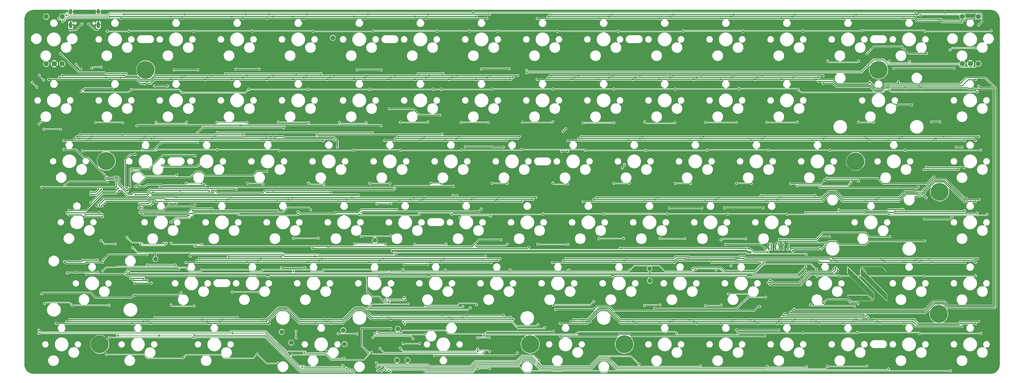
<source format=gbr>
G04 #@! TF.GenerationSoftware,KiCad,Pcbnew,(5.1.4)-1*
G04 #@! TF.CreationDate,2021-03-25T14:40:39-07:00*
G04 #@! TF.ProjectId,lux84,6c757838-342e-46b6-9963-61645f706362,rev?*
G04 #@! TF.SameCoordinates,Original*
G04 #@! TF.FileFunction,Copper,L1,Top*
G04 #@! TF.FilePolarity,Positive*
%FSLAX46Y46*%
G04 Gerber Fmt 4.6, Leading zero omitted, Abs format (unit mm)*
G04 Created by KiCad (PCBNEW (5.1.4)-1) date 2021-03-25 14:40:39*
%MOMM*%
%LPD*%
G04 APERTURE LIST*
%ADD10C,0.010000*%
%ADD11C,1.650000*%
%ADD12C,5.600000*%
%ADD13O,1.000000X1.600000*%
%ADD14O,1.000000X2.100000*%
%ADD15C,1.500000*%
%ADD16C,0.609600*%
%ADD17C,0.152400*%
%ADD18C,0.203200*%
%ADD19C,0.304800*%
%ADD20C,0.609600*%
%ADD21C,0.254000*%
G04 APERTURE END LIST*
D10*
G36*
X325480450Y-177586046D02*
G01*
X326293175Y-178398846D01*
X319797354Y-178398846D01*
X319187600Y-177586046D01*
X318577845Y-176773246D01*
X324667724Y-176773246D01*
X325480450Y-177586046D01*
X325480450Y-177586046D01*
G37*
X325480450Y-177586046D02*
X326293175Y-178398846D01*
X319797354Y-178398846D01*
X319187600Y-177586046D01*
X318577845Y-176773246D01*
X324667724Y-176773246D01*
X325480450Y-177586046D01*
G36*
X329950850Y-168645246D02*
G01*
X330763575Y-169458046D01*
X324667575Y-169458046D01*
X323854850Y-168645246D01*
X323042124Y-167832446D01*
X329138124Y-167832446D01*
X329950850Y-168645246D01*
X329950850Y-168645246D01*
G37*
X329950850Y-168645246D02*
X330763575Y-169458046D01*
X324667575Y-169458046D01*
X323854850Y-168645246D01*
X323042124Y-167832446D01*
X329138124Y-167832446D01*
X329950850Y-168645246D01*
G36*
X322642076Y-171902877D02*
G01*
X326706153Y-175966954D01*
X326702901Y-176979709D01*
X326699650Y-177992463D01*
X322638824Y-173931622D01*
X318577999Y-169870781D01*
X318577999Y-168854791D01*
X318578000Y-167838800D01*
X322642076Y-171902877D01*
X322642076Y-171902877D01*
G37*
X322642076Y-171902877D02*
X326706153Y-175966954D01*
X326702901Y-176979709D01*
X326699650Y-177992463D01*
X322638824Y-173931622D01*
X318577999Y-169870781D01*
X318577999Y-168854791D01*
X318578000Y-167838800D01*
X322642076Y-171902877D01*
G36*
X326706076Y-172309277D02*
G01*
X330770153Y-176373354D01*
X330766901Y-177386109D01*
X330763650Y-178398863D01*
X326702825Y-174338022D01*
X322641999Y-170277181D01*
X322641999Y-169261191D01*
X322642000Y-168245200D01*
X326706076Y-172309277D01*
X326706076Y-172309277D01*
G37*
X326706076Y-172309277D02*
X330770153Y-176373354D01*
X330766901Y-177386109D01*
X330763650Y-178398863D01*
X326702825Y-174338022D01*
X322641999Y-170277181D01*
X322641999Y-169261191D01*
X322642000Y-168245200D01*
X326706076Y-172309277D01*
D11*
X356893900Y-104382200D03*
X359393900Y-104382200D03*
X354393900Y-104382200D03*
X359393900Y-89632200D03*
X354393900Y-89632200D03*
X71156600Y-104407600D03*
X73656600Y-104407600D03*
X68656600Y-104407600D03*
X73656600Y-89657600D03*
X68656600Y-89657600D03*
D12*
X347280000Y-144407300D03*
X219581500Y-191994200D03*
X321054500Y-134907700D03*
X87361800Y-134793400D03*
X347000600Y-182520000D03*
X328230000Y-106332700D03*
X248956600Y-191994200D03*
X85342500Y-192045000D03*
X99642700Y-106307300D03*
D13*
X84900000Y-88092000D03*
X76260000Y-88092000D03*
D14*
X84900000Y-92272000D03*
X76260000Y-92272000D03*
D15*
X171156400Y-159507600D03*
X102728800Y-165400400D03*
X157999200Y-96312400D03*
X256906800Y-172207600D03*
X256805200Y-168397600D03*
X142098800Y-188158800D03*
X145045200Y-191511600D03*
X161250400Y-187650800D03*
X161707600Y-191968800D03*
X181316400Y-196998000D03*
X178065200Y-196998000D03*
X178319200Y-187193600D03*
D16*
X282205200Y-167483200D03*
X179887798Y-191791000D03*
X185101000Y-191765600D03*
X206818000Y-199614210D03*
X203311658Y-199614210D03*
X186853600Y-200630216D03*
X187818800Y-170480400D03*
X137831600Y-170480400D03*
X245324400Y-170480400D03*
X287691600Y-170480400D03*
X95667600Y-153411600D03*
X101458800Y-152344800D03*
X101611200Y-149500000D03*
X98563200Y-156053200D03*
X90689200Y-157475600D03*
X88098400Y-159660000D03*
X87285600Y-153665600D03*
X87590400Y-145588400D03*
X82764400Y-149906400D03*
X106589600Y-141067200D03*
X107961200Y-149906400D03*
X108164400Y-141067200D03*
X168565600Y-132075600D03*
X166330400Y-138425600D03*
X167651200Y-135682400D03*
X163587200Y-139543200D03*
X166178000Y-142235600D03*
X168565600Y-141981600D03*
X158812000Y-140914800D03*
X169530800Y-162962000D03*
X176185600Y-160269600D03*
X179640000Y-160371200D03*
X172121600Y-163368400D03*
X175576000Y-167737200D03*
X166025600Y-167838800D03*
X161402800Y-163165200D03*
X165974800Y-163216000D03*
X162164800Y-167889600D03*
X166787600Y-175306400D03*
X178065200Y-156459600D03*
X161606000Y-190038400D03*
X163384000Y-185060000D03*
X157846800Y-187396800D03*
X160031200Y-183332800D03*
X163739600Y-188108000D03*
X162368000Y-187092000D03*
X170140400Y-200452400D03*
X167498800Y-200858800D03*
X169530800Y-192426000D03*
X167854400Y-186076000D03*
X177049200Y-186431600D03*
X179081200Y-192273600D03*
X179436800Y-196083600D03*
X173696400Y-191460800D03*
X183500800Y-196947200D03*
X170242000Y-197506000D03*
X178674800Y-200858800D03*
X187361600Y-196591600D03*
X181773600Y-181859600D03*
X200264800Y-197099600D03*
X199960000Y-192680000D03*
X211034400Y-196439200D03*
X214539600Y-193594400D03*
X284440400Y-160066400D03*
X289571200Y-167127600D03*
X306233600Y-161336400D03*
X306589200Y-157983600D03*
X307859200Y-163978000D03*
X311059600Y-163673200D03*
X307706800Y-166670400D03*
X306792400Y-168245200D03*
X308519600Y-171852000D03*
X63612800Y-89352800D03*
X62749200Y-100071600D03*
X62952400Y-110790400D03*
X64425600Y-116784800D03*
X62190400Y-124760400D03*
X62241200Y-140305200D03*
X62190400Y-157475600D03*
X62241200Y-174087200D03*
X62139600Y-187396800D03*
X62800000Y-199995200D03*
X207122800Y-200858800D03*
X213676000Y-200757200D03*
X224445600Y-200960400D03*
X244410000Y-200909600D03*
X277785600Y-200909600D03*
X301814000Y-200909600D03*
X327468000Y-200909600D03*
X337374000Y-200909600D03*
X352817200Y-200503200D03*
X364501200Y-199792000D03*
X364653600Y-182520000D03*
X365720400Y-163419200D03*
X365720400Y-144470800D03*
X365720400Y-125370000D03*
X365618800Y-106320000D03*
X364653600Y-88692400D03*
X347280000Y-87879600D03*
X328230000Y-87879600D03*
X309180000Y-87879600D03*
X290130000Y-87879600D03*
X271080000Y-87879600D03*
X252030000Y-87879600D03*
X232980000Y-87879600D03*
X213930000Y-87879600D03*
X194880000Y-87879600D03*
X175830000Y-87879600D03*
X160640800Y-87879600D03*
X66203600Y-191511600D03*
X69353200Y-158847200D03*
X68845200Y-129688000D03*
X70877200Y-128265600D03*
X70572400Y-122677600D03*
X66457600Y-118867600D03*
X68997600Y-118512000D03*
X70724800Y-108148800D03*
X75449200Y-112517600D03*
X73772800Y-121966400D03*
X76566800Y-125116000D03*
X77024000Y-132278800D03*
X76770000Y-138019200D03*
X80478400Y-139797200D03*
X75042800Y-156815200D03*
X75652400Y-162403200D03*
X73366400Y-184298000D03*
X100341200Y-141067200D03*
X95921600Y-136038000D03*
X94296000Y-122017200D03*
X96988400Y-120594800D03*
X90841600Y-118613600D03*
X92467200Y-114194000D03*
X97598000Y-115514800D03*
X123760000Y-157424800D03*
X126706400Y-153818000D03*
X126046000Y-159050400D03*
X131634000Y-154021200D03*
X123760000Y-175001600D03*
X137018800Y-121712400D03*
X140117600Y-116276800D03*
X141794000Y-118410400D03*
X161148800Y-113533600D03*
X161352000Y-105608800D03*
X175677600Y-156104000D03*
X173544000Y-154580000D03*
X154748000Y-178557600D03*
X172782000Y-176373200D03*
X178979600Y-167483200D03*
X195083200Y-189835200D03*
X207529200Y-160422000D03*
X207072000Y-149398400D03*
X204735200Y-141118000D03*
X207986400Y-143861200D03*
X211542400Y-144470800D03*
X211288400Y-149652400D03*
X211593200Y-155494400D03*
X205192400Y-129281600D03*
X204887600Y-124049200D03*
X199502800Y-118258000D03*
X194270400Y-121306000D03*
X198182000Y-129688000D03*
X198740800Y-124811200D03*
X197267600Y-139797200D03*
X219467200Y-111196800D03*
X220686400Y-113127200D03*
X223582000Y-121610800D03*
X223683600Y-126132000D03*
X222921600Y-142134000D03*
X226731600Y-146248800D03*
X229881200Y-146655200D03*
X233284800Y-145842400D03*
X229678000Y-154834000D03*
X232065600Y-156053200D03*
X233996000Y-152395600D03*
X222058000Y-153716400D03*
X222413600Y-159456800D03*
X227087200Y-161692000D03*
X219568800Y-156815200D03*
X218044800Y-150516000D03*
X216927200Y-152090800D03*
X223023200Y-175255600D03*
X225410800Y-175255600D03*
X231100400Y-172156800D03*
X221245200Y-173731600D03*
X220686400Y-180996000D03*
X246950000Y-132786800D03*
X246899200Y-125217600D03*
X250861600Y-116022800D03*
X288910800Y-115667200D03*
X284592800Y-137054000D03*
X265492000Y-137104800D03*
X161148800Y-110790400D03*
X139965200Y-110739600D03*
X90841600Y-112568400D03*
X276820400Y-157932800D03*
X278039600Y-174544400D03*
X281087600Y-182774000D03*
X282408400Y-175408000D03*
X286624800Y-175560400D03*
X286726400Y-176830400D03*
X320356000Y-172741000D03*
X319086000Y-173579200D03*
X320305200Y-168550000D03*
X320305200Y-162606400D03*
X320406800Y-156307200D03*
X322286400Y-156408800D03*
X329627000Y-171979000D03*
X331786000Y-174392000D03*
X333716400Y-168397600D03*
X333310000Y-161844400D03*
X329855600Y-161895200D03*
X329550800Y-154021200D03*
X332903600Y-153919600D03*
X333462400Y-158593200D03*
X334072000Y-148636400D03*
X334072000Y-144470800D03*
X333919600Y-137511200D03*
X334326000Y-132380400D03*
X336561200Y-129840400D03*
X334986400Y-122880800D03*
X349769200Y-108148800D03*
X349769200Y-103627600D03*
X353325200Y-114194000D03*
X349820000Y-117140400D03*
X351699600Y-118054800D03*
X351496400Y-125674800D03*
X353325200Y-123134800D03*
X351394800Y-129840400D03*
X351699600Y-132786800D03*
X228204800Y-125674800D03*
X228255600Y-132685200D03*
X248880400Y-137917600D03*
X208138800Y-137460400D03*
X204074800Y-152497200D03*
X204989200Y-150566800D03*
X175576000Y-152344800D03*
X175322000Y-149042800D03*
X94042000Y-137511200D03*
X92619600Y-124709600D03*
X79310000Y-96718800D03*
X78903600Y-113990800D03*
X65086000Y-122931600D03*
X102779600Y-172461600D03*
X102779600Y-178151200D03*
X101814400Y-180081600D03*
X67626000Y-165502000D03*
X67626000Y-177592400D03*
X136409200Y-132126400D03*
X176134800Y-137511200D03*
X292670000Y-152141600D03*
X293990800Y-150566800D03*
X296276800Y-157983600D03*
X279817600Y-171648800D03*
X279817600Y-161285600D03*
X289215600Y-173528400D03*
X290993600Y-171750400D03*
X292314400Y-173782400D03*
X314361600Y-139289200D03*
X326299600Y-142083200D03*
X326452000Y-144775600D03*
X334275200Y-154681600D03*
X227747600Y-110790400D03*
X232421200Y-110841200D03*
X238110800Y-110790400D03*
X247864400Y-110892000D03*
X252893600Y-110942800D03*
X257516400Y-110942800D03*
X267574800Y-110841200D03*
X272451600Y-110892000D03*
X276363200Y-111044400D03*
X285812000Y-110892000D03*
X291298400Y-110942800D03*
X295159200Y-111349200D03*
X296886400Y-110028400D03*
X305370000Y-110790400D03*
X310907200Y-112060400D03*
X320305200Y-112619200D03*
X316952400Y-112619200D03*
X324521600Y-112517600D03*
X333208400Y-112619200D03*
X338847200Y-112619200D03*
X342352400Y-112619200D03*
X345298800Y-112619200D03*
X349820000Y-112619200D03*
X351090000Y-112619200D03*
X353122000Y-112619200D03*
X355458800Y-112568400D03*
X360945200Y-110231600D03*
X80427600Y-129992800D03*
X86726800Y-129992800D03*
X94550000Y-129992800D03*
X96988400Y-130958000D03*
X103186000Y-129078400D03*
X109536000Y-130196000D03*
X113854000Y-130196000D03*
X122947200Y-129942000D03*
X126198400Y-130043600D03*
X128433600Y-129840400D03*
X133259600Y-129840400D03*
X142860800Y-129840400D03*
X148550400Y-129992800D03*
X152817600Y-129840400D03*
X161656800Y-129891200D03*
X168260800Y-129434000D03*
X171664400Y-129281600D03*
X175779200Y-127452800D03*
X243952800Y-129992800D03*
X246899200Y-129992800D03*
X249032800Y-130805600D03*
X256906800Y-129840400D03*
X263917200Y-129942000D03*
X266965200Y-129891200D03*
X277379200Y-129891200D03*
X281951200Y-129840400D03*
X285862800Y-129789600D03*
X300848800Y-129992800D03*
X305166800Y-129738800D03*
X313955200Y-141676800D03*
X317663600Y-141676800D03*
X311313600Y-141930800D03*
X81443600Y-142134000D03*
X85507600Y-142134000D03*
X76414400Y-142184800D03*
X87590400Y-143708800D03*
X102982800Y-142743600D03*
X101255600Y-142743600D03*
X95413600Y-141067200D03*
X101204800Y-137968400D03*
X120305600Y-140457600D03*
X125385600Y-141067200D03*
X128433600Y-141067200D03*
X133310400Y-140965600D03*
X128433600Y-149093600D03*
X126909600Y-148484000D03*
X118070400Y-148585600D03*
X115936800Y-148382400D03*
X112939600Y-148230000D03*
X130922800Y-148788800D03*
X134529600Y-148788800D03*
X138390400Y-148687200D03*
X90435200Y-167381600D03*
X97801200Y-166467200D03*
X100950800Y-165349600D03*
X109028000Y-164841600D03*
X111974400Y-164740000D03*
X114717600Y-165349600D03*
X117918000Y-167584800D03*
X123658400Y-167838800D03*
X128586000Y-167788000D03*
X139863600Y-167940400D03*
X144029200Y-167635600D03*
X148042400Y-167584800D03*
X195896000Y-167737200D03*
X199960000Y-167838800D03*
X201839600Y-167940400D03*
X204176400Y-167889600D03*
X207478400Y-164435200D03*
X217079600Y-166365600D03*
X221245200Y-166111600D03*
X223175600Y-166213200D03*
X224953600Y-166213200D03*
X228712800Y-164790800D03*
X231964000Y-167483200D03*
X237298000Y-167889600D03*
X238161600Y-164435200D03*
X243952800Y-164435200D03*
X243394000Y-168042000D03*
X248575600Y-164435200D03*
X250861600Y-167330800D03*
X253909600Y-168702400D03*
X259345200Y-168905600D03*
X262139200Y-167635600D03*
X271943600Y-167127600D03*
X277734800Y-167330800D03*
X279817600Y-167483200D03*
X341692000Y-183586800D03*
X333970400Y-183282000D03*
X330922400Y-183536000D03*
X333564000Y-186990400D03*
X328788800Y-187346000D03*
X323404000Y-186939600D03*
X327214000Y-183688400D03*
X312431200Y-187193600D03*
X304303200Y-186838000D03*
X291552400Y-186533200D03*
X295819600Y-186533200D03*
X283830800Y-186228400D03*
X275194800Y-187092000D03*
X270978400Y-186990400D03*
X263104400Y-188717600D03*
X244410000Y-188819200D03*
X116190800Y-187092000D03*
X118375200Y-186279200D03*
X110602800Y-187142800D03*
X102373200Y-187346000D03*
X91552800Y-186787200D03*
X82307200Y-186838000D03*
X146112000Y-196286800D03*
X146010400Y-194813600D03*
X149972800Y-196286800D03*
X220686400Y-199538000D03*
X240650800Y-199639600D03*
X248372400Y-197302800D03*
X342352400Y-148382400D03*
X347737200Y-121712400D03*
X348194400Y-126132000D03*
X225969600Y-137612800D03*
X225918800Y-126081200D03*
X206716400Y-125471600D03*
X206614800Y-129332400D03*
X206614800Y-132685200D03*
X76363600Y-152294000D03*
X95312000Y-144166000D03*
X109485200Y-149855600D03*
X115682800Y-137511200D03*
X84085200Y-134158400D03*
X82764400Y-133904400D03*
X102373200Y-110434800D03*
X116038400Y-114448000D03*
X180452800Y-189936800D03*
X195388000Y-196490000D03*
X232065600Y-173528400D03*
X168565600Y-153310000D03*
X230541600Y-115413200D03*
X316393600Y-134564800D03*
X273721600Y-169058000D03*
X276820400Y-169261200D03*
X312583600Y-179014800D03*
X315987200Y-179014800D03*
X356932000Y-89403600D03*
X171562800Y-191918000D03*
X172782000Y-194356400D03*
X299782000Y-175662000D03*
X303084000Y-179878400D03*
X308976800Y-180538800D03*
X312278800Y-180538800D03*
X322642000Y-175408000D03*
X326579000Y-167280000D03*
X326604400Y-162962000D03*
X313955200Y-154326000D03*
X313955200Y-149601600D03*
X304557200Y-149093600D03*
X89774800Y-104288000D03*
X74230000Y-95906000D03*
X66559200Y-93010400D03*
X71639200Y-102306800D03*
X65390800Y-105100800D03*
X75703200Y-105456400D03*
X82256400Y-110892000D03*
X82154800Y-117140400D03*
X72045600Y-147264800D03*
X70877200Y-172563200D03*
X71436000Y-177490800D03*
X69048400Y-185974400D03*
X70369200Y-193391200D03*
X94499200Y-193594400D03*
X105624400Y-197455200D03*
X118070400Y-193746800D03*
X129144800Y-197404400D03*
X135190000Y-191460800D03*
X140828800Y-195982000D03*
X151344400Y-191714800D03*
X156119600Y-197760000D03*
X164196800Y-192172000D03*
X167498800Y-195524800D03*
X175322000Y-197252000D03*
X176947600Y-197455200D03*
X182535600Y-191029000D03*
X189292000Y-192984800D03*
X190866800Y-186685600D03*
X210272400Y-190902000D03*
X211745600Y-186685600D03*
X227493600Y-191359200D03*
X242632000Y-192273600D03*
X258430800Y-194000800D03*
X277531600Y-193950000D03*
X271638800Y-192222800D03*
X290790400Y-192222800D03*
X296734000Y-194051600D03*
X310653200Y-191613200D03*
X334884800Y-190038400D03*
X347940400Y-191816400D03*
X352309200Y-168550000D03*
X357592400Y-176932000D03*
X347534000Y-157374000D03*
X348397600Y-169058000D03*
X348448400Y-174747600D03*
X357338400Y-158390000D03*
X348397600Y-148839600D03*
X357948000Y-144013600D03*
X353172800Y-148534800D03*
X362367600Y-147264800D03*
X357744800Y-132024800D03*
X347534000Y-133904400D03*
X347330800Y-138984400D03*
X347381600Y-130043600D03*
X362164400Y-128164000D03*
X360081600Y-115768800D03*
X345400400Y-117394400D03*
X345705200Y-102713200D03*
X345552800Y-108250400D03*
X359167200Y-95194800D03*
X351648800Y-92756400D03*
X352868000Y-95296400D03*
X339558400Y-94788400D03*
X329804800Y-92400800D03*
X328331600Y-101290800D03*
X314615600Y-95144000D03*
X321016400Y-101697200D03*
X302474400Y-96769600D03*
X291196800Y-96972800D03*
X291755600Y-92045200D03*
X310602400Y-91892800D03*
X283678400Y-96871200D03*
X272502400Y-92146800D03*
X264425200Y-96871200D03*
X254214400Y-92045200D03*
X245426000Y-96871200D03*
X235621600Y-92400800D03*
X226579200Y-96820400D03*
X214946000Y-91537200D03*
X196150000Y-91892800D03*
X205141600Y-93315200D03*
X196251600Y-97176000D03*
X179690800Y-92096000D03*
X188377600Y-96668000D03*
X180249600Y-99157200D03*
X165365200Y-93467600D03*
X167752800Y-100732000D03*
X161504400Y-92400800D03*
X162622000Y-97988800D03*
X149515600Y-101900400D03*
X141540000Y-98750800D03*
X141794000Y-92146800D03*
X133564400Y-91943600D03*
X129805200Y-101087600D03*
X122032800Y-92299200D03*
X120305600Y-97887200D03*
X114158800Y-91892800D03*
X110450400Y-100274800D03*
X104557600Y-92045200D03*
X102474800Y-99411200D03*
X94296000Y-92807200D03*
X88352400Y-94890000D03*
X83475600Y-98649200D03*
X65492400Y-184552000D03*
X65492400Y-172868000D03*
X65746400Y-156053200D03*
X65746400Y-136038000D03*
X67067200Y-110841200D03*
X77850000Y-103350000D03*
X134986800Y-200808000D03*
X81900800Y-197861600D03*
X172680400Y-178659200D03*
X170597600Y-175509600D03*
X162876000Y-172004400D03*
X143622800Y-172156800D03*
X119797600Y-171699600D03*
X93381600Y-161996800D03*
X99528400Y-169261200D03*
X108570800Y-169210400D03*
X128586000Y-169261200D03*
X162164800Y-169261200D03*
X200010800Y-172004400D03*
X215758800Y-172207600D03*
X291044400Y-169464400D03*
X302017200Y-172004400D03*
X295514800Y-174950800D03*
X303541200Y-163216000D03*
X182535600Y-163927200D03*
X187717200Y-163927200D03*
X199960000Y-163927200D03*
X204024000Y-163927200D03*
X274128000Y-163978000D03*
X277887200Y-163978000D03*
X262037600Y-164333600D03*
X184364400Y-171750400D03*
X67321200Y-134209200D03*
X130110000Y-152700400D03*
X100493600Y-186330000D03*
X99680800Y-178303600D03*
X117664000Y-173477600D03*
X82612000Y-162606400D03*
X343520800Y-164028800D03*
X343571600Y-147468000D03*
X303642800Y-133142400D03*
X303592000Y-124709600D03*
X295057600Y-164333600D03*
X110907600Y-167178400D03*
X347635600Y-124608000D03*
X138034800Y-109977600D03*
X137933200Y-105558000D03*
X139508000Y-104694400D03*
X180148000Y-156408800D03*
X83831200Y-148331600D03*
X67346600Y-154199000D03*
X91095600Y-139035200D03*
X89851000Y-139086000D03*
X95540600Y-142794400D03*
X174204400Y-179980000D03*
X162876000Y-198649000D03*
X174864800Y-173452200D03*
X174534600Y-185314000D03*
X218324200Y-114016200D03*
X218146400Y-104618200D03*
X134478800Y-143810400D03*
X147940800Y-126690800D03*
X143597400Y-126665400D03*
X351623400Y-89911600D03*
X344105000Y-89759200D03*
X176007800Y-177262200D03*
X144080000Y-150998600D03*
X176287200Y-151201800D03*
X183206160Y-188392480D03*
X211237600Y-114549600D03*
X132345200Y-186533200D03*
X134986800Y-179675200D03*
X139203200Y-156154800D03*
X156627600Y-110942800D03*
X275448800Y-142743600D03*
X311974000Y-176525600D03*
X260412000Y-143759600D03*
X242479600Y-142743600D03*
X188885600Y-144166000D03*
X149414000Y-182672400D03*
X149414000Y-187193600D03*
X294803600Y-142337200D03*
X311059600Y-159710800D03*
X316596800Y-159406000D03*
X201357000Y-104034000D03*
X201484000Y-118766000D03*
X202119000Y-124989000D03*
X202881000Y-134641000D03*
X213930000Y-124100000D03*
X79650000Y-101300000D03*
X85050000Y-110700000D03*
X84750000Y-104600000D03*
X82800000Y-104150000D03*
X203160400Y-189911400D03*
X206843400Y-189911400D03*
X95566000Y-161844400D03*
X203213581Y-193452039D03*
X167016800Y-187092000D03*
X176116000Y-187060000D03*
X169022800Y-194610400D03*
X177709600Y-163673200D03*
X179030400Y-193238800D03*
X305750993Y-163910584D03*
X166065980Y-145365528D03*
X101636600Y-145359800D03*
X176490410Y-162911190D03*
X288301200Y-163215990D03*
X87641200Y-94229600D03*
X94397600Y-94178800D03*
X114616000Y-94178800D03*
X132904000Y-94178800D03*
X151852400Y-94229600D03*
X170597600Y-94128000D03*
X190460400Y-94178800D03*
X209408800Y-94178800D03*
X228052400Y-94280400D03*
X246950000Y-94229600D03*
X267219200Y-94128000D03*
X285964400Y-94178800D03*
X304658800Y-94178800D03*
X322997600Y-94026400D03*
X342708000Y-94229600D03*
X363383600Y-94077200D03*
X169480000Y-180030800D03*
X200620400Y-94178800D03*
X198537600Y-180234000D03*
X85750000Y-105450000D03*
X82800000Y-105800000D03*
X79564000Y-113025600D03*
X95210400Y-112466800D03*
X111009200Y-113432000D03*
X131786400Y-112365200D03*
X150430000Y-112365200D03*
X169480000Y-112365200D03*
X189292000Y-112365200D03*
X207834000Y-112314400D03*
X226630000Y-112314400D03*
X264780800Y-112314400D03*
X284694400Y-112212800D03*
X303084000Y-112365200D03*
X331532000Y-112568400D03*
X358964000Y-113178000D03*
X245680000Y-112314400D03*
X181519600Y-179370400D03*
X191730400Y-112365200D03*
X170038779Y-179421200D03*
X79970400Y-131618400D03*
X103186000Y-131161200D03*
X121880400Y-131262800D03*
X141286000Y-131516800D03*
X164501600Y-131364400D03*
X179081200Y-131415200D03*
X198131200Y-131313600D03*
X216876400Y-131161200D03*
X236739200Y-131415200D03*
X255636800Y-131516800D03*
X274788400Y-131364400D03*
X293736800Y-131313600D03*
X313040800Y-131415200D03*
X336408800Y-131415200D03*
X360081600Y-131364400D03*
X166913099Y-158288400D03*
X176315565Y-158072906D03*
X93788000Y-158593200D03*
X105315032Y-160535825D03*
X128433600Y-151430400D03*
X147229600Y-151430400D03*
X166228800Y-151430400D03*
X184974000Y-151379600D03*
X195083200Y-151379600D03*
X223632800Y-151328800D03*
X242530400Y-151278000D03*
X262342400Y-151328800D03*
X281189200Y-151328800D03*
X299629600Y-151379600D03*
X331481200Y-151379600D03*
X362012000Y-151430400D03*
X174485254Y-178176628D03*
X180630590Y-178100400D03*
X107554808Y-153868800D03*
X85761600Y-159660000D03*
X90181200Y-160726800D03*
X207224400Y-151913000D03*
X197668270Y-152492987D03*
X86218800Y-169099600D03*
X117054400Y-168804000D03*
X136053600Y-168854808D03*
X155154400Y-168804000D03*
X179894000Y-168702400D03*
X193152800Y-168854800D03*
X213320400Y-168804000D03*
X231659200Y-168804000D03*
X250607600Y-168804000D03*
X308902298Y-168651601D03*
X316139600Y-170734400D03*
X342454000Y-170683600D03*
X358456000Y-170632800D03*
X175018654Y-177511175D03*
X271080000Y-168651600D03*
X309034881Y-170785233D03*
X180325779Y-177389200D03*
X277430000Y-168753200D03*
X281392400Y-176271600D03*
X293025600Y-177287600D03*
X87438000Y-195169200D03*
X111415600Y-196185200D03*
X134428000Y-195067600D03*
X140835504Y-197897051D03*
X145299200Y-195372400D03*
X170038800Y-194458000D03*
X205090800Y-189276400D03*
X234199200Y-188616000D03*
X265238000Y-188565200D03*
X284338800Y-188565200D03*
X304658800Y-188463600D03*
X321575200Y-188412800D03*
X340980800Y-188666800D03*
X360183200Y-188666800D03*
X205090800Y-194559610D03*
X149160000Y-194811920D03*
X161504400Y-196337600D03*
X90459999Y-142890002D03*
X96023200Y-176678000D03*
X110704400Y-175865200D03*
X73061600Y-101290800D03*
X90485992Y-140813277D03*
X67245010Y-142946800D03*
X67245010Y-176276394D03*
X93584794Y-107437600D03*
X71740800Y-185517200D03*
X95413600Y-185517200D03*
X119340400Y-185517200D03*
X152665200Y-185517200D03*
X214285600Y-184196400D03*
X101154000Y-185517200D03*
X138108786Y-185517200D03*
X157542000Y-185517200D03*
X176185600Y-184196400D03*
X195286400Y-184196400D03*
X96378800Y-172918800D03*
X74331600Y-185517200D03*
X81240400Y-166365600D03*
X86218798Y-166365600D03*
X75093600Y-150973200D03*
X74300123Y-166227725D03*
X85311324Y-150922390D03*
X101408000Y-172918800D03*
X75144400Y-184907600D03*
X98969600Y-184907600D03*
X122744000Y-184907600D03*
X156119600Y-184907600D03*
X213472800Y-183586800D03*
X100493600Y-184907600D03*
X137323600Y-184907600D03*
X175372800Y-183586800D03*
X194473600Y-183586800D03*
X95820000Y-172055200D03*
X84593200Y-165654400D03*
X79970400Y-165756000D03*
X75449200Y-166135641D03*
X80834000Y-151582800D03*
X86080020Y-151418274D03*
X118781600Y-184907600D03*
X100061800Y-172055200D03*
X198486800Y-183586800D03*
X76008000Y-184298000D03*
X99833200Y-184298000D03*
X123607600Y-184298000D03*
X155154400Y-184298000D03*
X192238400Y-182977200D03*
X211186800Y-182977200D03*
X117308400Y-184298000D03*
X136053600Y-184298000D03*
X156932400Y-184298000D03*
X173239200Y-182977200D03*
X99020400Y-171496400D03*
X84694800Y-169515200D03*
X78040000Y-169515200D03*
X80224400Y-152192400D03*
X75703200Y-151582800D03*
X86168000Y-152192400D03*
X94956400Y-171420210D03*
X75195221Y-169769200D03*
X199756800Y-182977200D03*
X140270000Y-127148000D03*
X159472400Y-130399200D03*
X78294000Y-127148000D03*
X102220800Y-127148000D03*
X121372400Y-127148000D03*
X82866000Y-127148000D03*
X99579200Y-127148000D03*
X74872197Y-89249723D03*
X138708580Y-127147990D03*
X130821200Y-88997200D03*
X111923600Y-88997200D03*
X187869600Y-88997200D03*
X206919600Y-88997200D03*
X168921200Y-88997200D03*
X138034800Y-88997200D03*
X92924400Y-88997200D03*
X149972800Y-88997200D03*
X187056800Y-90216400D03*
X168006800Y-90216400D03*
X206106800Y-90216400D03*
X148956800Y-90216400D03*
X129906800Y-90216400D03*
X110856800Y-90216400D03*
X91806800Y-90216400D03*
X158507200Y-128265600D03*
X120407200Y-127757600D03*
X101357200Y-127757600D03*
X77532000Y-127757600D03*
X82256400Y-127757600D03*
X98969600Y-127757600D03*
X73731669Y-91244601D03*
X82561200Y-144470800D03*
X78876866Y-127757600D03*
X137272800Y-127757600D03*
X139812800Y-127757600D03*
X84948800Y-143607200D03*
X137425200Y-90216400D03*
X183653200Y-89606800D03*
X202703200Y-89606800D03*
X164603200Y-89606800D03*
X145553200Y-89606800D03*
X126503200Y-89606800D03*
X107453200Y-89606800D03*
X88403200Y-89657600D03*
X136053600Y-128367200D03*
X117003600Y-128367200D03*
X97953600Y-128367200D03*
X74128400Y-128367200D03*
X81646800Y-128367200D03*
X72530261Y-90270300D03*
X82510400Y-145283600D03*
X139289244Y-89606800D03*
X138593600Y-128367200D03*
X85812400Y-143658000D03*
X155052800Y-128443421D03*
X91095600Y-143353200D03*
X99985600Y-164028800D03*
X86428138Y-165632917D03*
X82561200Y-147772800D03*
X91425800Y-144064400D03*
X75804800Y-150211200D03*
X91425800Y-144064400D03*
X120762800Y-144597800D03*
X101977382Y-144597800D03*
X79157600Y-126538400D03*
X89318073Y-112040364D03*
X80224400Y-112517600D03*
X128281200Y-183688400D03*
X102525600Y-183688400D03*
X92447842Y-126538400D03*
X130109990Y-126589200D03*
X225969600Y-108098000D03*
X245273600Y-108098000D03*
X264120400Y-108098000D03*
X283119600Y-108098000D03*
X302220400Y-108098000D03*
X310907200Y-108098000D03*
X310907200Y-110536400D03*
X330855317Y-111932424D03*
X357630122Y-112015992D03*
X234656400Y-108098000D03*
X253757200Y-108098000D03*
X272807200Y-108098000D03*
X291857200Y-108098000D03*
X336485976Y-111932424D03*
X341513224Y-111932424D03*
X301915600Y-181046800D03*
X225156800Y-108707600D03*
X244206800Y-108707600D03*
X263256800Y-108707600D03*
X282306800Y-108707600D03*
X301356800Y-108707600D03*
X309586400Y-108707600D03*
X309586400Y-109926800D03*
X331278000Y-111298401D03*
X233335600Y-108707600D03*
X252334800Y-108707600D03*
X271486400Y-108707600D03*
X290434800Y-108707600D03*
X340930001Y-111298401D03*
X359463002Y-111450800D03*
X358482145Y-109341864D03*
X301378641Y-181587481D03*
X221753200Y-109317200D03*
X240803200Y-109317200D03*
X259853200Y-109317200D03*
X278903200Y-109317200D03*
X297953200Y-109317200D03*
X325537600Y-110180800D03*
X354138000Y-110180800D03*
X232573600Y-109317200D03*
X251623600Y-109317200D03*
X270572000Y-109317200D03*
X289672800Y-109317200D03*
X308773600Y-109317200D03*
X334376800Y-110079200D03*
X339357581Y-110667867D03*
X300745121Y-182010935D03*
X228916000Y-189498999D03*
X292746200Y-189403402D03*
X228916000Y-185517200D03*
X259853200Y-185517200D03*
X278903200Y-185517200D03*
X297953200Y-185517200D03*
X317003200Y-185517200D03*
X336053200Y-185517200D03*
X238143118Y-184990718D03*
X252436400Y-185517200D03*
X271486400Y-185517200D03*
X290587200Y-185517200D03*
X309738800Y-185517200D03*
X328636400Y-185517200D03*
X296429200Y-185517200D03*
X354188799Y-186431599D03*
X232319600Y-184907600D03*
X263256800Y-184907600D03*
X282306800Y-184907600D03*
X301356800Y-184907600D03*
X320406800Y-184907600D03*
X358506800Y-185517200D03*
X237145600Y-184907600D03*
X251572800Y-184907600D03*
X270673600Y-184907600D03*
X289571200Y-184907600D03*
X308773600Y-184907600D03*
X327823600Y-184907600D03*
X297052903Y-184907600D03*
X339102780Y-185023987D03*
X233234000Y-184298000D03*
X264069600Y-184298000D03*
X283119600Y-184298000D03*
X302169600Y-184298000D03*
X321219600Y-184298000D03*
X235977200Y-184298000D03*
X250302800Y-184298000D03*
X269302000Y-184298000D03*
X288352000Y-184298000D03*
X307300400Y-184298000D03*
X326553600Y-184298000D03*
X297543118Y-184298000D03*
X339334310Y-184297986D03*
X359370400Y-184907611D03*
X239482400Y-181046800D03*
X227488899Y-181148400D03*
X231252800Y-131694600D03*
X229790952Y-125595247D03*
X230639207Y-124719292D03*
X291146000Y-180234000D03*
X229322386Y-131720000D03*
X287380514Y-177547886D03*
X258447799Y-180775801D03*
X249001066Y-135917334D03*
X248287359Y-136927839D03*
X286929600Y-161996779D03*
X247661199Y-161996779D03*
X107050502Y-148026800D03*
X109129600Y-148026800D03*
X109135874Y-146121800D03*
X126147600Y-146198000D03*
X145400800Y-146198000D03*
X163969998Y-146198000D03*
X183334202Y-146198000D03*
X202144400Y-146198000D03*
X221397600Y-146147200D03*
X178370000Y-127148000D03*
X197369200Y-127148000D03*
X216266800Y-127148000D03*
X116444800Y-165248000D03*
X135494800Y-165248000D03*
X154544800Y-165248000D03*
X173594800Y-165248000D03*
X192746400Y-165248000D03*
X186548800Y-146173576D03*
X186548800Y-127148000D03*
X210170798Y-165248000D03*
X209691150Y-146149399D03*
X84491623Y-148788777D03*
X125182400Y-146807600D03*
X144181600Y-146807600D03*
X162266400Y-146807600D03*
X182281600Y-146807600D03*
X201331600Y-146807600D03*
X220381600Y-146807600D03*
X177557200Y-127757600D03*
X196556400Y-127757600D03*
X215606400Y-127757600D03*
X115632000Y-165857600D03*
X134682000Y-165857600D03*
X153732000Y-165857600D03*
X172782000Y-165857600D03*
X191781200Y-165857600D03*
X185939200Y-127757600D03*
X185939200Y-146807600D03*
X209408800Y-165857600D03*
X209103990Y-146807600D03*
X85253611Y-148839780D03*
X106132400Y-146807600D03*
X140778000Y-147417200D03*
X159828000Y-147417200D03*
X178878000Y-147417200D03*
X197928000Y-147417200D03*
X216978000Y-147417200D03*
X121728000Y-147417200D03*
X102830400Y-147417200D03*
X212202800Y-128367200D03*
X193152800Y-128367200D03*
X174153600Y-128367200D03*
X207427600Y-166467200D03*
X188428400Y-166467200D03*
X169378400Y-166467200D03*
X150328400Y-166467200D03*
X131278400Y-166467200D03*
X112228400Y-166467200D03*
X185329600Y-147417200D03*
X185329600Y-128367200D03*
X208646790Y-147417214D03*
X86015328Y-148788779D03*
X164603200Y-109317200D03*
X183653200Y-109317200D03*
X202703200Y-109317200D03*
X145553200Y-109317200D03*
X126503200Y-109317200D03*
X107453200Y-109317200D03*
X213472800Y-109317200D03*
X118222800Y-109317200D03*
X156322800Y-109317200D03*
X175372800Y-109317200D03*
X194270400Y-109317200D03*
X88403200Y-109266400D03*
X99274400Y-110587200D03*
X69353200Y-109317200D03*
X137397509Y-109317200D03*
X110856800Y-108707600D03*
X129906800Y-108707600D03*
X148956800Y-108707600D03*
X168006800Y-108707600D03*
X187056800Y-108707600D03*
X206106800Y-108707600D03*
X214234800Y-108707600D03*
X119035600Y-108707600D03*
X138034800Y-108707600D03*
X157135600Y-108707600D03*
X176185600Y-108707600D03*
X195184800Y-108707600D03*
X91806800Y-108656800D03*
X72756800Y-108656800D03*
X87285600Y-108656800D03*
X100087200Y-110021711D03*
X111669600Y-108098000D03*
X149820400Y-108098000D03*
X168870400Y-108098000D03*
X188022000Y-108098000D03*
X207021200Y-108098000D03*
X215758800Y-108098000D03*
X120407200Y-108098000D03*
X139457200Y-108098000D03*
X158405600Y-108098000D03*
X177455600Y-108098000D03*
X196556400Y-108098000D03*
X92721200Y-108047200D03*
X102447106Y-108098000D03*
X73671200Y-108047200D03*
X86944823Y-107975245D03*
X131176800Y-108098000D03*
X221753200Y-90267200D03*
X240803200Y-90267200D03*
X259853200Y-90267200D03*
X278903200Y-90267200D03*
X297953200Y-90267200D03*
X317003200Y-90267200D03*
X336053200Y-90267200D03*
X354225503Y-91371611D03*
X231303600Y-128367200D03*
X250353600Y-128367200D03*
X269352800Y-128367200D03*
X288402800Y-128367200D03*
X307452800Y-128367200D03*
X331278000Y-128367200D03*
X355103200Y-128367200D03*
X345438504Y-128367200D03*
X297998600Y-183680970D03*
X325399857Y-128367200D03*
X324986116Y-183696592D03*
X347762601Y-91156201D03*
X225156800Y-89657600D03*
X244206800Y-89657600D03*
X263256800Y-89657600D03*
X282306800Y-89657600D03*
X301356800Y-89657600D03*
X320406800Y-89657600D03*
X339456800Y-89657600D03*
X358265446Y-90240997D03*
X234707200Y-127757600D03*
X253757200Y-127757600D03*
X272807200Y-127757600D03*
X291857200Y-127757600D03*
X310907200Y-127757600D03*
X334732400Y-127757600D03*
X358506800Y-128367200D03*
X346048104Y-127757600D03*
X298505499Y-183071370D03*
X324775602Y-127757600D03*
X324369190Y-183128267D03*
X347051400Y-90546600D03*
X340320400Y-89048000D03*
X359472000Y-92299200D03*
X235520000Y-127148000D03*
X254519200Y-127148000D03*
X273569200Y-127148000D03*
X292619200Y-127148000D03*
X311669200Y-127148000D03*
X335474888Y-127148000D03*
X359472000Y-127198800D03*
X348550000Y-127148000D03*
X348817199Y-88502399D03*
X298998600Y-182461436D03*
X324166002Y-127148000D03*
X302169600Y-89048000D03*
X225969600Y-89048000D03*
X321270400Y-89048000D03*
X264222000Y-89048000D03*
X245019600Y-89048000D03*
X283119600Y-89048000D03*
X323669743Y-182825884D03*
X240295200Y-146198000D03*
X259396000Y-146198000D03*
X278446000Y-146198000D03*
X297597600Y-146198000D03*
X328382400Y-146198000D03*
X359573600Y-146807600D03*
X230744800Y-165248000D03*
X249693200Y-165248000D03*
X314107600Y-165248000D03*
X340269600Y-165248000D03*
X344028800Y-165248000D03*
X339761600Y-144064389D03*
X339710790Y-145907980D03*
X343047210Y-146265190D03*
X328992000Y-165248000D03*
X314260000Y-168499200D03*
X294376914Y-172105990D03*
X268844800Y-164790779D03*
X359014800Y-165248000D03*
X286336792Y-164475738D03*
X239482400Y-146807600D03*
X258481600Y-146807600D03*
X277531600Y-146807600D03*
X296632400Y-146807600D03*
X327569600Y-146807600D03*
X358506800Y-147417200D03*
X229932000Y-165857600D03*
X248982000Y-165857600D03*
X313294800Y-165857600D03*
X339456800Y-165857600D03*
X358506800Y-166467200D03*
X341521997Y-165857600D03*
X340320390Y-144724810D03*
X329609712Y-165857600D03*
X293787598Y-172766398D03*
X314869600Y-168023181D03*
X314869600Y-165857600D03*
X268032000Y-165247990D03*
X286137629Y-165211262D03*
X236078800Y-147417200D03*
X255128800Y-147417200D03*
X274178800Y-147417200D03*
X293228800Y-147417200D03*
X324166000Y-147417200D03*
X355103200Y-147417200D03*
X342475916Y-144831791D03*
X226528400Y-166467200D03*
X245578400Y-166467200D03*
X309891200Y-166467200D03*
X336053200Y-166467200D03*
X355103200Y-166467200D03*
X340912667Y-166467200D03*
X344892400Y-166467200D03*
X330211200Y-166467200D03*
X294397199Y-173325200D03*
X315479200Y-168702400D03*
X315479200Y-166467200D03*
X264628400Y-166467200D03*
X283881600Y-165857621D03*
X108520000Y-106269200D03*
X115936800Y-106320000D03*
X114311200Y-150262000D03*
X140778000Y-150312800D03*
X81189600Y-170124800D03*
X115022400Y-133153599D03*
X94702400Y-142845200D03*
X109954130Y-168575410D03*
X102447107Y-111349200D03*
X106488000Y-111349200D03*
X173086800Y-123744400D03*
X96932063Y-123749937D03*
X96352970Y-132685200D03*
X129246400Y-123592010D03*
X93834364Y-143277021D03*
X127773200Y-106116800D03*
X134986800Y-106116800D03*
X157237200Y-144597800D03*
X137425200Y-144597800D03*
X96378800Y-142743600D03*
X137425200Y-137992278D03*
X94102100Y-144022900D03*
X74534800Y-142337200D03*
X87641200Y-139898800D03*
X87641198Y-141270271D03*
X213015600Y-105964400D03*
X189749200Y-195524800D03*
X215606400Y-194762800D03*
X204430398Y-106015200D03*
X97881405Y-150800900D03*
X151090400Y-149957200D03*
X151700000Y-162047600D03*
X219111600Y-161793600D03*
X280224000Y-149398400D03*
X292212800Y-149449200D03*
X296988000Y-187549200D03*
X283881600Y-187549200D03*
X293040737Y-162318999D03*
X280528800Y-160828404D03*
X287691599Y-162147175D03*
X293650337Y-163215990D03*
X263002800Y-149449200D03*
X273112000Y-149449200D03*
X276178199Y-166467200D03*
X291400000Y-166568800D03*
X125487200Y-164638400D03*
X141946400Y-164638400D03*
X127819801Y-143556390D03*
X74128400Y-131262800D03*
X149312400Y-168118190D03*
X141990786Y-168118190D03*
X95218829Y-145215247D03*
X97750400Y-148128400D03*
X175552054Y-178887800D03*
X168768800Y-171304043D03*
X171808799Y-148118218D03*
X176084000Y-148026800D03*
X121982000Y-125928800D03*
X105457798Y-136495200D03*
X170242001Y-125928800D03*
X101733498Y-148077600D03*
X116292400Y-135987200D03*
X98461600Y-151294882D03*
X113600000Y-164486000D03*
X205623199Y-164512401D03*
X113092000Y-151786010D03*
X152411189Y-164587611D03*
X294041597Y-162318999D03*
X294041600Y-160794999D03*
X291603200Y-145588400D03*
X308468801Y-145588400D03*
X310958000Y-179192600D03*
X321981600Y-141067200D03*
X311415200Y-140711600D03*
X300798000Y-141930800D03*
X294803600Y-160726796D03*
X294803600Y-162318999D03*
X321880009Y-179345009D03*
X315834800Y-150058800D03*
X324115200Y-150312800D03*
X296152453Y-162324347D03*
X296175200Y-160794999D03*
X335850000Y-149905838D03*
X312888400Y-158440800D03*
X292430407Y-166535982D03*
X270267200Y-168397600D03*
X146569200Y-107488400D03*
X154341600Y-107488400D03*
X153122400Y-126538400D03*
X192136800Y-126335200D03*
X96494599Y-145232800D03*
X119482803Y-144140590D03*
X124572800Y-107488400D03*
X110272601Y-144044622D03*
X100138000Y-167254590D03*
X108875600Y-167254590D03*
X98715600Y-131085000D03*
X142759200Y-124354000D03*
X158964400Y-150897000D03*
X177912800Y-149906400D03*
X147144887Y-150622656D03*
X97191600Y-142794400D03*
X118019600Y-142235590D03*
X115835200Y-125928800D03*
X115835200Y-128976800D03*
X184669200Y-107488400D03*
X192441600Y-107488400D03*
X199350400Y-130348400D03*
X210374000Y-159406000D03*
X211237600Y-130399200D03*
X97546598Y-149385000D03*
X207859410Y-130348400D03*
X115022421Y-161311000D03*
X114920800Y-148534800D03*
X156564099Y-161488800D03*
X333919600Y-117242000D03*
X338593200Y-117242000D03*
X333411600Y-150515438D03*
X355103200Y-150312800D03*
X297191200Y-162352400D03*
X297089600Y-160794999D03*
X297292800Y-159291699D03*
X331698497Y-158404097D03*
X335494400Y-99106400D03*
X354908000Y-136800000D03*
X343114400Y-136698400D03*
X343216000Y-101189200D03*
X298427799Y-162318999D03*
X298512000Y-160794999D03*
X305522400Y-150846200D03*
X358964000Y-151024000D03*
X324597800Y-101214600D03*
X333005200Y-105812000D03*
X351750400Y-105761200D03*
X352461600Y-130399200D03*
X354138000Y-130399200D03*
X299883600Y-162352400D03*
X351140800Y-152167010D03*
X342555600Y-152903600D03*
X342555600Y-159761600D03*
X98512400Y-148026800D03*
X196632600Y-145588400D03*
X195565800Y-145588400D03*
X175597202Y-118461200D03*
X165619200Y-106320000D03*
X173086800Y-106320000D03*
X191374800Y-120442400D03*
X195565800Y-142616600D03*
X104112814Y-142672931D03*
X118984800Y-142825422D03*
X101052400Y-147595000D03*
X187412400Y-167076800D03*
X139457200Y-143988200D03*
X177379400Y-143435841D03*
X98461600Y-150075681D03*
X120153200Y-149652400D03*
X120238737Y-144044623D03*
X180325779Y-167076800D03*
X353071200Y-137409600D03*
X342403200Y-137460400D03*
X300892525Y-162325611D03*
X310043600Y-143073800D03*
X340574400Y-142896000D03*
X309738737Y-161895190D03*
X167017438Y-150897000D03*
X204328800Y-149804800D03*
X203236600Y-194229400D03*
X206919600Y-194280200D03*
X172756610Y-193332046D03*
X175525202Y-169870800D03*
X94550000Y-169616800D03*
X305522400Y-167788000D03*
X305515184Y-169167400D03*
X93584800Y-170226406D03*
X172525557Y-171024642D03*
X84562201Y-93717614D03*
X81919535Y-92002085D03*
X79780644Y-91999121D03*
X76109614Y-93823200D03*
X164603200Y-200655600D03*
X88250800Y-189886000D03*
X88200000Y-179878400D03*
X76719200Y-179827600D03*
X65733489Y-111691889D03*
X64286118Y-110193718D03*
X68159400Y-179319600D03*
X164050799Y-200116784D03*
X90943200Y-189289099D03*
X103833689Y-189289099D03*
X83983600Y-122728400D03*
X98102500Y-160730300D03*
X109281999Y-139187601D03*
X106132400Y-160472800D03*
X95413600Y-137816000D03*
X92447842Y-122830000D03*
X163123085Y-199817390D03*
X114768400Y-180081600D03*
X107554800Y-179776800D03*
X107605600Y-160472800D03*
X117156000Y-160777600D03*
X112330000Y-141727600D03*
X112380800Y-122677600D03*
X102881200Y-122677600D03*
X114768400Y-189251010D03*
X117156000Y-141778379D03*
X131430800Y-141727600D03*
X136256800Y-141930800D03*
X134805085Y-175720327D03*
X126655600Y-175712800D03*
X162361888Y-199512580D03*
X126706400Y-188641390D03*
X121931166Y-122728366D03*
X131227600Y-122728400D03*
X146569200Y-190013000D03*
X146569200Y-187930189D03*
X145756400Y-158948800D03*
X153478000Y-158847200D03*
X150379200Y-141676800D03*
X155256000Y-141981596D03*
X150480800Y-122728400D03*
X140981200Y-122626800D03*
X161555200Y-199182400D03*
X145727600Y-169239200D03*
X148499600Y-199157010D03*
X164806400Y-160676000D03*
X174356800Y-160777600D03*
X169530800Y-141727600D03*
X160082000Y-122728400D03*
X175855379Y-141778400D03*
X168413202Y-122779200D03*
X179081200Y-122677600D03*
X187666400Y-122576000D03*
X188631600Y-141778400D03*
X193356000Y-160726800D03*
X183551600Y-160777600D03*
X191753607Y-141867445D03*
X170546800Y-189886000D03*
X183069000Y-190267000D03*
X202652400Y-161234800D03*
X212406000Y-160777600D03*
X212406000Y-141778400D03*
X207681600Y-141727600D03*
X198029600Y-122728400D03*
X171156400Y-188717600D03*
X186786510Y-188952103D03*
X186904400Y-179980000D03*
X202841277Y-179675323D03*
X206513198Y-122728400D03*
X217181200Y-122677600D03*
X226680800Y-122525200D03*
X226680800Y-141676800D03*
X231252800Y-141930800D03*
X231354400Y-160777600D03*
X221956400Y-160777600D03*
X222282469Y-197129131D03*
X171562800Y-197760000D03*
X241006400Y-159050400D03*
X248728000Y-158948800D03*
X250556800Y-141727600D03*
X245680000Y-141727600D03*
X245680000Y-122830000D03*
X236078800Y-122830000D03*
X171982600Y-188209600D03*
X226782400Y-187955600D03*
X226833200Y-179726000D03*
X239330000Y-178710000D03*
X255281200Y-122626800D03*
X264679200Y-122779200D03*
X264831600Y-141778400D03*
X269606800Y-141829200D03*
X267778000Y-158999600D03*
X260056400Y-158898000D03*
X260005600Y-179776800D03*
X255230400Y-179878400D03*
X253503200Y-198217200D03*
X171766000Y-199080800D03*
X274280400Y-179929200D03*
X279157200Y-179776800D03*
X279106400Y-159406000D03*
X288555200Y-141778400D03*
X283881600Y-141727600D03*
X283881600Y-122677600D03*
X274229600Y-122677600D03*
X272604000Y-198801370D03*
X172045400Y-200249200D03*
X286827994Y-159025000D03*
X293381200Y-122677600D03*
X302880800Y-122626800D03*
X319543200Y-141626000D03*
X306944800Y-179726000D03*
X305725600Y-198979200D03*
X293533600Y-198928400D03*
X302830000Y-142540400D03*
X173315400Y-200426998D03*
X320704598Y-180106982D03*
X312380400Y-198877600D03*
X324521600Y-198776000D03*
X326706000Y-122677600D03*
X321981600Y-122626800D03*
X321981600Y-103576800D03*
X312380400Y-103576800D03*
X174459890Y-200039832D03*
X331481200Y-103627600D03*
X337882000Y-103627600D03*
X331379600Y-199715800D03*
X175372800Y-200198400D03*
X350531200Y-100071600D03*
X358637962Y-99463379D03*
X350683600Y-200249200D03*
X176084000Y-200554000D03*
X341189906Y-89111999D03*
X339781583Y-88438400D03*
X168982600Y-180701720D03*
X200874400Y-180640400D03*
X201763401Y-88387600D03*
X161067378Y-198597014D03*
X67951729Y-124841071D03*
X73112400Y-124862000D03*
X79411389Y-106065789D03*
X77964018Y-104567618D03*
X66305200Y-188616000D03*
X165568400Y-188768400D03*
X156251447Y-194278520D03*
X66351529Y-123240871D03*
X67105871Y-122486529D03*
X67867089Y-109558289D03*
X66495918Y-107983918D03*
X159641487Y-188705786D03*
X66305200Y-187650800D03*
X179932590Y-185038548D03*
X218476599Y-106421597D03*
X222007200Y-185872800D03*
X180402000Y-185638798D03*
X224115400Y-186838000D03*
X218476599Y-107183600D03*
X301465598Y-162914999D03*
X312075600Y-140152801D03*
X345451200Y-139778480D03*
X344790800Y-122576000D03*
X347330800Y-122626800D03*
X311756288Y-161031610D03*
D17*
X179887798Y-191791000D02*
X185075600Y-191791000D01*
X185075600Y-191791000D02*
X185101000Y-191765600D01*
X203438668Y-199487200D02*
X203311658Y-199614210D01*
X206513200Y-199487200D02*
X203438668Y-199487200D01*
X206818000Y-199614210D02*
X206640210Y-199614210D01*
X206640210Y-199614210D02*
X206513200Y-199487200D01*
X187082184Y-200858800D02*
X186853600Y-200630216D01*
X201788800Y-200858800D02*
X187082184Y-200858800D01*
X203311658Y-199614210D02*
X203033390Y-199614210D01*
X203033390Y-199614210D02*
X201788800Y-200858800D01*
D18*
X203160400Y-189911400D02*
X206843400Y-189911400D01*
D19*
X176084000Y-187092000D02*
X176116000Y-187060000D01*
X167016800Y-187092000D02*
X176084000Y-187092000D01*
X167016800Y-187092000D02*
X167016800Y-192604400D01*
X167016800Y-192604400D02*
X169022800Y-194610400D01*
D18*
X95566000Y-161844400D02*
X97191600Y-163470000D01*
D19*
X102678000Y-164288940D02*
X102678000Y-163470000D01*
X102728800Y-164339740D02*
X102678000Y-164288940D01*
X102728800Y-165400400D02*
X102728800Y-164339740D01*
D18*
X97191600Y-163470000D02*
X102678000Y-163470000D01*
X180084501Y-194292901D02*
X179335199Y-193543599D01*
X179335199Y-193543599D02*
X179030400Y-193238800D01*
X202372719Y-194292901D02*
X180084501Y-194292901D01*
X203213581Y-193452039D02*
X202372719Y-194292901D01*
X177278548Y-163673200D02*
X177709600Y-163673200D01*
X142378200Y-163470000D02*
X142873500Y-163965300D01*
X102678000Y-163470000D02*
X142378200Y-163470000D01*
X142873500Y-163965300D02*
X153617700Y-163965300D01*
X153617700Y-163965300D02*
X153833600Y-164181200D01*
X153833600Y-164181200D02*
X176770548Y-164181200D01*
X176770548Y-164181200D02*
X177278548Y-163673200D01*
X287197828Y-163774800D02*
X305184157Y-163774800D01*
X305319941Y-163910584D02*
X305750993Y-163910584D01*
X177709600Y-163673200D02*
X178065200Y-163317600D01*
X178065200Y-163317600D02*
X286740628Y-163317600D01*
X286740628Y-163317600D02*
X287197828Y-163774800D01*
X305184157Y-163774800D02*
X305319941Y-163910584D01*
D20*
X165634928Y-145365528D02*
X165629200Y-145359800D01*
X166065980Y-145365528D02*
X165634928Y-145365528D01*
X165629200Y-145359800D02*
X101636600Y-145359800D01*
X177073862Y-162758790D02*
X286972096Y-162758790D01*
X287870148Y-163215990D02*
X288301200Y-163215990D01*
X286972096Y-162758790D02*
X287429296Y-163215990D01*
X176490410Y-162911190D02*
X176921462Y-162911190D01*
X176921462Y-162911190D02*
X177073862Y-162758790D01*
X287429296Y-163215990D02*
X287870148Y-163215990D01*
D17*
X87641200Y-94229600D02*
X94346800Y-94229600D01*
X94346800Y-94229600D02*
X94397600Y-94178800D01*
X94397600Y-94178800D02*
X114616000Y-94178800D01*
X114616000Y-94178800D02*
X132904000Y-94178800D01*
X132904000Y-94178800D02*
X151801600Y-94178800D01*
X151801600Y-94178800D02*
X151852400Y-94229600D01*
X151852400Y-94229600D02*
X170496000Y-94229600D01*
X170496000Y-94229600D02*
X170597600Y-94128000D01*
X170597600Y-94128000D02*
X190409600Y-94128000D01*
X190409600Y-94128000D02*
X190460400Y-94178800D01*
X209408800Y-94178800D02*
X227950800Y-94178800D01*
X227950800Y-94178800D02*
X228052400Y-94280400D01*
X228052400Y-94280400D02*
X246899200Y-94280400D01*
X246899200Y-94280400D02*
X246950000Y-94229600D01*
X246950000Y-94229600D02*
X267117600Y-94229600D01*
X267117600Y-94229600D02*
X267219200Y-94128000D01*
X267219200Y-94128000D02*
X285913600Y-94128000D01*
X285913600Y-94128000D02*
X285964400Y-94178800D01*
X285964400Y-94178800D02*
X304658800Y-94178800D01*
X304658800Y-94178800D02*
X322845200Y-94178800D01*
X322845200Y-94178800D02*
X322997600Y-94026400D01*
X322997600Y-94026400D02*
X342504800Y-94026400D01*
X342504800Y-94026400D02*
X342708000Y-94229600D01*
X342708000Y-94229600D02*
X363231200Y-94229600D01*
X363231200Y-94229600D02*
X363383600Y-94077200D01*
X190460400Y-94178800D02*
X200620400Y-94178800D01*
X200620400Y-94178800D02*
X209408800Y-94178800D01*
X198232801Y-180538799D02*
X198537600Y-180234000D01*
X169480000Y-180030800D02*
X169987999Y-180538799D01*
X169987999Y-180538799D02*
X198232801Y-180538799D01*
X85750000Y-105450000D02*
X83150000Y-105450000D01*
X83150000Y-105450000D02*
X82800000Y-105800000D01*
X94346801Y-113330399D02*
X95210400Y-112466800D01*
X79564000Y-113025600D02*
X79868799Y-113330399D01*
X79868799Y-113330399D02*
X94346801Y-113330399D01*
X95210400Y-112466800D02*
X110044000Y-112466800D01*
X110044000Y-112466800D02*
X111009200Y-113432000D01*
X111009200Y-113432000D02*
X130719600Y-113432000D01*
X130719600Y-113432000D02*
X131786400Y-112365200D01*
X131786400Y-112365200D02*
X150430000Y-112365200D01*
X150430000Y-112365200D02*
X169480000Y-112365200D01*
X169480000Y-112365200D02*
X189292000Y-112365200D01*
X207783200Y-112365200D02*
X207834000Y-112314400D01*
X207834000Y-112314400D02*
X226630000Y-112314400D01*
X264780800Y-112314400D02*
X284592800Y-112314400D01*
X284592800Y-112314400D02*
X284694400Y-112212800D01*
X284694400Y-112212800D02*
X302931600Y-112212800D01*
X302931600Y-112212800D02*
X303084000Y-112365200D01*
X331532000Y-112568400D02*
X332141600Y-113178000D01*
X332141600Y-113178000D02*
X358964000Y-113178000D01*
X226630000Y-112314400D02*
X245680000Y-112314400D01*
X245680000Y-112314400D02*
X264780800Y-112314400D01*
X191730400Y-112365200D02*
X207783200Y-112365200D01*
X189292000Y-112365200D02*
X191730400Y-112365200D01*
X181519600Y-179370400D02*
X181088548Y-179370400D01*
X181088548Y-179370400D02*
X181037748Y-179421200D01*
X181037748Y-179421200D02*
X170038779Y-179421200D01*
X330414400Y-112568400D02*
X331532000Y-112568400D01*
X329576171Y-113406629D02*
X330414400Y-112568400D01*
X303084000Y-112365200D02*
X304125429Y-113406629D01*
X304125429Y-113406629D02*
X329576171Y-113406629D01*
X79970400Y-131618400D02*
X102728800Y-131618400D01*
X102728800Y-131618400D02*
X103186000Y-131161200D01*
X103186000Y-131161200D02*
X121778800Y-131161200D01*
X121778800Y-131161200D02*
X121880400Y-131262800D01*
X121880400Y-131262800D02*
X141032000Y-131262800D01*
X141032000Y-131262800D02*
X141286000Y-131516800D01*
X141286000Y-131516800D02*
X164349200Y-131516800D01*
X164349200Y-131516800D02*
X164501600Y-131364400D01*
X164501600Y-131364400D02*
X179030400Y-131364400D01*
X179030400Y-131364400D02*
X179081200Y-131415200D01*
X179081200Y-131415200D02*
X198029600Y-131415200D01*
X198029600Y-131415200D02*
X198131200Y-131313600D01*
X198131200Y-131313600D02*
X216724000Y-131313600D01*
X216724000Y-131313600D02*
X216876400Y-131161200D01*
X216876400Y-131161200D02*
X236485200Y-131161200D01*
X236485200Y-131161200D02*
X236739200Y-131415200D01*
X236739200Y-131415200D02*
X255535200Y-131415200D01*
X255535200Y-131415200D02*
X255636800Y-131516800D01*
X255636800Y-131516800D02*
X274636000Y-131516800D01*
X274636000Y-131516800D02*
X274788400Y-131364400D01*
X274788400Y-131364400D02*
X293686000Y-131364400D01*
X293686000Y-131364400D02*
X293736800Y-131313600D01*
X293736800Y-131313600D02*
X312939200Y-131313600D01*
X312939200Y-131313600D02*
X313040800Y-131415200D01*
X313040800Y-131415200D02*
X336408800Y-131415200D01*
X336408800Y-131415200D02*
X360030800Y-131415200D01*
X360030800Y-131415200D02*
X360081600Y-131364400D01*
X166913099Y-158288400D02*
X176100071Y-158288400D01*
X176100071Y-158288400D02*
X176315565Y-158072906D01*
X147229600Y-151430400D02*
X166228800Y-151430400D01*
X195083200Y-151379600D02*
X223582000Y-151379600D01*
X223582000Y-151379600D02*
X223632800Y-151328800D01*
X223632800Y-151328800D02*
X242479600Y-151328800D01*
X242479600Y-151328800D02*
X242530400Y-151278000D01*
X242530400Y-151278000D02*
X262291600Y-151278000D01*
X262291600Y-151278000D02*
X262342400Y-151328800D01*
X262342400Y-151328800D02*
X281189200Y-151328800D01*
X281189200Y-151328800D02*
X299578800Y-151328800D01*
X299578800Y-151328800D02*
X299629600Y-151379600D01*
X299629600Y-151379600D02*
X331481200Y-151379600D01*
X361808800Y-151633600D02*
X362012000Y-151430400D01*
X331481200Y-151379600D02*
X331735200Y-151633600D01*
X331735200Y-151633600D02*
X361808800Y-151633600D01*
X179970927Y-178329011D02*
X180199538Y-178100400D01*
X180199538Y-178100400D02*
X180630590Y-178100400D01*
X175068689Y-178329011D02*
X179970927Y-178329011D01*
X174916306Y-178176628D02*
X175068689Y-178329011D01*
X174485254Y-178176628D02*
X174916306Y-178176628D01*
X146899400Y-151760600D02*
X147229600Y-151430400D01*
X128763800Y-151760600D02*
X141387598Y-151760600D01*
X128433600Y-151430400D02*
X128763800Y-151760600D01*
X141387598Y-151760600D02*
X141425699Y-151722499D01*
X141425699Y-151722499D02*
X143559301Y-151722499D01*
X143559301Y-151722499D02*
X143597402Y-151760600D01*
X143597402Y-151760600D02*
X146899400Y-151760600D01*
X194702200Y-150998600D02*
X195083200Y-151379600D01*
X184974000Y-151379600D02*
X185355000Y-150998600D01*
X185355000Y-150998600D02*
X194702200Y-150998600D01*
X184593000Y-151760600D02*
X184974000Y-151379600D01*
X166559000Y-151760600D02*
X179488098Y-151760600D01*
X166228800Y-151430400D02*
X166559000Y-151760600D01*
X179488098Y-151760600D02*
X179526199Y-151722499D01*
X181659801Y-151722499D02*
X181697902Y-151760600D01*
X179526199Y-151722499D02*
X181659801Y-151722499D01*
X181697902Y-151760600D02*
X184593000Y-151760600D01*
X108875615Y-152547993D02*
X107859607Y-153564001D01*
X113466247Y-152547993D02*
X108875615Y-152547993D01*
X128128800Y-151125600D02*
X114888640Y-151125600D01*
X107859607Y-153564001D02*
X107554808Y-153868800D01*
X128433600Y-151430400D02*
X128128800Y-151125600D01*
X114888640Y-151125600D02*
X113466247Y-152547993D01*
X105073256Y-160777601D02*
X105315032Y-160535825D01*
X98969601Y-160777601D02*
X105073256Y-160777601D01*
X98388899Y-160196899D02*
X98969601Y-160777601D01*
X93788000Y-158593200D02*
X95391699Y-160196899D01*
X95391699Y-160196899D02*
X98388899Y-160196899D01*
X85761600Y-159660000D02*
X86828400Y-160726800D01*
X86828400Y-160726800D02*
X90181200Y-160726800D01*
X198438758Y-151722499D02*
X197668270Y-152492987D01*
X206602847Y-151722499D02*
X198438758Y-151722499D01*
X207224400Y-151913000D02*
X206793348Y-151913000D01*
X206793348Y-151913000D02*
X206602847Y-151722499D01*
X192822599Y-169185001D02*
X193152800Y-168854800D01*
X179894000Y-168702400D02*
X180376601Y-169185001D01*
X180376601Y-169185001D02*
X192822599Y-169185001D01*
X212939399Y-169185001D02*
X213320400Y-168804000D01*
X193152800Y-168854800D02*
X193483001Y-169185001D01*
X193483001Y-169185001D02*
X212939399Y-169185001D01*
X231278199Y-169185001D02*
X231659200Y-168804000D01*
X213320400Y-168804000D02*
X213701401Y-169185001D01*
X213701401Y-169185001D02*
X231278199Y-169185001D01*
X250226599Y-169185001D02*
X250607600Y-168804000D01*
X231659200Y-168804000D02*
X232040201Y-169185001D01*
X232040201Y-169185001D02*
X250226599Y-169185001D01*
X316139600Y-170734400D02*
X342403200Y-170734400D01*
X342403200Y-170734400D02*
X342454000Y-170683600D01*
X342454000Y-170683600D02*
X358405200Y-170683600D01*
X358405200Y-170683600D02*
X358456000Y-170632800D01*
X135748801Y-169159607D02*
X136053600Y-168854808D01*
X135723407Y-169185001D02*
X135748801Y-169159607D01*
X132357999Y-169185001D02*
X135723407Y-169185001D01*
X131824598Y-168651600D02*
X132357999Y-169185001D01*
X117054400Y-168804000D02*
X117206800Y-168651600D01*
X117206800Y-168651600D02*
X131824598Y-168651600D01*
X154773399Y-169185001D02*
X155154400Y-168804000D01*
X151407999Y-169185001D02*
X154773399Y-169185001D01*
X150874598Y-168651600D02*
X151407999Y-169185001D01*
X136053600Y-168854808D02*
X136256808Y-168651600D01*
X136256808Y-168651600D02*
X150874598Y-168651600D01*
X179411399Y-169185001D02*
X179894000Y-168702400D01*
X170457999Y-169185001D02*
X179411399Y-169185001D01*
X169975398Y-168702400D02*
X170457999Y-169185001D01*
X155154400Y-168804000D02*
X155256000Y-168702400D01*
X155256000Y-168702400D02*
X169975398Y-168702400D01*
X270775201Y-168956399D02*
X271080000Y-168651600D01*
X270572000Y-169159600D02*
X270775201Y-168956399D01*
X266927201Y-169185001D02*
X266952602Y-169159600D01*
X252030000Y-167381600D02*
X259853200Y-167381600D01*
X250607600Y-168804000D02*
X252030000Y-167381600D01*
X259853200Y-167381600D02*
X261631200Y-169159600D01*
X261631200Y-169159600D02*
X265682598Y-169159600D01*
X265682598Y-169159600D02*
X265707999Y-169185001D01*
X266952602Y-169159600D02*
X270572000Y-169159600D01*
X265707999Y-169185001D02*
X266927201Y-169185001D01*
X179690779Y-178024200D02*
X180325779Y-177389200D01*
X175531679Y-178024200D02*
X179690779Y-178024200D01*
X175018654Y-177511175D02*
X175531679Y-178024200D01*
X116749601Y-169108799D02*
X117054400Y-168804000D01*
X116673399Y-169185001D02*
X116749601Y-169108799D01*
X86218800Y-169099600D02*
X87428800Y-167889600D01*
X90179167Y-167915001D02*
X90691233Y-167915001D01*
X90153766Y-167889600D02*
X90179167Y-167915001D01*
X87428800Y-167889600D02*
X90153766Y-167889600D01*
X90691233Y-167915001D02*
X90818234Y-167788000D01*
X90818234Y-167788000D02*
X109610188Y-167788000D01*
X109610188Y-167788000D02*
X109864188Y-168042000D01*
X109864188Y-168042000D02*
X112164998Y-168042000D01*
X112164998Y-168042000D02*
X113307999Y-169185001D01*
X113307999Y-169185001D02*
X116673399Y-169185001D01*
X271283199Y-168448401D02*
X271080000Y-168651600D01*
X277125201Y-168448401D02*
X271283199Y-168448401D01*
X277430000Y-168753200D02*
X277125201Y-168448401D01*
X307124297Y-166873600D02*
X308902298Y-168651601D01*
X292686440Y-167069383D02*
X292882223Y-166873600D01*
X277760200Y-168423000D02*
X278827000Y-168423000D01*
X277430000Y-168753200D02*
X277760200Y-168423000D01*
X278827000Y-168423000D02*
X279919200Y-169515200D01*
X279919200Y-169515200D02*
X289876000Y-169515200D01*
X289876000Y-169515200D02*
X292321817Y-167069383D01*
X292882223Y-166873600D02*
X307124297Y-166873600D01*
X292321817Y-167069383D02*
X292686440Y-167069383D01*
X309238114Y-170582000D02*
X309034881Y-170785233D01*
X316139600Y-170734400D02*
X315987200Y-170582000D01*
X315987200Y-170582000D02*
X309238114Y-170582000D01*
X288336350Y-177287600D02*
X293025600Y-177287600D01*
X281392400Y-176271600D02*
X287320350Y-176271600D01*
X287320350Y-176271600D02*
X288336350Y-177287600D01*
X111263199Y-196337601D02*
X111415600Y-196185200D01*
X100217551Y-196337601D02*
X111263199Y-196337601D01*
X87438000Y-195169200D02*
X99049150Y-195169200D01*
X99049150Y-195169200D02*
X100217551Y-196337601D01*
X133157999Y-196337601D02*
X134428000Y-195067600D01*
X124030051Y-196337601D02*
X133157999Y-196337601D01*
X123064849Y-195372399D02*
X124030051Y-196337601D01*
X111415600Y-196185200D02*
X112228401Y-195372399D01*
X112228401Y-195372399D02*
X123064849Y-195372399D01*
X134428000Y-195067600D02*
X137323600Y-197963200D01*
X137323600Y-197963200D02*
X140769355Y-197963200D01*
X140769355Y-197963200D02*
X140835504Y-197897051D01*
X167625799Y-196871001D02*
X170038800Y-194458000D01*
X157469885Y-196871001D02*
X167625799Y-196871001D01*
X145299200Y-195372400D02*
X155971284Y-195372400D01*
X155971284Y-195372400D02*
X157469885Y-196871001D01*
X233849601Y-188965599D02*
X234199200Y-188616000D01*
X205090800Y-189276400D02*
X205401601Y-188965599D01*
X205401601Y-188965599D02*
X233849601Y-188965599D01*
X304658800Y-188463600D02*
X321524400Y-188463600D01*
X321524400Y-188463600D02*
X321575200Y-188412800D01*
X321575200Y-188412800D02*
X340726800Y-188412800D01*
X340726800Y-188412800D02*
X340980800Y-188666800D01*
X340980800Y-188666800D02*
X360183200Y-188666800D01*
X170572199Y-194991399D02*
X204659011Y-194991399D01*
X170038800Y-194458000D02*
X170572199Y-194991399D01*
X204659011Y-194991399D02*
X204786001Y-194864409D01*
X204786001Y-194864409D02*
X205090800Y-194559610D01*
X264831600Y-188158800D02*
X265238000Y-188565200D01*
X234656400Y-188158800D02*
X260869198Y-188158800D01*
X234199200Y-188616000D02*
X234656400Y-188158800D01*
X260945399Y-188235001D02*
X262164601Y-188235001D01*
X260869198Y-188158800D02*
X260945399Y-188235001D01*
X262164601Y-188235001D02*
X262240802Y-188158800D01*
X262240802Y-188158800D02*
X264831600Y-188158800D01*
X283907000Y-188997000D02*
X284338800Y-188565200D01*
X265238000Y-188565200D02*
X265669800Y-188997000D01*
X265669800Y-188997000D02*
X283907000Y-188997000D01*
X284338800Y-188565200D02*
X284769852Y-188565200D01*
X284871452Y-188463600D02*
X304658800Y-188463600D01*
X284769852Y-188565200D02*
X284871452Y-188463600D01*
X161301200Y-196540800D02*
X161504400Y-196337600D01*
X157570750Y-196540800D02*
X161301200Y-196540800D01*
X156097550Y-195067600D02*
X157570750Y-196540800D01*
X149160000Y-194811920D02*
X149415680Y-195067600D01*
X149415680Y-195067600D02*
X156097550Y-195067600D01*
D19*
X96023200Y-176678000D02*
X109891600Y-176678000D01*
X109891600Y-176678000D02*
X110704400Y-175865200D01*
X90459999Y-140839270D02*
X90485992Y-140813277D01*
X90459999Y-142890002D02*
X90459999Y-140839270D01*
X82535817Y-175971595D02*
X67549809Y-175971595D01*
X96023200Y-176678000D02*
X95337399Y-177363801D01*
X95337399Y-177363801D02*
X83928023Y-177363801D01*
X83928023Y-177363801D02*
X82535817Y-175971595D01*
X89972149Y-142946800D02*
X67245010Y-142946800D01*
X67549809Y-175971595D02*
X67245010Y-176276394D01*
X90028947Y-142890002D02*
X89972149Y-142946800D01*
X90459999Y-142890002D02*
X90028947Y-142890002D01*
X73366399Y-101595599D02*
X73061600Y-101290800D01*
X78903601Y-107132801D02*
X73366399Y-101595599D01*
X86879201Y-107132801D02*
X78903601Y-107132801D01*
X87133200Y-107386800D02*
X86879201Y-107132801D01*
X93584794Y-107437600D02*
X93533994Y-107386800D01*
X93533994Y-107386800D02*
X87133200Y-107386800D01*
X119340400Y-185517200D02*
X137331522Y-185517200D01*
X152665200Y-185517200D02*
X153096252Y-185517200D01*
X165233423Y-181491299D02*
X167333699Y-181491299D01*
X161207522Y-185517200D02*
X165233423Y-181491299D01*
X167333699Y-181491299D02*
X170038800Y-184196400D01*
X95413600Y-185517200D02*
X101154000Y-185517200D01*
X101154000Y-185517200D02*
X119340400Y-185517200D01*
X137331522Y-185517200D02*
X138108786Y-185517200D01*
X153096252Y-185517200D02*
X157542000Y-185517200D01*
X157542000Y-185517200D02*
X161207522Y-185517200D01*
X170038800Y-184196400D02*
X176185600Y-184196400D01*
X176185600Y-184196400D02*
X195286400Y-184196400D01*
X195286400Y-184196400D02*
X214285600Y-184196400D01*
X74179200Y-185517200D02*
X74331600Y-185517200D01*
X74179200Y-185517200D02*
X95413600Y-185517200D01*
X71740800Y-185517200D02*
X74179200Y-185517200D01*
X81240400Y-166365600D02*
X81671452Y-166365600D01*
X81671452Y-166365600D02*
X86218798Y-166365600D01*
X74604922Y-166532524D02*
X74300123Y-166227725D01*
X81240400Y-166365600D02*
X80860757Y-166745243D01*
X80860757Y-166745243D02*
X74817641Y-166745243D01*
X74817641Y-166745243D02*
X74604922Y-166532524D01*
X85260514Y-150973200D02*
X85311324Y-150922390D01*
X75093600Y-150973200D02*
X85260514Y-150973200D01*
X96378800Y-172918800D02*
X101408000Y-172918800D01*
X152234148Y-185517200D02*
X152665200Y-185517200D01*
X147590078Y-185517200D02*
X152234148Y-185517200D01*
X143564177Y-181491299D02*
X147590078Y-185517200D01*
X141357423Y-181491299D02*
X143564177Y-181491299D01*
X138108786Y-185517200D02*
X138108786Y-184739936D01*
X138108786Y-184739936D02*
X141357423Y-181491299D01*
X75144400Y-184907600D02*
X98969600Y-184907600D01*
X156119600Y-184907600D02*
X161170530Y-184907600D01*
X165044041Y-181034089D02*
X167523082Y-181034090D01*
X161170530Y-184907600D02*
X165044041Y-181034089D01*
X167523082Y-181034090D02*
X170006496Y-183517504D01*
X170006496Y-183517504D02*
X170075792Y-183586800D01*
X98969600Y-184907600D02*
X100493600Y-184907600D01*
X100493600Y-184907600D02*
X122744000Y-184907600D01*
X170075792Y-183586800D02*
X175372800Y-183586800D01*
X84491600Y-165756000D02*
X84593200Y-165654400D01*
X79970400Y-165756000D02*
X84491600Y-165756000D01*
X80884800Y-151532000D02*
X80834000Y-151582800D01*
X85926190Y-151532000D02*
X80884800Y-151532000D01*
X86080020Y-151418274D02*
X86039916Y-151418274D01*
X86039916Y-151418274D02*
X85926190Y-151532000D01*
X99579948Y-172106000D02*
X99630748Y-172055200D01*
X99630748Y-172055200D02*
X100061800Y-172055200D01*
X96301852Y-172106000D02*
X99579948Y-172106000D01*
X96251052Y-172055200D02*
X96301852Y-172106000D01*
X95820000Y-172055200D02*
X96251052Y-172055200D01*
X155688548Y-184907600D02*
X156119600Y-184907600D01*
X147627071Y-184907600D02*
X155688548Y-184907600D01*
X143753559Y-181034088D02*
X147627071Y-184907600D01*
X141168041Y-181034088D02*
X143753559Y-181034088D01*
X122744000Y-184907600D02*
X137294529Y-184907600D01*
X137294529Y-184907600D02*
X141168041Y-181034088D01*
X213472800Y-183586800D02*
X198486800Y-183586800D01*
X175372800Y-183586800D02*
X198486800Y-183586800D01*
X75475959Y-166162400D02*
X75449200Y-166135641D01*
X79614800Y-166162400D02*
X75475959Y-166162400D01*
X79970400Y-165756000D02*
X79614800Y-166111600D01*
X79614800Y-166111600D02*
X79614800Y-166162400D01*
X76008000Y-184298000D02*
X99833200Y-184298000D01*
X164854660Y-180576880D02*
X167712465Y-180576881D01*
X160590000Y-184298000D02*
X161133538Y-184298000D01*
X161133538Y-184298000D02*
X164854660Y-180576880D01*
X167712465Y-180576881D02*
X170112784Y-182977200D01*
X170112784Y-182977200D02*
X173086800Y-182977200D01*
X99833200Y-184298000D02*
X117308400Y-184298000D01*
X117308400Y-184298000D02*
X123607600Y-184298000D01*
X135585528Y-184298000D02*
X135596390Y-184287138D01*
X123607600Y-184298000D02*
X135585528Y-184298000D01*
X135607252Y-184298000D02*
X135596390Y-184287138D01*
X136053600Y-184298000D02*
X135607252Y-184298000D01*
X155154400Y-184298000D02*
X156932400Y-184298000D01*
X156932400Y-184298000D02*
X160590000Y-184298000D01*
X173086800Y-182977200D02*
X173239200Y-182977200D01*
X173239200Y-182977200D02*
X192238400Y-182977200D01*
X84694800Y-169515200D02*
X78040000Y-169515200D01*
X79614800Y-151582800D02*
X75703200Y-151582800D01*
X80224400Y-152192400D02*
X79614800Y-151582800D01*
X86168000Y-152192400D02*
X80224400Y-152192400D01*
X99020400Y-171496400D02*
X98589348Y-171496400D01*
X98513158Y-171420210D02*
X95387452Y-171420210D01*
X95387452Y-171420210D02*
X94956400Y-171420210D01*
X98589348Y-171496400D02*
X98513158Y-171420210D01*
X75449221Y-169515200D02*
X75195221Y-169769200D01*
X78040000Y-169515200D02*
X75449221Y-169515200D01*
X137257536Y-184298000D02*
X136053600Y-184298000D01*
X140978659Y-180576877D02*
X137257536Y-184298000D01*
X143942941Y-180576877D02*
X140978659Y-180576877D01*
X155154400Y-184298000D02*
X147664064Y-184298000D01*
X147664064Y-184298000D02*
X143942941Y-180576877D01*
X211186800Y-182977200D02*
X199756800Y-182977200D01*
X192238400Y-182977200D02*
X199756800Y-182977200D01*
X102220800Y-127148000D02*
X121372400Y-127148000D01*
X78294000Y-127148000D02*
X82866000Y-127148000D01*
X82866000Y-127148000D02*
X99579200Y-127148000D01*
X99579200Y-127148000D02*
X102220800Y-127148000D01*
X138708590Y-127148000D02*
X138708580Y-127147990D01*
X140270000Y-127148000D02*
X138708590Y-127148000D01*
X111923600Y-88997200D02*
X92924400Y-88997200D01*
X130821200Y-88997200D02*
X111923600Y-88997200D01*
X149972800Y-88997200D02*
X138034800Y-88997200D01*
X168921200Y-88997200D02*
X149972800Y-88997200D01*
D17*
X87742800Y-89556000D02*
X88301600Y-88997200D01*
D19*
X206919600Y-88997200D02*
X187869600Y-88997200D01*
D17*
X88301600Y-88997200D02*
X92924400Y-88997200D01*
D19*
X138034800Y-88997200D02*
X130821200Y-88997200D01*
X183196000Y-88997200D02*
X168921200Y-88997200D01*
X187869600Y-88997200D02*
X183196000Y-88997200D01*
D17*
X75609526Y-89556000D02*
X87742800Y-89556000D01*
X74872197Y-89249723D02*
X75303249Y-89249723D01*
X75303249Y-89249723D02*
X75609526Y-89556000D01*
D19*
X142937000Y-127376600D02*
X158520410Y-127376600D01*
X142708400Y-127148000D02*
X142937000Y-127376600D01*
X140270000Y-127148000D02*
X142708400Y-127148000D01*
X159472400Y-128328590D02*
X159472400Y-130399200D01*
X158520410Y-127376600D02*
X159472400Y-128328590D01*
X121372400Y-127148000D02*
X121803452Y-127148000D01*
X130453422Y-127147990D02*
X138277528Y-127147990D01*
X121803452Y-127148000D02*
X121854254Y-127198802D01*
X121854254Y-127198802D02*
X130402610Y-127198802D01*
X138277528Y-127147990D02*
X138708580Y-127147990D01*
X130402610Y-127198802D02*
X130453422Y-127147990D01*
X187056800Y-90216400D02*
X168006800Y-90216400D01*
X187056800Y-90216400D02*
X206106800Y-90216400D01*
X168006800Y-90216400D02*
X148956800Y-90216400D01*
X129906800Y-90216400D02*
X110856800Y-90216400D01*
X110856800Y-90216400D02*
X91806800Y-90216400D01*
X120407200Y-127757600D02*
X101357200Y-127757600D01*
X98969600Y-127757600D02*
X77532000Y-127757600D01*
X101357200Y-127757600D02*
X98969600Y-127757600D01*
D17*
X91375748Y-90216400D02*
X91806800Y-90216400D01*
X75190922Y-90216400D02*
X91375748Y-90216400D01*
X74162721Y-91244601D02*
X75190922Y-90216400D01*
X73731669Y-91244601D02*
X74162721Y-91244601D01*
D19*
X137272800Y-127757600D02*
X120407200Y-127757600D01*
X137272800Y-127757600D02*
X139812800Y-127757600D01*
X82561200Y-144470800D02*
X84085200Y-144470800D01*
X84085200Y-144470800D02*
X84644001Y-143911999D01*
X84644001Y-143911999D02*
X84948800Y-143607200D01*
X148956800Y-90216400D02*
X137425200Y-90216400D01*
X137425200Y-90216400D02*
X129906800Y-90216400D01*
X140320063Y-127833811D02*
X140243852Y-127757600D01*
X140243852Y-127757600D02*
X139812800Y-127757600D01*
X158075411Y-127833811D02*
X140320063Y-127833811D01*
X158507200Y-128265600D02*
X158075411Y-127833811D01*
X136053600Y-128367200D02*
X117003600Y-128367200D01*
X97953600Y-128367200D02*
X81646800Y-128367200D01*
X81646800Y-128367200D02*
X74128400Y-128367200D01*
X136484652Y-128367200D02*
X136053600Y-128367200D01*
D21*
X139254000Y-89606800D02*
X139289244Y-89606800D01*
D19*
X145553200Y-89606800D02*
X139254000Y-89606800D01*
X138593600Y-128367200D02*
X136484652Y-128367200D01*
X82510400Y-145283600D02*
X84186800Y-145283600D01*
X84186800Y-145283600D02*
X85507601Y-143962799D01*
X85507601Y-143962799D02*
X85812400Y-143658000D01*
D17*
X75012719Y-89860811D02*
X88199989Y-89860811D01*
X88199989Y-89860811D02*
X88403200Y-89657600D01*
X74162329Y-90711201D02*
X75012719Y-89860811D01*
X72530261Y-90270300D02*
X72971162Y-90711201D01*
X72971162Y-90711201D02*
X74162329Y-90711201D01*
D19*
X183653200Y-89606800D02*
X164603200Y-89606800D01*
X126503200Y-89606800D02*
X107453200Y-89606800D01*
X107453200Y-89606800D02*
X88454000Y-89606800D01*
X88454000Y-89606800D02*
X88403200Y-89657600D01*
X139254000Y-89606800D02*
X126503200Y-89606800D01*
X164603200Y-89606800D02*
X145553200Y-89606800D01*
X183653200Y-89606800D02*
X202703200Y-89606800D01*
X138593600Y-128367200D02*
X154976579Y-128367200D01*
X154976579Y-128367200D02*
X155052800Y-128443421D01*
X117003600Y-128367200D02*
X97953600Y-128367200D01*
X99985600Y-164028800D02*
X88032255Y-164028800D01*
X88032255Y-164028800D02*
X86428138Y-165632917D01*
X82865999Y-147468001D02*
X82561200Y-147772800D01*
X91095600Y-143353200D02*
X90028800Y-144420000D01*
X90028800Y-144420000D02*
X85914000Y-144420000D01*
X85914000Y-144420000D02*
X82865999Y-147468001D01*
X120610410Y-144750190D02*
X120762800Y-144597800D01*
X101941410Y-144633772D02*
X101977382Y-144597800D01*
X101941410Y-144750190D02*
X101941410Y-144633772D01*
X101941410Y-144750190D02*
X120610410Y-144750190D01*
X90612990Y-144877210D02*
X86359000Y-144877210D01*
X81025010Y-150211200D02*
X76235852Y-150211200D01*
X91425800Y-144064400D02*
X90612990Y-144877210D01*
X86359000Y-144877210D02*
X81025010Y-150211200D01*
X76235852Y-150211200D02*
X75804800Y-150211200D01*
X101029819Y-144750190D02*
X101941410Y-144750190D01*
X99937609Y-145842400D02*
X101029819Y-144750190D01*
X94042000Y-145842400D02*
X99937609Y-145842400D01*
X91425800Y-144064400D02*
X92264000Y-144064400D01*
X92264000Y-144064400D02*
X94042000Y-145842400D01*
X89318073Y-112040364D02*
X80701636Y-112040364D01*
X80529199Y-112212801D02*
X80224400Y-112517600D01*
X80701636Y-112040364D02*
X80529199Y-112212801D01*
X128281200Y-183688400D02*
X102525600Y-183688400D01*
X79157600Y-126538400D02*
X92447842Y-126538400D01*
X92447842Y-126538400D02*
X130059190Y-126538400D01*
X130059190Y-126538400D02*
X130109990Y-126589200D01*
X302220400Y-108098000D02*
X310907200Y-108098000D01*
X310907200Y-110536400D02*
X313968590Y-110536400D01*
X313968590Y-110536400D02*
X315035411Y-111603221D01*
X315035411Y-111603221D02*
X325666837Y-111603221D01*
X327089238Y-113025620D02*
X329254943Y-113025619D01*
X325666837Y-111603221D02*
X327089238Y-113025620D01*
X329254943Y-113025619D02*
X330348138Y-111932424D01*
X330348138Y-111932424D02*
X330855317Y-111932424D01*
X357534913Y-112111201D02*
X357630122Y-112015992D01*
X356158823Y-112111201D02*
X357534913Y-112111201D01*
X355980046Y-111932424D02*
X356158823Y-112111201D01*
X225969600Y-108098000D02*
X234656400Y-108098000D01*
X234656400Y-108098000D02*
X245273600Y-108098000D01*
X245273600Y-108098000D02*
X253757200Y-108098000D01*
X253757200Y-108098000D02*
X264120400Y-108098000D01*
X264120400Y-108098000D02*
X272807200Y-108098000D01*
X272807200Y-108098000D02*
X283119600Y-108098000D01*
X283119600Y-108098000D02*
X291857200Y-108098000D01*
X291857200Y-108098000D02*
X302220400Y-108098000D01*
X330855317Y-111932424D02*
X336485976Y-111932424D01*
X336485976Y-111932424D02*
X341513224Y-111932424D01*
X341513224Y-111932424D02*
X355980046Y-111932424D01*
X302169600Y-181300800D02*
X301915600Y-181046800D01*
X342532416Y-181300800D02*
X302169600Y-181300800D01*
X348747178Y-178500777D02*
X345332439Y-178500777D01*
X357630122Y-112015992D02*
X357934921Y-112320791D01*
X363745591Y-112320791D02*
X364027373Y-112602573D01*
X357934921Y-112320791D02*
X363745591Y-112320791D01*
X364027373Y-112602573D02*
X364027373Y-179903801D01*
X364027373Y-179903801D02*
X350150201Y-179903801D01*
X345332439Y-178500777D02*
X342532416Y-181300800D01*
X350150201Y-179903801D02*
X348747178Y-178500777D01*
X301356800Y-108707600D02*
X309586400Y-108707600D01*
X309586400Y-109926800D02*
X314005582Y-109926800D01*
X315224793Y-111146011D02*
X325856219Y-111146011D01*
X314005582Y-109926800D02*
X315224793Y-111146011D01*
X327278619Y-112568411D02*
X329065560Y-112568410D01*
X325856219Y-111146011D02*
X327278619Y-112568411D01*
X329065560Y-112568410D02*
X329943185Y-111690785D01*
X329943185Y-111690785D02*
X330335569Y-111298401D01*
X330335569Y-111298401D02*
X331278000Y-111298401D01*
X225156800Y-108707600D02*
X233335600Y-108707600D01*
X233335600Y-108707600D02*
X244206800Y-108707600D01*
X244206800Y-108707600D02*
X252334800Y-108707600D01*
X252334800Y-108707600D02*
X263256800Y-108707600D01*
X263256800Y-108707600D02*
X271486400Y-108707600D01*
X271486400Y-108707600D02*
X282306800Y-108707600D01*
X282306800Y-108707600D02*
X290434800Y-108707600D01*
X290434800Y-108707600D02*
X301356800Y-108707600D01*
X331278000Y-111298401D02*
X340930001Y-111298401D01*
X354279221Y-111298401D02*
X356235758Y-109341864D01*
X356235758Y-109341864D02*
X358051093Y-109341864D01*
X358051093Y-109341864D02*
X358482145Y-109341864D01*
X340930001Y-111298401D02*
X354279221Y-111298401D01*
X301550232Y-181759072D02*
X301378641Y-181587481D01*
X345521821Y-178957988D02*
X342720737Y-181759072D01*
X348557796Y-178957988D02*
X345521821Y-178957988D01*
X349960819Y-180361012D02*
X348557796Y-178957988D01*
X359869402Y-111857200D02*
X363928593Y-111857200D01*
X342720737Y-181759072D02*
X301550232Y-181759072D01*
X363928593Y-111857200D02*
X364484584Y-112413191D01*
X359463002Y-111450800D02*
X359869402Y-111857200D01*
X364484584Y-112413191D02*
X364484584Y-180093183D01*
X364484584Y-180093183D02*
X364216755Y-180361012D01*
X364216755Y-180361012D02*
X349960819Y-180361012D01*
X240803200Y-109317200D02*
X259853200Y-109317200D01*
X325029599Y-110688801D02*
X325537600Y-110180800D01*
X315414175Y-110688801D02*
X325029599Y-110688801D01*
X314042574Y-109317200D02*
X315414175Y-110688801D01*
X353833201Y-110485599D02*
X354138000Y-110180800D01*
X353629999Y-110688801D02*
X353833201Y-110485599D01*
X328876177Y-112111201D02*
X330298577Y-110688801D01*
X325537600Y-110180800D02*
X327468001Y-112111201D01*
X327468001Y-112111201D02*
X328876177Y-112111201D01*
X221753200Y-109317200D02*
X232573600Y-109317200D01*
X232573600Y-109317200D02*
X240803200Y-109317200D01*
X259853200Y-109317200D02*
X270572000Y-109317200D01*
X270572000Y-109317200D02*
X278903200Y-109317200D01*
X278903200Y-109317200D02*
X289672800Y-109317200D01*
X289672800Y-109317200D02*
X297953200Y-109317200D01*
X297953200Y-109317200D02*
X308773600Y-109317200D01*
X308773600Y-109317200D02*
X314042574Y-109317200D01*
X334376800Y-110587200D02*
X334275199Y-110688801D01*
X334376800Y-110079200D02*
X334376800Y-110587200D01*
X330298577Y-110688801D02*
X334275199Y-110688801D01*
X334275199Y-110688801D02*
X353629999Y-110688801D01*
X364406137Y-180818223D02*
X349771436Y-180818222D01*
X364941795Y-180282565D02*
X364406137Y-180818223D01*
X354138000Y-110180800D02*
X355611201Y-108707599D01*
X355611201Y-108707599D02*
X361425585Y-108707599D01*
X345711203Y-179415199D02*
X342910119Y-182216283D01*
X364941795Y-112223809D02*
X364941795Y-180282565D01*
X349771436Y-180818222D02*
X348368414Y-179415199D01*
X361425585Y-108707599D02*
X364941795Y-112223809D01*
X300950469Y-182216283D02*
X300745121Y-182010935D01*
X342910119Y-182216283D02*
X300950469Y-182216283D01*
X348368414Y-179415199D02*
X345711203Y-179415199D01*
X292315148Y-189403402D02*
X292746200Y-189403402D01*
X250960908Y-189403402D02*
X292315148Y-189403402D01*
X250446905Y-188889399D02*
X250960908Y-189403402D01*
X247466295Y-188889399D02*
X250446905Y-188889399D01*
X246856695Y-189498999D02*
X247466295Y-188889399D01*
X228916000Y-189498999D02*
X246856695Y-189498999D01*
X243646477Y-181478599D02*
X247685078Y-185517200D01*
X241439723Y-181478599D02*
X243646477Y-181478599D01*
X228916000Y-185517200D02*
X237401122Y-185517200D01*
X237401122Y-185517200D02*
X241439723Y-181478599D01*
X247685078Y-185517200D02*
X252436400Y-185517200D01*
X252436400Y-185517200D02*
X259853200Y-185517200D01*
X259853200Y-185517200D02*
X271486400Y-185517200D01*
X271486400Y-185517200D02*
X278903200Y-185517200D01*
X278903200Y-185517200D02*
X290587200Y-185517200D01*
X297953200Y-185517200D02*
X309738800Y-185517200D01*
X309738800Y-185517200D02*
X317003200Y-185517200D01*
X317003200Y-185517200D02*
X328636400Y-185517200D01*
X328636400Y-185517200D02*
X336053200Y-185517200D01*
X290587200Y-185517200D02*
X296429200Y-185517200D01*
X296429200Y-185517200D02*
X297953200Y-185517200D01*
X354036398Y-186584000D02*
X354188799Y-186431599D01*
X339724607Y-186584000D02*
X354036398Y-186584000D01*
X336053200Y-185517200D02*
X338657807Y-185517200D01*
X338657807Y-185517200D02*
X339724607Y-186584000D01*
X241250341Y-181021389D02*
X243835860Y-181021390D01*
X237364130Y-184907600D02*
X241250341Y-181021389D01*
X243835860Y-181021390D02*
X247722070Y-184907600D01*
X232319600Y-184907600D02*
X237145600Y-184907600D01*
X237145600Y-184907600D02*
X237364130Y-184907600D01*
X247722070Y-184907600D02*
X251572800Y-184907600D01*
X251572800Y-184907600D02*
X263256800Y-184907600D01*
X263256800Y-184907600D02*
X270673600Y-184907600D01*
X270673600Y-184907600D02*
X282306800Y-184907600D01*
X282306800Y-184907600D02*
X289571200Y-184907600D01*
X289571200Y-184907600D02*
X301356800Y-184907600D01*
X301356800Y-184907600D02*
X308773600Y-184907600D01*
X308773600Y-184907600D02*
X320406800Y-184907600D01*
X320406800Y-184907600D02*
X327823600Y-184907600D01*
X338986393Y-184907600D02*
X339102780Y-185023987D01*
X327823600Y-184907600D02*
X338986393Y-184907600D01*
X339115987Y-185023987D02*
X339102780Y-185023987D01*
X340174012Y-186082012D02*
X339115987Y-185023987D01*
X353369988Y-186082012D02*
X340174012Y-186082012D01*
X358506800Y-185517200D02*
X353934800Y-185517200D01*
X353934800Y-185517200D02*
X353369988Y-186082012D01*
X244025243Y-180564181D02*
X247759062Y-184298000D01*
X241060960Y-180564180D02*
X244025243Y-180564181D01*
X237327138Y-184298000D02*
X241060960Y-180564180D01*
X264069600Y-184298000D02*
X283119600Y-184298000D01*
X233234000Y-184298000D02*
X235977200Y-184298000D01*
X235977200Y-184298000D02*
X237327138Y-184298000D01*
X247759062Y-184298000D02*
X250302800Y-184298000D01*
X250302800Y-184298000D02*
X264069600Y-184298000D01*
X283119600Y-184298000D02*
X288352000Y-184298000D01*
X288352000Y-184298000D02*
X302169600Y-184298000D01*
X302169600Y-184298000D02*
X307300400Y-184298000D01*
X307300400Y-184298000D02*
X321219600Y-184298000D01*
X353833200Y-184907600D02*
X358939337Y-184907600D01*
X358939337Y-184907600D02*
X358939348Y-184907611D01*
X340631201Y-185624801D02*
X353115999Y-185624801D01*
X353115999Y-185624801D02*
X353833200Y-184907600D01*
X358939348Y-184907611D02*
X359370400Y-184907611D01*
X326553600Y-184298000D02*
X339304400Y-184298000D01*
X339304400Y-184298000D02*
X340631201Y-185624801D01*
X321219600Y-184298000D02*
X321650652Y-184298000D01*
X326020892Y-184399656D02*
X326122548Y-184298000D01*
X326122548Y-184298000D02*
X326553600Y-184298000D01*
X321752308Y-184399656D02*
X326020892Y-184399656D01*
X321650652Y-184298000D02*
X321752308Y-184399656D01*
X239482400Y-181046800D02*
X227590499Y-181046800D01*
X227590499Y-181046800D02*
X227488899Y-181148400D01*
X229790952Y-125595247D02*
X229790952Y-125567547D01*
X229790952Y-125567547D02*
X230639207Y-124719292D01*
X240422228Y-180106972D02*
X239482400Y-181046800D01*
X244214624Y-180106972D02*
X240422228Y-180106972D01*
X245560852Y-181453200D02*
X244214624Y-180106972D01*
X289495748Y-181453200D02*
X245560852Y-181453200D01*
X291146000Y-180234000D02*
X290714948Y-180234000D01*
X290714948Y-180234000D02*
X289495748Y-181453200D01*
X231252800Y-131694600D02*
X229347786Y-131694600D01*
X229347786Y-131694600D02*
X229322386Y-131720000D01*
X258642598Y-180970600D02*
X258447799Y-180775801D01*
X287380514Y-177547886D02*
X283957800Y-180970600D01*
X283957800Y-180970600D02*
X258642598Y-180970600D01*
X249001066Y-135917334D02*
X249001066Y-136214132D01*
X249001066Y-136214132D02*
X248287359Y-136927839D01*
X247661199Y-161996779D02*
X248092251Y-161996779D01*
X248092251Y-161996779D02*
X286929600Y-161996779D01*
X107050502Y-148026800D02*
X109129600Y-148026800D01*
X109135874Y-146121800D02*
X126071400Y-146121800D01*
X126071400Y-146121800D02*
X126147600Y-146198000D01*
X126147600Y-146198000D02*
X145400800Y-146198000D01*
X145400800Y-146198000D02*
X163969998Y-146198000D01*
X163969998Y-146198000D02*
X183334202Y-146198000D01*
X202144400Y-146198000D02*
X221346800Y-146198000D01*
X221346800Y-146198000D02*
X221397600Y-146147200D01*
X197369200Y-127148000D02*
X216266800Y-127148000D01*
X116444800Y-165248000D02*
X135494800Y-165248000D01*
X154544800Y-165248000D02*
X173594800Y-165248000D01*
X173594800Y-165248000D02*
X192746400Y-165248000D01*
X186524376Y-146198000D02*
X186548800Y-146173576D01*
X186345600Y-146198000D02*
X186524376Y-146198000D01*
X186345600Y-146198000D02*
X202144400Y-146198000D01*
X183334202Y-146198000D02*
X186345600Y-146198000D01*
X178370000Y-127148000D02*
X186548800Y-127148000D01*
X186548800Y-127148000D02*
X197369200Y-127148000D01*
X192746400Y-165248000D02*
X210170798Y-165248000D01*
X109135874Y-146121800D02*
X108704822Y-146121800D01*
X100355626Y-146070976D02*
X100126991Y-146299611D01*
X100126991Y-146299611D02*
X86549737Y-146299611D01*
X84491623Y-148357725D02*
X84491623Y-148788777D01*
X108653998Y-146070976D02*
X100355626Y-146070976D01*
X86549737Y-146299611D02*
X84491623Y-148357725D01*
X108704822Y-146121800D02*
X108653998Y-146070976D01*
X135494800Y-165248000D02*
X154544800Y-165248000D01*
X125182400Y-146807600D02*
X144181600Y-146807600D01*
X144181600Y-146807600D02*
X162266400Y-146807600D01*
X162266400Y-146807600D02*
X182281600Y-146807600D01*
X182281600Y-146807600D02*
X201331600Y-146807600D01*
X196556400Y-127757600D02*
X215606400Y-127757600D01*
X115632000Y-165857600D02*
X134682000Y-165857600D01*
X134682000Y-165857600D02*
X153732000Y-165857600D01*
X153732000Y-165857600D02*
X172782000Y-165857600D01*
X172782000Y-165857600D02*
X191781200Y-165857600D01*
X185939200Y-127757600D02*
X196556400Y-127757600D01*
X177557200Y-127757600D02*
X185939200Y-127757600D01*
X191781200Y-165857600D02*
X209408800Y-165857600D01*
X201331600Y-146807600D02*
X209103990Y-146807600D01*
X220381600Y-146807600D02*
X209103990Y-146807600D01*
X106132400Y-146807600D02*
X125182400Y-146807600D01*
X105421935Y-146528187D02*
X100545008Y-146528187D01*
X85253611Y-148408728D02*
X85253611Y-148839780D01*
X85253611Y-148396196D02*
X85253611Y-148408728D01*
X100265595Y-146807600D02*
X86842207Y-146807600D01*
X106132400Y-146807600D02*
X105701348Y-146807600D01*
X86842207Y-146807600D02*
X85253611Y-148396196D01*
X100545008Y-146528187D02*
X100265595Y-146807600D01*
X105701348Y-146807600D02*
X105421935Y-146528187D01*
X140778000Y-147417200D02*
X159828000Y-147417200D01*
X159828000Y-147417200D02*
X178878000Y-147417200D01*
X140778000Y-147417200D02*
X121728000Y-147417200D01*
X212202800Y-128367200D02*
X193152800Y-128367200D01*
X207427600Y-166467200D02*
X188428400Y-166467200D01*
X188428400Y-166467200D02*
X169378400Y-166467200D01*
X169378400Y-166467200D02*
X150328400Y-166467200D01*
X150328400Y-166467200D02*
X131278400Y-166467200D01*
X131278400Y-166467200D02*
X112228400Y-166467200D01*
X185329600Y-147417200D02*
X197928000Y-147417200D01*
X178878000Y-147417200D02*
X185329600Y-147417200D01*
X193152800Y-128367200D02*
X185329600Y-128367200D01*
X185329600Y-128367200D02*
X174153600Y-128367200D01*
X197928000Y-147417200D02*
X208646776Y-147417200D01*
X208646776Y-147417200D02*
X208646790Y-147417214D01*
X208646804Y-147417200D02*
X208646790Y-147417214D01*
X216978000Y-147417200D02*
X208646804Y-147417200D01*
X121728000Y-147417200D02*
X102830400Y-147417200D01*
X86320127Y-148483980D02*
X86015328Y-148788779D01*
X100366598Y-147353190D02*
X87450917Y-147353190D01*
X102830400Y-147417200D02*
X102398598Y-146985398D01*
X102398598Y-146985398D02*
X100734390Y-146985398D01*
X100734390Y-146985398D02*
X100366598Y-147353190D01*
X87450917Y-147353190D02*
X86320127Y-148483980D01*
X164603200Y-109317200D02*
X145553200Y-109317200D01*
X213422000Y-109317200D02*
X213472800Y-109266400D01*
X202703200Y-109317200D02*
X213422000Y-109317200D01*
X126503200Y-109317200D02*
X118222800Y-109317200D01*
X118222800Y-109317200D02*
X107453200Y-109317200D01*
X164603200Y-109317200D02*
X175372800Y-109317200D01*
X175372800Y-109317200D02*
X183653200Y-109317200D01*
X183653200Y-109317200D02*
X194270400Y-109317200D01*
X194270400Y-109317200D02*
X202703200Y-109317200D01*
X88403200Y-109266400D02*
X69404000Y-109266400D01*
X69404000Y-109266400D02*
X69353200Y-109317200D01*
X145553200Y-109317200D02*
X137397509Y-109317200D01*
X126503200Y-109317200D02*
X137397509Y-109317200D01*
X100423921Y-110587200D02*
X100379809Y-110631312D01*
X101251088Y-110587200D02*
X100423921Y-110587200D01*
X99750479Y-110587200D02*
X98034310Y-110587200D01*
X96713510Y-109266400D02*
X88403200Y-109266400D01*
X107453200Y-109317200D02*
X102521088Y-109317200D01*
X102521088Y-109317200D02*
X101251088Y-110587200D01*
X100379809Y-110631312D02*
X99794591Y-110631312D01*
X99794591Y-110631312D02*
X99750479Y-110587200D01*
X98034310Y-110587200D02*
X96713510Y-109266400D01*
X214184000Y-108707600D02*
X214234800Y-108656800D01*
X206106800Y-108707600D02*
X214184000Y-108707600D01*
X110856800Y-108707600D02*
X119035600Y-108707600D01*
X119035600Y-108707600D02*
X129906800Y-108707600D01*
X129906800Y-108707600D02*
X138034800Y-108707600D01*
X138034800Y-108707600D02*
X148956800Y-108707600D01*
X148956800Y-108707600D02*
X157135600Y-108707600D01*
X157135600Y-108707600D02*
X168006800Y-108707600D01*
X168006800Y-108707600D02*
X176185600Y-108707600D01*
X176185600Y-108707600D02*
X187056800Y-108707600D01*
X187056800Y-108707600D02*
X195184800Y-108707600D01*
X195184800Y-108707600D02*
X206106800Y-108707600D01*
X87285600Y-108656800D02*
X72756800Y-108656800D01*
X91806800Y-108656800D02*
X87285600Y-108656800D01*
X101322387Y-109869312D02*
X97963013Y-109869312D01*
X96801314Y-108707613D02*
X92288665Y-108707613D01*
X110856800Y-108707600D02*
X102484099Y-108707600D01*
X92288665Y-108707613D02*
X92237852Y-108656800D01*
X102484099Y-108707600D02*
X101322387Y-109869312D01*
X97963013Y-109869312D02*
X96801314Y-108707613D01*
X92237852Y-108656800D02*
X91806800Y-108656800D01*
X207021200Y-108098000D02*
X215758800Y-108098000D01*
X111669600Y-108098000D02*
X120407200Y-108098000D01*
X139457200Y-108098000D02*
X149820400Y-108098000D01*
X149820400Y-108098000D02*
X158405600Y-108098000D01*
X158405600Y-108098000D02*
X168870400Y-108098000D01*
X168870400Y-108098000D02*
X177455600Y-108098000D01*
X177455600Y-108098000D02*
X188022000Y-108098000D01*
X188022000Y-108098000D02*
X196556400Y-108098000D01*
X196556400Y-108098000D02*
X207021200Y-108098000D01*
X111669600Y-108098000D02*
X102447106Y-108098000D01*
X92721200Y-108047200D02*
X73671200Y-108047200D01*
X139457200Y-108098000D02*
X131176800Y-108098000D01*
X120407200Y-108098000D02*
X131176800Y-108098000D01*
X93355454Y-108250402D02*
X93152252Y-108047200D01*
X101133005Y-109412101D02*
X98152395Y-109412101D01*
X102447106Y-108098000D02*
X101133005Y-109412101D01*
X96990696Y-108250402D02*
X93355454Y-108250402D01*
X98152395Y-109412101D02*
X96990696Y-108250402D01*
X93152252Y-108047200D02*
X92721200Y-108047200D01*
X221753200Y-90267200D02*
X240803200Y-90267200D01*
X240803200Y-90267200D02*
X259853200Y-90267200D01*
X259853200Y-90267200D02*
X278903200Y-90267200D01*
X278903200Y-90267200D02*
X297953200Y-90267200D01*
X297953200Y-90267200D02*
X317003200Y-90267200D01*
X317003200Y-90267200D02*
X336053200Y-90267200D01*
X231303600Y-128367200D02*
X250353600Y-128367200D01*
X250353600Y-128367200D02*
X269352800Y-128367200D01*
X269352800Y-128367200D02*
X288402800Y-128367200D01*
X288402800Y-128367200D02*
X307452800Y-128367200D01*
X331278000Y-128367200D02*
X355103200Y-128367200D01*
X307452800Y-128367200D02*
X331278000Y-128367200D01*
X297998600Y-183680970D02*
X323016123Y-183680970D01*
X323277598Y-183942445D02*
X324740263Y-183942445D01*
X324740263Y-183942445D02*
X324986116Y-183696592D01*
X323016123Y-183680970D02*
X323277598Y-183942445D01*
X347978011Y-91371611D02*
X347762601Y-91156201D01*
X354225503Y-91371611D02*
X347978011Y-91371611D01*
X336053200Y-90267200D02*
X339419808Y-90267200D01*
X347331549Y-91156201D02*
X347762601Y-91156201D01*
X340308809Y-91156201D02*
X347331549Y-91156201D01*
X339419808Y-90267200D02*
X340308809Y-91156201D01*
X234707200Y-127757600D02*
X253757200Y-127757600D01*
X253757200Y-127757600D02*
X272807200Y-127757600D01*
X272807200Y-127757600D02*
X291857200Y-127757600D01*
X291857200Y-127757600D02*
X310907200Y-127757600D01*
X334732400Y-127757600D02*
X357897200Y-127757600D01*
X357897200Y-127757600D02*
X358506800Y-128367200D01*
X310907200Y-127757600D02*
X330058800Y-127757600D01*
X330058800Y-127757600D02*
X334732400Y-127757600D01*
X320406800Y-89657600D02*
X339456800Y-89657600D01*
X263256800Y-89657600D02*
X282306800Y-89657600D01*
X225156800Y-89657600D02*
X244206800Y-89657600D01*
X244206800Y-89657600D02*
X263256800Y-89657600D01*
X282306800Y-89657600D02*
X301356800Y-89657600D01*
X301356800Y-89657600D02*
X320406800Y-89657600D01*
X299045625Y-183180444D02*
X323162190Y-183180444D01*
X324012223Y-183485234D02*
X324064391Y-183433066D01*
X323466980Y-183485234D02*
X324012223Y-183485234D01*
X298505499Y-183071370D02*
X298936551Y-183071370D01*
X324064391Y-183433066D02*
X324369190Y-183128267D01*
X323162190Y-183180444D02*
X323466980Y-183485234D01*
X298936551Y-183071370D02*
X299045625Y-183180444D01*
X358137643Y-90368800D02*
X358265446Y-90240997D01*
X355523701Y-90368800D02*
X358137643Y-90368800D01*
X339456800Y-89657600D02*
X340345800Y-90546600D01*
X340345800Y-90546600D02*
X348042000Y-90546600D01*
X348257401Y-90762001D02*
X355153302Y-90762001D01*
X355153302Y-90762001D02*
X355523701Y-90391602D01*
X348042000Y-90546600D02*
X348257401Y-90762001D01*
X355523701Y-90391602D02*
X355523701Y-90368800D01*
X360523701Y-91247499D02*
X359472000Y-92299200D01*
X360523701Y-89089895D02*
X360523701Y-91247499D01*
X359936205Y-88502399D02*
X360523701Y-89089895D01*
X340320400Y-89048000D02*
X340866001Y-88502399D01*
X235520000Y-127148000D02*
X254519200Y-127148000D01*
X254519200Y-127148000D02*
X273569200Y-127148000D01*
X273569200Y-127148000D02*
X292619200Y-127148000D01*
X292619200Y-127148000D02*
X311669200Y-127148000D01*
X359421200Y-127148000D02*
X359472000Y-127198800D01*
X335474888Y-127148000D02*
X348550000Y-127148000D01*
X348550000Y-127148000D02*
X359421200Y-127148000D01*
X340866001Y-88502399D02*
X348817199Y-88502399D01*
X348817199Y-88502399D02*
X359936205Y-88502399D01*
X311669200Y-127148000D02*
X324166002Y-127148000D01*
X335474888Y-127148000D02*
X324166002Y-127148000D01*
X321270400Y-89048000D02*
X340320400Y-89048000D01*
X302169600Y-89048000D02*
X321270400Y-89048000D01*
X283119600Y-89048000D02*
X302169600Y-89048000D01*
X264222000Y-89048000D02*
X283119600Y-89048000D01*
X245019600Y-89048000D02*
X264222000Y-89048000D01*
X225969600Y-89048000D02*
X245019600Y-89048000D01*
X299691449Y-182723233D02*
X323567092Y-182723233D01*
X323567092Y-182723233D02*
X323669743Y-182825884D01*
X299429652Y-182461436D02*
X299691449Y-182723233D01*
X298998600Y-182461436D02*
X299429652Y-182461436D01*
X240295200Y-146198000D02*
X259396000Y-146198000D01*
X259396000Y-146198000D02*
X278446000Y-146198000D01*
X278446000Y-146198000D02*
X297597600Y-146198000D01*
X297597600Y-146198000D02*
X310673190Y-146198000D01*
X310673190Y-146198000D02*
X312654412Y-144216780D01*
X312654412Y-144216780D02*
X315095965Y-144216781D01*
X315095965Y-144216781D02*
X316430592Y-145551408D01*
X316430592Y-145551408D02*
X317077184Y-146198000D01*
X317077184Y-146198000D02*
X328382400Y-146198000D01*
X230744800Y-165248000D02*
X249693200Y-165248000D01*
X340269600Y-165248000D02*
X344028800Y-165248000D01*
X341683812Y-144115200D02*
X345410932Y-140388080D01*
X339165808Y-144216780D02*
X339267388Y-144115200D01*
X334549190Y-146198000D02*
X336530412Y-144216780D01*
X345410932Y-140388080D02*
X349011665Y-140388081D01*
X354973973Y-146350389D02*
X355585192Y-146350390D01*
X355585192Y-146350390D02*
X356042402Y-146807600D01*
X336530412Y-144216780D02*
X339165808Y-144216780D01*
X328382400Y-146198000D02*
X334549190Y-146198000D01*
X356042402Y-146807600D02*
X359573600Y-146807600D01*
X349011665Y-140388081D02*
X354973973Y-146350389D01*
X339812400Y-144115189D02*
X339761600Y-144064389D01*
X339812400Y-144115200D02*
X339812400Y-144115189D01*
X339812400Y-144115200D02*
X341683812Y-144115200D01*
X339267388Y-144115200D02*
X339812400Y-144115200D01*
X339710790Y-145907980D02*
X342690000Y-145907980D01*
X342690000Y-145907980D02*
X343047210Y-146265190D01*
X314107600Y-165248000D02*
X328992000Y-165248000D01*
X328992000Y-165248000D02*
X340269600Y-165248000D01*
X294807966Y-172105990D02*
X294376914Y-172105990D01*
X295417576Y-172715600D02*
X294807966Y-172105990D01*
X306843199Y-169261201D02*
X303388800Y-172715600D01*
X314260000Y-168499200D02*
X313497999Y-169261201D01*
X313497999Y-169261201D02*
X306843199Y-169261201D01*
X303388800Y-172715600D02*
X295417576Y-172715600D01*
X268692409Y-164638388D02*
X268844800Y-164790779D01*
X264882412Y-164638388D02*
X268692409Y-164638388D01*
X249693200Y-165248000D02*
X264272800Y-165248000D01*
X264272800Y-165248000D02*
X264882412Y-164638388D01*
X344459852Y-165248000D02*
X359014800Y-165248000D01*
X344028800Y-165248000D02*
X344459852Y-165248000D01*
X313802801Y-164943201D02*
X286804255Y-164943201D01*
X285086410Y-164475738D02*
X285905740Y-164475738D01*
X314107600Y-165248000D02*
X313802801Y-164943201D01*
X286641591Y-164780537D02*
X286336792Y-164475738D01*
X286804255Y-164943201D02*
X286641591Y-164780537D01*
X268844800Y-164790779D02*
X284771369Y-164790779D01*
X284771369Y-164790779D02*
X285086410Y-164475738D01*
X285905740Y-164475738D02*
X286336792Y-164475738D01*
X239482400Y-146807600D02*
X258481600Y-146807600D01*
X258481600Y-146807600D02*
X277531600Y-146807600D01*
X277531600Y-146807600D02*
X296632400Y-146807600D01*
X296632400Y-146807600D02*
X310710182Y-146807600D01*
X312843793Y-144673989D02*
X314906582Y-144673990D01*
X310710182Y-146807600D02*
X312843793Y-144673989D01*
X314906582Y-144673990D02*
X317040192Y-146807600D01*
X317040192Y-146807600D02*
X327569600Y-146807600D01*
X229932000Y-165857600D02*
X248982000Y-165857600D01*
X339456800Y-165857600D02*
X357897200Y-165857600D01*
X357897200Y-165857600D02*
X358506800Y-166467200D01*
X340751442Y-144724810D02*
X340320390Y-144724810D01*
X340269569Y-144673989D02*
X340320390Y-144724810D01*
X345600313Y-140845289D02*
X341720792Y-144724810D01*
X341720792Y-144724810D02*
X340751442Y-144724810D01*
X358506800Y-147417200D02*
X356005410Y-147417200D01*
X348822282Y-140845290D02*
X345600313Y-140845289D01*
X355395809Y-146807599D02*
X354784591Y-146807599D01*
X354784591Y-146807599D02*
X348822282Y-140845290D01*
X356005410Y-147417200D02*
X355395809Y-146807599D01*
X327569600Y-146807600D02*
X334586182Y-146807600D01*
X334586182Y-146807600D02*
X336719793Y-144673989D01*
X336719793Y-144673989D02*
X340269569Y-144673989D01*
X313294800Y-165857600D02*
X314869600Y-165857600D01*
X314869600Y-165857600D02*
X339456800Y-165857600D01*
X267600948Y-165247990D02*
X268032000Y-165247990D01*
X248982000Y-165857600D02*
X264591407Y-165857600D01*
X264591407Y-165857600D02*
X265201017Y-165247990D01*
X265201017Y-165247990D02*
X267600948Y-165247990D01*
X295228194Y-173172811D02*
X303578182Y-173172811D01*
X313943000Y-169718410D02*
X314869600Y-168791810D01*
X303578182Y-173172811D02*
X307032583Y-169718410D01*
X307032583Y-169718410D02*
X313943000Y-169718410D01*
X294770983Y-172715600D02*
X295228194Y-173172811D01*
X293838396Y-172715600D02*
X294770983Y-172715600D01*
X314869600Y-168791810D02*
X314869600Y-168454233D01*
X314869600Y-168454233D02*
X314869600Y-168023181D01*
X293787598Y-172766398D02*
X293838396Y-172715600D01*
X313294800Y-165857600D02*
X312888411Y-165451211D01*
X285669828Y-165248011D02*
X285706577Y-165211262D01*
X283436599Y-165400389D02*
X283588977Y-165248011D01*
X286377578Y-165451211D02*
X286137629Y-165211262D01*
X285706577Y-165211262D02*
X286137629Y-165211262D01*
X312888411Y-165451211D02*
X286377578Y-165451211D01*
X268032000Y-165247990D02*
X268184399Y-165400389D01*
X268184399Y-165400389D02*
X283436599Y-165400389D01*
X283588977Y-165248011D02*
X285669828Y-165248011D01*
X236078800Y-147417200D02*
X255128800Y-147417200D01*
X255128800Y-147417200D02*
X274178800Y-147417200D01*
X274178800Y-147417200D02*
X293228800Y-147417200D01*
X313033175Y-145131199D02*
X314717199Y-145131199D01*
X293228800Y-147417200D02*
X310747174Y-147417200D01*
X310747174Y-147417200D02*
X313033175Y-145131199D01*
X314717199Y-145131199D02*
X317003200Y-147417200D01*
X317003200Y-147417200D02*
X324166000Y-147417200D01*
X226528400Y-166467200D02*
X245578400Y-166467200D01*
X336053200Y-166467200D02*
X344892400Y-166467200D01*
X344892400Y-166467200D02*
X355103200Y-166467200D01*
X354747600Y-147417200D02*
X355103200Y-147417200D01*
X348632900Y-141302500D02*
X354747600Y-147417200D01*
X345789695Y-141302500D02*
X348632900Y-141302500D01*
X336909175Y-145131199D02*
X339824567Y-145131199D01*
X324166000Y-147417200D02*
X334623174Y-147417200D01*
X339824567Y-145131199D02*
X340027780Y-145334412D01*
X341757783Y-145334412D02*
X345789695Y-141302500D01*
X340027780Y-145334412D02*
X341757783Y-145334412D01*
X334623174Y-147417200D02*
X336909175Y-145131199D01*
X309891200Y-166467200D02*
X330211200Y-166467200D01*
X330211200Y-166467200D02*
X336053200Y-166467200D01*
X245578400Y-166467200D02*
X264628400Y-166467200D01*
X294397199Y-173325200D02*
X294702021Y-173630022D01*
X294702021Y-173630022D02*
X303767564Y-173630022D01*
X303767564Y-173630022D02*
X307221965Y-170175621D01*
X307221965Y-170175621D02*
X314437031Y-170175621D01*
X315479200Y-169133452D02*
X315479200Y-168702400D01*
X314437031Y-170175621D02*
X315479200Y-169133452D01*
X283450548Y-165857621D02*
X283881600Y-165857621D01*
X283450527Y-165857600D02*
X283450548Y-165857621D01*
X264628400Y-166467200D02*
X265238000Y-165857600D01*
X265238000Y-165857600D02*
X283450527Y-165857600D01*
X309332422Y-165908422D02*
X284363453Y-165908422D01*
X284363453Y-165908422D02*
X284312652Y-165857621D01*
X309891200Y-166467200D02*
X309332422Y-165908422D01*
X284312652Y-165857621D02*
X283881600Y-165857621D01*
X108520000Y-106269200D02*
X115886000Y-106269200D01*
X115886000Y-106269200D02*
X115936800Y-106320000D01*
X114311200Y-150262000D02*
X140727200Y-150262000D01*
X140727200Y-150262000D02*
X140778000Y-150312800D01*
X94702400Y-142414148D02*
X94702400Y-142845200D01*
X114833401Y-132964600D02*
X104962478Y-132964600D01*
X115022400Y-133153599D02*
X114833401Y-132964600D01*
X100733377Y-137193701D02*
X94930489Y-137193701D01*
X94930489Y-137193701D02*
X94702400Y-137421790D01*
X104962478Y-132964600D02*
X100733377Y-137193701D01*
X94702400Y-137421790D02*
X94702400Y-142414148D01*
X109523078Y-168575410D02*
X109954130Y-168575410D01*
X94333586Y-168575410D02*
X109523078Y-168575410D01*
X81189600Y-170124800D02*
X92784196Y-170124800D01*
X92784196Y-170124800D02*
X94333586Y-168575410D01*
X102447107Y-111349200D02*
X106488000Y-111349200D01*
X97090000Y-123592000D02*
X96932063Y-123749937D01*
X173086800Y-123744400D02*
X172934400Y-123592000D01*
X172934400Y-123592000D02*
X97090000Y-123592000D01*
X93318360Y-142761017D02*
X93529565Y-142972222D01*
X93318360Y-134380534D02*
X93318360Y-142761017D01*
X95013694Y-132685200D02*
X93318360Y-134380534D01*
X96352970Y-132685200D02*
X95013694Y-132685200D01*
X93529565Y-142972222D02*
X93834364Y-143277021D01*
X127773200Y-106116800D02*
X134986800Y-106116800D01*
X157237200Y-144597800D02*
X137425200Y-144597800D01*
X134466096Y-137992278D02*
X137425200Y-137992278D01*
X118160826Y-139289200D02*
X133169174Y-139289200D01*
X117017825Y-138146199D02*
X118160826Y-139289200D01*
X96937601Y-142184799D02*
X97484209Y-142184799D01*
X96378800Y-142743600D02*
X96937601Y-142184799D01*
X133169174Y-139289200D02*
X134466096Y-137992278D01*
X97484209Y-142184799D02*
X99770208Y-139898800D01*
X99770208Y-139898800D02*
X113509574Y-139898800D01*
X113509574Y-139898800D02*
X115262175Y-138146199D01*
X115262175Y-138146199D02*
X117017825Y-138146199D01*
X74534800Y-142337200D02*
X75601729Y-141270271D01*
X87210146Y-141270271D02*
X87641198Y-141270271D01*
X75601729Y-141270271D02*
X87210146Y-141270271D01*
X89876399Y-139746401D02*
X89520800Y-140102000D01*
X91120417Y-139746401D02*
X89876399Y-139746401D01*
X91552813Y-140178797D02*
X91120417Y-139746401D01*
X91552813Y-141904665D02*
X91552813Y-140178797D01*
X87844400Y-140102000D02*
X87641200Y-139898800D01*
X89520800Y-140102000D02*
X87844400Y-140102000D01*
X94102100Y-144022900D02*
X93671048Y-144022900D01*
X93671048Y-144022900D02*
X91552813Y-141904665D01*
X214844400Y-195524800D02*
X215301601Y-195067599D01*
X189749200Y-195524800D02*
X214844400Y-195524800D01*
X215301601Y-195067599D02*
X215606400Y-194762800D01*
X213015600Y-105964400D02*
X204481198Y-105964400D01*
X204481198Y-105964400D02*
X204430398Y-106015200D01*
X151700000Y-162047600D02*
X152131052Y-162047600D01*
X218806801Y-162098399D02*
X219111600Y-161793600D01*
X152131052Y-162047600D02*
X152181853Y-162098401D01*
X152181853Y-162098401D02*
X218806799Y-162098401D01*
X218806799Y-162098401D02*
X218806801Y-162098399D01*
X142365681Y-150922401D02*
X143889682Y-149398400D01*
X143889682Y-149398400D02*
X150531600Y-149398400D01*
X140485391Y-150922401D02*
X142365681Y-150922401D01*
X140282200Y-150719210D02*
X140485391Y-150922401D01*
X114756200Y-150719210D02*
X140282200Y-150719210D01*
X114299010Y-151176400D02*
X114756200Y-150719210D01*
X97952105Y-150871600D02*
X97982672Y-150871600D01*
X97881405Y-150800900D02*
X97952105Y-150871600D01*
X150531600Y-149398400D02*
X151090400Y-149957200D01*
X97982672Y-150871600D02*
X98168991Y-150685281D01*
X98168991Y-150685281D02*
X98754209Y-150685281D01*
X98754209Y-150685281D02*
X99245328Y-151176400D01*
X99245328Y-151176400D02*
X114299010Y-151176400D01*
X280224000Y-149398400D02*
X292162000Y-149398400D01*
X292162000Y-149398400D02*
X292212800Y-149449200D01*
X296988000Y-187549200D02*
X283881600Y-187549200D01*
X293040737Y-162318999D02*
X291550142Y-160828404D01*
X280959852Y-160828404D02*
X280528800Y-160828404D01*
X291550142Y-160828404D02*
X280959852Y-160828404D01*
X287691599Y-162147175D02*
X288299175Y-162147175D01*
X293219285Y-163215990D02*
X293650337Y-163215990D01*
X288299175Y-162147175D02*
X289367990Y-163215990D01*
X289367990Y-163215990D02*
X293219285Y-163215990D01*
X263002800Y-149449200D02*
X273112000Y-149449200D01*
X276178199Y-166467200D02*
X276609251Y-166467200D01*
X276609274Y-166467223D02*
X290867371Y-166467223D01*
X276609251Y-166467200D02*
X276609274Y-166467223D01*
X290867371Y-166467223D02*
X290968948Y-166568800D01*
X290968948Y-166568800D02*
X291400000Y-166568800D01*
X125487200Y-164638400D02*
X141946400Y-164638400D01*
X141990786Y-168118190D02*
X142421838Y-168118190D01*
X142574238Y-168270590D02*
X148728948Y-168270590D01*
X142421838Y-168118190D02*
X142574238Y-168270590D01*
X148728948Y-168270590D02*
X148881348Y-168118190D01*
X148881348Y-168118190D02*
X149312400Y-168118190D01*
X77955164Y-131262800D02*
X80406263Y-133713899D01*
X87399399Y-140559211D02*
X89837763Y-140559211D01*
X91095602Y-140368179D02*
X91095602Y-142094047D01*
X89837763Y-140559211D02*
X90193362Y-140203612D01*
X90193362Y-140203612D02*
X90931035Y-140203612D01*
X90931035Y-140203612D02*
X91095602Y-140368179D01*
X91095602Y-142094047D02*
X94216802Y-145215247D01*
X81515737Y-133713899D02*
X87031598Y-139229760D01*
X87031598Y-140191410D02*
X87399399Y-140559211D01*
X80406263Y-133713899D02*
X81515737Y-133713899D01*
X94216802Y-145215247D02*
X94787777Y-145215247D01*
X87031598Y-139229760D02*
X87031598Y-140191410D01*
X74128400Y-131262800D02*
X77955164Y-131262800D01*
X94787777Y-145215247D02*
X95218829Y-145215247D01*
X95523628Y-144910448D02*
X95218829Y-145215247D01*
X127388749Y-143556390D02*
X127267381Y-143435022D01*
X127819801Y-143556390D02*
X127388749Y-143556390D01*
X127267381Y-143435022D02*
X101021378Y-143435022D01*
X101021378Y-143435022D02*
X99837762Y-144618638D01*
X99837762Y-144618638D02*
X95815438Y-144618638D01*
X95815438Y-144618638D02*
X95523628Y-144910448D01*
X168768800Y-175611200D02*
X168768800Y-171304043D01*
X170394400Y-177236800D02*
X168768800Y-175611200D01*
X172528000Y-177236800D02*
X170394400Y-177236800D01*
X175552054Y-178887800D02*
X174179000Y-178887800D01*
X174179000Y-178887800D02*
X172528000Y-177236800D01*
X171808799Y-148118218D02*
X175992582Y-148118218D01*
X175992582Y-148118218D02*
X176084000Y-148026800D01*
X98258401Y-148636401D02*
X101174697Y-148636401D01*
X101174697Y-148636401D02*
X101733498Y-148077600D01*
X97750400Y-148128400D02*
X98258401Y-148636401D01*
X121982000Y-125928800D02*
X170242001Y-125928800D01*
X105457798Y-136495200D02*
X115784400Y-136495200D01*
X115784400Y-136495200D02*
X116292400Y-135987200D01*
X98461600Y-151294882D02*
X98800329Y-151633611D01*
X112660948Y-151786010D02*
X113092000Y-151786010D01*
X112508549Y-151633611D02*
X112660948Y-151786010D01*
X98800329Y-151633611D02*
X112508549Y-151633611D01*
X205192147Y-164512401D02*
X205623199Y-164512401D01*
X205116937Y-164587611D02*
X205192147Y-164512401D01*
X142860811Y-164587611D02*
X205116937Y-164587611D01*
X142301999Y-164028799D02*
X142860811Y-164587611D01*
X113600000Y-164486000D02*
X114057201Y-164028799D01*
X114057201Y-164028799D02*
X142301999Y-164028799D01*
X294041597Y-162318999D02*
X294041597Y-160795002D01*
X294041597Y-160795002D02*
X294041600Y-160794999D01*
X291603200Y-145588400D02*
X308468801Y-145588400D01*
X311466001Y-140762401D02*
X311415200Y-140711600D01*
X321981600Y-141067200D02*
X321676801Y-140762401D01*
X321676801Y-140762401D02*
X311466001Y-140762401D01*
X300899600Y-141829200D02*
X300798000Y-141930800D01*
X311415200Y-140711600D02*
X310297600Y-141829200D01*
X310297600Y-141829200D02*
X300899600Y-141829200D01*
X294803600Y-162318999D02*
X294803600Y-160726796D01*
X321575210Y-179040210D02*
X321880009Y-179345009D01*
X319543210Y-179040210D02*
X321575210Y-179040210D01*
X318603400Y-178100400D02*
X319543210Y-179040210D01*
X310958000Y-179192600D02*
X312050200Y-178100400D01*
X312050200Y-178100400D02*
X318603400Y-178100400D01*
X296152453Y-162324347D02*
X296152453Y-160817746D01*
X296152453Y-160817746D02*
X296175200Y-160794999D01*
X310399200Y-158440800D02*
X312457348Y-158440800D01*
X312457348Y-158440800D02*
X312888400Y-158440800D01*
X296175200Y-160794999D02*
X297068900Y-159901299D01*
X297068900Y-159901299D02*
X308938701Y-159901299D01*
X308938701Y-159901299D02*
X310399200Y-158440800D01*
X335418948Y-149905838D02*
X335850000Y-149905838D01*
X331380162Y-149905838D02*
X335418948Y-149905838D01*
X330770000Y-150516000D02*
X331380162Y-149905838D01*
X324115200Y-150312800D02*
X324318400Y-150516000D01*
X324318400Y-150516000D02*
X330770000Y-150516000D01*
X316088800Y-150312800D02*
X324115200Y-150312800D01*
X315834800Y-150058800D02*
X316088800Y-150312800D01*
D17*
X284796000Y-169159600D02*
X284846790Y-169210390D01*
X284796000Y-169134190D02*
X284796000Y-169159600D01*
X285888200Y-169210390D02*
X285964400Y-169134190D01*
X284846790Y-169210390D02*
X285888200Y-169210390D01*
D19*
X289698210Y-169134190D02*
X285964400Y-169134190D01*
X292365200Y-166518000D02*
X292314400Y-166518000D01*
X292314400Y-166518000D02*
X289698210Y-169134190D01*
X280249390Y-169134190D02*
X279080989Y-167965789D01*
X284796000Y-169134190D02*
X280249390Y-169134190D01*
X279080989Y-167965789D02*
X270699011Y-167965789D01*
X270699011Y-167965789D02*
X270571999Y-168092801D01*
X270571999Y-168092801D02*
X270267200Y-168397600D01*
X146569200Y-107488400D02*
X154341600Y-107488400D01*
X191933600Y-126538400D02*
X192136800Y-126335200D01*
X153122400Y-126538400D02*
X191933600Y-126538400D01*
X124623600Y-107488400D02*
X146569200Y-107488400D01*
X124572800Y-107488400D02*
X124623600Y-107488400D01*
X119330412Y-143988199D02*
X119482803Y-144140590D01*
X101128601Y-143988199D02*
X119330412Y-143988199D01*
X96494599Y-145232800D02*
X99884000Y-145232800D01*
X99884000Y-145232800D02*
X101128601Y-143988199D01*
X100569052Y-167254590D02*
X108875600Y-167254590D01*
X100138000Y-167254590D02*
X100569052Y-167254590D01*
X165859990Y-150897000D02*
X166850590Y-149906400D01*
X158964400Y-150897000D02*
X165859990Y-150897000D01*
X166850590Y-149906400D02*
X177912800Y-149906400D01*
X117588548Y-142235590D02*
X118019600Y-142235590D01*
X99376000Y-142794400D02*
X100107071Y-142063329D01*
X97191600Y-142794400D02*
X99376000Y-142794400D01*
X100107071Y-142063329D02*
X104405424Y-142063329D01*
X104405424Y-142063329D02*
X104730084Y-142387989D01*
X104730084Y-142387989D02*
X117436149Y-142387989D01*
X117436149Y-142387989D02*
X117588548Y-142235590D01*
X142606810Y-124201610D02*
X142759200Y-124354000D01*
X117562390Y-124201610D02*
X142606810Y-124201610D01*
X115835200Y-125928800D02*
X117562390Y-124201610D01*
X158812000Y-151049400D02*
X158964400Y-150897000D01*
X147991600Y-151049400D02*
X158812000Y-151049400D01*
X147763000Y-150820800D02*
X147991600Y-151049400D01*
X147144887Y-150622656D02*
X147343031Y-150820800D01*
X147343031Y-150820800D02*
X147763000Y-150820800D01*
X104468190Y-128976800D02*
X115835200Y-128976800D01*
X102207600Y-131237390D02*
X104468190Y-128976800D01*
X99299042Y-131237390D02*
X102207600Y-131237390D01*
X99146652Y-131085000D02*
X99299042Y-131237390D01*
X98715600Y-131085000D02*
X99146652Y-131085000D01*
X184669200Y-107488400D02*
X192441600Y-107488400D01*
X211237600Y-130399200D02*
X207910210Y-130399200D01*
X199350400Y-130348400D02*
X207859410Y-130348400D01*
X207910210Y-130399200D02*
X207859410Y-130348400D01*
X113600000Y-148687200D02*
X114768400Y-148687200D01*
X98747112Y-149385000D02*
X99573313Y-150211201D01*
X97546598Y-149385000D02*
X98747112Y-149385000D01*
X114768400Y-148687200D02*
X114920800Y-148534800D01*
X99573313Y-150211201D02*
X105038677Y-150211201D01*
X105038677Y-150211201D02*
X106207078Y-149042800D01*
X106207078Y-149042800D02*
X113244400Y-149042800D01*
X113244400Y-149042800D02*
X113600000Y-148687200D01*
X115580472Y-161437999D02*
X115453473Y-161311000D01*
X115453473Y-161311000D02*
X115022421Y-161311000D01*
X156564099Y-161488800D02*
X156133047Y-161488800D01*
X156564099Y-161488800D02*
X201496190Y-161488800D01*
X201496190Y-161488800D02*
X203578990Y-159406000D01*
X203578990Y-159406000D02*
X210374000Y-159406000D01*
X156082246Y-161437999D02*
X115580472Y-161437999D01*
X156133047Y-161488800D02*
X156082246Y-161437999D01*
X333919600Y-117242000D02*
X338593200Y-117242000D01*
X333411600Y-150515438D02*
X354900562Y-150515438D01*
X354900562Y-150515438D02*
X355103200Y-150312800D01*
X297191200Y-162352400D02*
X297191200Y-160896599D01*
X297191200Y-160896599D02*
X297089600Y-160794999D01*
X331267445Y-158404097D02*
X331698497Y-158404097D01*
X325394723Y-158404097D02*
X331267445Y-158404097D01*
X324186825Y-157196199D02*
X325394723Y-158404097D01*
X310831001Y-157196199D02*
X324186825Y-157196199D01*
X297292800Y-159291699D02*
X308735501Y-159291699D01*
X308735501Y-159291699D02*
X310831001Y-157196199D01*
X354908000Y-136800000D02*
X343216000Y-136800000D01*
X343216000Y-136800000D02*
X343114400Y-136698400D01*
X335799199Y-99411199D02*
X335494400Y-99106400D01*
X337551801Y-101163801D02*
X335799199Y-99411199D01*
X342759549Y-101163801D02*
X337551801Y-101163801D01*
X342784948Y-101189200D02*
X342759549Y-101163801D01*
X343216000Y-101189200D02*
X342784948Y-101189200D01*
X298427799Y-162318999D02*
X298427799Y-160879200D01*
X298427799Y-160879200D02*
X298512000Y-160794999D01*
X323746390Y-150846200D02*
X323873390Y-150973200D01*
X305522400Y-150846200D02*
X323746390Y-150846200D01*
X358862961Y-151125039D02*
X358964000Y-151024000D01*
X332763951Y-150769999D02*
X333118991Y-151125039D01*
X331188591Y-150769999D02*
X332763951Y-150769999D01*
X330985390Y-150973200D02*
X331188591Y-150769999D01*
X333118991Y-151125039D02*
X358862961Y-151125039D01*
X323873390Y-150973200D02*
X330985390Y-150973200D01*
X335494400Y-99106400D02*
X326706000Y-99106400D01*
X324902599Y-100909801D02*
X324597800Y-101214600D01*
X326706000Y-99106400D02*
X324902599Y-100909801D01*
X333005200Y-105812000D02*
X351699600Y-105812000D01*
X351699600Y-105812000D02*
X351750400Y-105761200D01*
X352461600Y-130399200D02*
X354138000Y-130399200D01*
X350404210Y-152903600D02*
X342986652Y-152903600D01*
X342986652Y-152903600D02*
X342555600Y-152903600D01*
X351140800Y-152167010D02*
X350404210Y-152903600D01*
X325239401Y-159761600D02*
X342124548Y-159761600D01*
X319365401Y-160853801D02*
X324147200Y-160853801D01*
X342124548Y-159761600D02*
X342555600Y-159761600D01*
X319340002Y-160879200D02*
X319365401Y-160853801D01*
X315992278Y-160879200D02*
X319340002Y-160879200D01*
X324147200Y-160853801D02*
X325239401Y-159761600D01*
X315014377Y-159901299D02*
X315992278Y-160879200D01*
X300137600Y-162098400D02*
X300137600Y-160777600D01*
X299883600Y-162352400D02*
X300137600Y-162098400D01*
X300137600Y-160777600D02*
X300493200Y-160422000D01*
X300493200Y-160422000D02*
X312286922Y-160422000D01*
X312286922Y-160422000D02*
X312807623Y-159901299D01*
X312807623Y-159901299D02*
X315014377Y-159901299D01*
X196632600Y-145588400D02*
X195565800Y-145588400D01*
X165619200Y-106320000D02*
X173086800Y-106320000D01*
X185039026Y-120442400D02*
X190943748Y-120442400D01*
X183057826Y-118461200D02*
X185039026Y-120442400D01*
X175597202Y-118461200D02*
X183057826Y-118461200D01*
X190943748Y-120442400D02*
X191374800Y-120442400D01*
X104417613Y-142977730D02*
X104112814Y-142672931D01*
X104550143Y-142845200D02*
X104417613Y-142977730D01*
X177067831Y-142845200D02*
X104550143Y-142845200D01*
X195565800Y-142616600D02*
X177296431Y-142616600D01*
X177296431Y-142616600D02*
X177067831Y-142845200D01*
X98512400Y-148026800D02*
X100620600Y-148026800D01*
X100620600Y-148026800D02*
X100747601Y-147899799D01*
X100747601Y-147899799D02*
X101052400Y-147595000D01*
X139457200Y-143988200D02*
X176827041Y-143988200D01*
X176827041Y-143988200D02*
X177379400Y-143435841D01*
X187412400Y-167076800D02*
X180325779Y-167076800D01*
X139026148Y-143988200D02*
X139457200Y-143988200D01*
X120295162Y-143988200D02*
X121245400Y-143988200D01*
X120238737Y-144044623D02*
X120295162Y-143988200D01*
X121245400Y-143988200D02*
X122007400Y-144750200D01*
X122007400Y-144750200D02*
X136206000Y-144750200D01*
X136206000Y-144750200D02*
X136968000Y-143988200D01*
X136968000Y-143988200D02*
X139026148Y-143988200D01*
X99434710Y-150719190D02*
X112951800Y-150719190D01*
X112951800Y-150719190D02*
X114018590Y-149652400D01*
X98461600Y-150075681D02*
X98791201Y-150075681D01*
X98791201Y-150075681D02*
X99434710Y-150719190D01*
X114018590Y-149652400D02*
X120153200Y-149652400D01*
X353071200Y-137409600D02*
X342454000Y-137409600D01*
X342454000Y-137409600D02*
X342403200Y-137460400D01*
X310043600Y-143073800D02*
X340396600Y-143073800D01*
X340396600Y-143073800D02*
X340574400Y-142896000D01*
X309613115Y-162020812D02*
X309738737Y-161895190D01*
X300892525Y-162325611D02*
X301197324Y-162020812D01*
X301197324Y-162020812D02*
X309613115Y-162020812D01*
X203541399Y-150592201D02*
X204328800Y-149804800D01*
X167017438Y-150897000D02*
X167322237Y-150592201D01*
X167322237Y-150592201D02*
X203541399Y-150592201D01*
D17*
X203541399Y-193924601D02*
X206564001Y-193924601D01*
X206614801Y-193975401D02*
X206919600Y-194280200D01*
X203236600Y-194229400D02*
X203541399Y-193924601D01*
X206564001Y-193924601D02*
X206614801Y-193975401D01*
X174111152Y-194686588D02*
X173061409Y-193636845D01*
X203236600Y-194229400D02*
X202779412Y-194686588D01*
X202779412Y-194686588D02*
X174111152Y-194686588D01*
X173061409Y-193636845D02*
X172756610Y-193332046D01*
D21*
X94804000Y-169870800D02*
X94550000Y-169616800D01*
X175525202Y-169870800D02*
X94804000Y-169870800D01*
X175956254Y-169870800D02*
X175525202Y-169870800D01*
D19*
X256805200Y-169820000D02*
X256805200Y-168397600D01*
X256754400Y-169870800D02*
X256805200Y-169820000D01*
D21*
X256754400Y-169870800D02*
X175956254Y-169870800D01*
X288656800Y-169870800D02*
X256754400Y-169870800D01*
X289063200Y-170277200D02*
X288656800Y-169870800D01*
X303033200Y-170277200D02*
X289063200Y-170277200D01*
X305522400Y-167788000D02*
X303033200Y-170277200D01*
D19*
X256919501Y-171134239D02*
X256919501Y-170721699D01*
X256906800Y-171146940D02*
X256919501Y-171134239D01*
X256906800Y-172207600D02*
X256906800Y-171146940D01*
D21*
X287107399Y-170721699D02*
X256919501Y-170721699D01*
X303643384Y-171039200D02*
X287997418Y-171039200D01*
X287997418Y-171039200D02*
X287972017Y-171064601D01*
X305515184Y-169167400D02*
X303643384Y-171039200D01*
X287972017Y-171064601D02*
X287411183Y-171064601D01*
X287411183Y-171064601D02*
X287107399Y-170760817D01*
X287107399Y-170760817D02*
X287107399Y-170721699D01*
X188099217Y-171064601D02*
X187538383Y-171064601D01*
X131863714Y-170734400D02*
X115021486Y-170734400D01*
X188580800Y-170785200D02*
X188378618Y-170785200D01*
X188378618Y-170785200D02*
X188099217Y-171064601D01*
X188644301Y-170721699D02*
X188580800Y-170785200D01*
X134058785Y-170721699D02*
X131876415Y-170721699D01*
X244702099Y-170721699D02*
X188644301Y-170721699D01*
X244740199Y-170759799D02*
X244702099Y-170721699D01*
X244740199Y-170760817D02*
X244740199Y-170759799D01*
X245604817Y-171064601D02*
X245043983Y-171064601D01*
X187538383Y-171064601D02*
X187258982Y-170785200D01*
X256919501Y-170721699D02*
X245908601Y-170721699D01*
X245043983Y-171064601D02*
X244740199Y-170760817D01*
X112826415Y-170721699D02*
X112813714Y-170734400D01*
X94092794Y-170734400D02*
X93584800Y-170226406D01*
X245908601Y-170721699D02*
X245908601Y-170760817D01*
X245908601Y-170760817D02*
X245604817Y-171064601D01*
X187258982Y-170785200D02*
X172764999Y-170785200D01*
X172764999Y-170785200D02*
X172525557Y-171024642D01*
X112813714Y-170734400D02*
X94092794Y-170734400D01*
X115008785Y-170721699D02*
X112826415Y-170721699D01*
X115021486Y-170734400D02*
X115008785Y-170721699D01*
X131876415Y-170721699D02*
X131863714Y-170734400D01*
X134071486Y-170734400D02*
X134058785Y-170721699D01*
X137222000Y-170734400D02*
X134071486Y-170734400D01*
X137552201Y-171064601D02*
X137222000Y-170734400D01*
X138112017Y-171064601D02*
X137552201Y-171064601D01*
X138456775Y-170719843D02*
X138112017Y-171064601D01*
X172220758Y-170719843D02*
X138456775Y-170719843D01*
X172525557Y-171024642D02*
X172220758Y-170719843D01*
D19*
X81921107Y-92002085D02*
X81919535Y-92002085D01*
X84562201Y-93717614D02*
X83636636Y-93717614D01*
X83636636Y-93717614D02*
X81921107Y-92002085D01*
X77956565Y-93823200D02*
X76540666Y-93823200D01*
X76540666Y-93823200D02*
X76109614Y-93823200D01*
X79780644Y-91999121D02*
X77956565Y-93823200D01*
D17*
X88200000Y-179878400D02*
X76770000Y-179878400D01*
X76770000Y-179878400D02*
X76719200Y-179827600D01*
X65733489Y-111691889D02*
X64286118Y-110244518D01*
X64286118Y-110244518D02*
X64286118Y-110193718D01*
X88681852Y-189886000D02*
X88250800Y-189886000D01*
X147737599Y-200655600D02*
X136904498Y-189822499D01*
X164603200Y-200655600D02*
X147737599Y-200655600D01*
X115417413Y-189822499D02*
X115150690Y-190089223D01*
X114386110Y-190089223D02*
X114119387Y-189822499D01*
X136904498Y-189822499D02*
X115417413Y-189822499D01*
X115150690Y-190089223D02*
X114386110Y-190089223D01*
X114119387Y-189822499D02*
X88745353Y-189822499D01*
X88745353Y-189822499D02*
X88681852Y-189886000D01*
X76719200Y-179827600D02*
X75906401Y-179014801D01*
X75906401Y-179014801D02*
X68464199Y-179014801D01*
X68464199Y-179014801D02*
X68159400Y-179319600D01*
X105827601Y-160777599D02*
X106132400Y-160472800D01*
X105370400Y-161234800D02*
X105827601Y-160777599D01*
X98102500Y-160730300D02*
X98607000Y-161234800D01*
X98607000Y-161234800D02*
X105370400Y-161234800D01*
X83983600Y-122728400D02*
X92346242Y-122728400D01*
X92346242Y-122728400D02*
X92447842Y-122830000D01*
X91374252Y-189289099D02*
X90943200Y-189289099D01*
X114017053Y-189289099D02*
X91374252Y-189289099D01*
X114512366Y-189784412D02*
X114017053Y-189289099D01*
X115024434Y-189784412D02*
X114512366Y-189784412D01*
X137020109Y-189507044D02*
X115301802Y-189507044D01*
X147863856Y-200350791D02*
X137020109Y-189507044D01*
X163619747Y-200116784D02*
X163385740Y-200350791D01*
X164050799Y-200116784D02*
X163619747Y-200116784D01*
X163385740Y-200350791D02*
X147863856Y-200350791D01*
X115301802Y-189507044D02*
X115024434Y-189784412D01*
X95844652Y-137816000D02*
X95413600Y-137816000D01*
X97524850Y-137816000D02*
X95844652Y-137816000D01*
X99226650Y-139517800D02*
X97524850Y-137816000D01*
X109281999Y-139187601D02*
X108951800Y-139517800D01*
X108951800Y-139517800D02*
X99226650Y-139517800D01*
X114768400Y-180081600D02*
X107859600Y-180081600D01*
X107859600Y-180081600D02*
X107554800Y-179776800D01*
X107605600Y-160472800D02*
X107910400Y-160777600D01*
X107910400Y-160777600D02*
X117156000Y-160777600D01*
X117105221Y-141727600D02*
X117156000Y-141778379D01*
X112330000Y-141727600D02*
X117105221Y-141727600D01*
X147990112Y-200045980D02*
X137144342Y-189200210D01*
X162894495Y-200045980D02*
X147990112Y-200045980D01*
X163123085Y-199817390D02*
X162894495Y-200045980D01*
X114819200Y-189200210D02*
X114768400Y-189251010D01*
X137144342Y-189200210D02*
X114819200Y-189200210D01*
X103363800Y-123160200D02*
X102881200Y-122677600D01*
X112380800Y-122677600D02*
X111898200Y-123160200D01*
X111898200Y-123160200D02*
X103363800Y-123160200D01*
X131430800Y-141727600D02*
X136053600Y-141727600D01*
X136053600Y-141727600D02*
X136256800Y-141930800D01*
X134805085Y-175720327D02*
X126663127Y-175720327D01*
X126663127Y-175720327D02*
X126655600Y-175712800D01*
X162133298Y-199741170D02*
X162361888Y-199512580D01*
X126706410Y-188641400D02*
X136993400Y-188641400D01*
X126706400Y-188641390D02*
X126706410Y-188641400D01*
X136993400Y-188641400D02*
X137095000Y-188743000D01*
X137095000Y-188743000D02*
X137118198Y-188743000D01*
X137118198Y-188743000D02*
X148116368Y-199741170D01*
X148116368Y-199741170D02*
X162133298Y-199741170D01*
X121931200Y-122728400D02*
X121931166Y-122728366D01*
X131227600Y-122728400D02*
X121931200Y-122728400D01*
X146569200Y-190013000D02*
X146569200Y-187930189D01*
X145756400Y-158948800D02*
X153376400Y-158948800D01*
X153376400Y-158948800D02*
X153478000Y-158847200D01*
X154824948Y-141981596D02*
X155256000Y-141981596D01*
X150379200Y-141676800D02*
X150810252Y-141676800D01*
X150810252Y-141676800D02*
X151115048Y-141981596D01*
X151115048Y-141981596D02*
X154824948Y-141981596D01*
X150480800Y-122728400D02*
X141082800Y-122728400D01*
X141082800Y-122728400D02*
X140981200Y-122626800D01*
X160895539Y-199411009D02*
X149184651Y-199411009D01*
X148930652Y-199157010D02*
X148499600Y-199157010D01*
X161555200Y-199182400D02*
X161124148Y-199182400D01*
X149184651Y-199411009D02*
X148930652Y-199157010D01*
X161124148Y-199182400D02*
X160895539Y-199411009D01*
X164806400Y-160676000D02*
X174255200Y-160676000D01*
X174255200Y-160676000D02*
X174356800Y-160777600D01*
X175804579Y-141727600D02*
X175855379Y-141778400D01*
X169530800Y-141727600D02*
X175804579Y-141727600D01*
X168032202Y-123160200D02*
X168413202Y-122779200D01*
X160082000Y-122728400D02*
X160513800Y-123160200D01*
X160513800Y-123160200D02*
X168032202Y-123160200D01*
X179081200Y-122677600D02*
X187564800Y-122677600D01*
X187564800Y-122677600D02*
X187666400Y-122576000D01*
X191664562Y-141778400D02*
X191753607Y-141867445D01*
X188631600Y-141778400D02*
X191664562Y-141778400D01*
X183780200Y-161006200D02*
X183551600Y-160777600D01*
X193356000Y-160726800D02*
X193076600Y-161006200D01*
X193076600Y-161006200D02*
X183780200Y-161006200D01*
X182180000Y-189378000D02*
X182764201Y-189962201D01*
X182764201Y-189962201D02*
X183069000Y-190267000D01*
X171054800Y-189378000D02*
X182180000Y-189378000D01*
X170546800Y-189886000D02*
X171054800Y-189378000D01*
X202652400Y-161234800D02*
X211948800Y-161234800D01*
X211948800Y-161234800D02*
X212406000Y-160777600D01*
X212406000Y-141778400D02*
X207732400Y-141778400D01*
X207732400Y-141778400D02*
X207681600Y-141727600D01*
X186716214Y-189022399D02*
X186786510Y-188952103D01*
X171156400Y-188717600D02*
X171461199Y-189022399D01*
X171461199Y-189022399D02*
X186716214Y-189022399D01*
X198029600Y-122728400D02*
X198460652Y-122728400D01*
X198460652Y-122728400D02*
X206513198Y-122728400D01*
X202536478Y-179370524D02*
X202841277Y-179675323D01*
X202460152Y-179294198D02*
X202536478Y-179370524D01*
X197468766Y-179294198D02*
X202460152Y-179294198D01*
X196909964Y-179853000D02*
X197468766Y-179294198D01*
X186904400Y-179980000D02*
X187031400Y-179853000D01*
X187031400Y-179853000D02*
X196909964Y-179853000D01*
X217181200Y-122677600D02*
X226528400Y-122677600D01*
X226528400Y-122677600D02*
X226680800Y-122525200D01*
X231202001Y-141981599D02*
X231252800Y-141930800D01*
X226680800Y-141676800D02*
X226985599Y-141981599D01*
X226985599Y-141981599D02*
X231202001Y-141981599D01*
X231354400Y-160777600D02*
X221956400Y-160777600D01*
X216940690Y-195435843D02*
X215124598Y-197251935D01*
X222282469Y-197129131D02*
X220589181Y-195435843D01*
X171867599Y-198064799D02*
X171562800Y-197760000D01*
X188326723Y-198725123D02*
X187818799Y-198217199D01*
X200800647Y-198725123D02*
X188326723Y-198725123D01*
X187818799Y-198217199D02*
X172019999Y-198217199D01*
X202273835Y-197251935D02*
X200800647Y-198725123D01*
X215124598Y-197251935D02*
X202273835Y-197251935D01*
X172019999Y-198217199D02*
X171867599Y-198064799D01*
X220589181Y-195435843D02*
X216940690Y-195435843D01*
X241006400Y-159050400D02*
X248626400Y-159050400D01*
X248626400Y-159050400D02*
X248728000Y-158948800D01*
X250556800Y-141727600D02*
X245680000Y-141727600D01*
X245680000Y-122830000D02*
X236078800Y-122830000D01*
X238314000Y-179726000D02*
X239025201Y-179014799D01*
X239025201Y-179014799D02*
X239330000Y-178710000D01*
X226833200Y-179726000D02*
X238314000Y-179726000D01*
X172084200Y-188311200D02*
X179386000Y-188311200D01*
X171982600Y-188209600D02*
X172084200Y-188311200D01*
X205218533Y-188717601D02*
X205980534Y-187955600D01*
X179386000Y-188311200D02*
X179944801Y-187752399D01*
X205980534Y-187955600D02*
X226782400Y-187955600D01*
X179944801Y-187752399D02*
X193232549Y-187752399D01*
X193232549Y-187752399D02*
X194197751Y-188717601D01*
X194197751Y-188717601D02*
X205218533Y-188717601D01*
X264526801Y-122931599D02*
X264679200Y-122779200D01*
X255281200Y-122626800D02*
X255585999Y-122931599D01*
X255585999Y-122931599D02*
X264526801Y-122931599D01*
X264831600Y-141778400D02*
X269556000Y-141778400D01*
X269556000Y-141778400D02*
X269606800Y-141829200D01*
X267778000Y-158999600D02*
X260158000Y-158999600D01*
X260158000Y-158999600D02*
X260056400Y-158898000D01*
X260005600Y-179776800D02*
X255332000Y-179776800D01*
X255332000Y-179776800D02*
X255230400Y-179878400D01*
X200926903Y-199029934D02*
X188200467Y-199029934D01*
X223225725Y-198826745D02*
X220139637Y-195740654D01*
X220139637Y-195740654D02*
X217066946Y-195740654D01*
X202400091Y-197556746D02*
X200926903Y-199029934D01*
X237984483Y-198826745D02*
X228944505Y-198826745D01*
X253503200Y-198217200D02*
X251026653Y-195740653D01*
X227185695Y-198826745D02*
X223225725Y-198826745D01*
X217066946Y-195740654D02*
X215250853Y-197556746D01*
X251026653Y-195740653D02*
X241070575Y-195740653D01*
X241070575Y-195740653D02*
X237984483Y-198826745D01*
X228944505Y-198826745D02*
X228906349Y-198864901D01*
X228906349Y-198864901D02*
X227223851Y-198864901D01*
X227223851Y-198864901D02*
X227185695Y-198826745D01*
X215250853Y-197556746D02*
X202400091Y-197556746D01*
X188200467Y-199029934D02*
X187692544Y-198522011D01*
X187692544Y-198522011D02*
X172324789Y-198522011D01*
X172324789Y-198522011D02*
X172070799Y-198776001D01*
X172070799Y-198776001D02*
X171766000Y-199080800D01*
X274280400Y-179929200D02*
X279004800Y-179929200D01*
X279004800Y-179929200D02*
X279157200Y-179776800D01*
X288555200Y-141778400D02*
X283932400Y-141778400D01*
X283932400Y-141778400D02*
X283881600Y-141727600D01*
X283881600Y-122677600D02*
X274229600Y-122677600D01*
X227059439Y-199131556D02*
X223099469Y-199131556D01*
X215403243Y-197861557D02*
X202526347Y-197861557D01*
X272604000Y-198801370D02*
X272172948Y-198801370D01*
X227097595Y-199169712D02*
X227059439Y-199131556D01*
X201053159Y-199334745D02*
X188074211Y-199334745D01*
X238110739Y-199131556D02*
X229070761Y-199131556D01*
X217219335Y-196045465D02*
X215403243Y-197861557D01*
X223099467Y-199131554D02*
X220013381Y-196045465D01*
X272172948Y-198801370D02*
X271944359Y-199029959D01*
X271944359Y-199029959D02*
X246873873Y-199029959D01*
X246873873Y-199029959D02*
X243889380Y-196045464D01*
X243889380Y-196045464D02*
X241196831Y-196045464D01*
X241196831Y-196045464D02*
X238110739Y-199131556D01*
X229070761Y-199131556D02*
X229032605Y-199169712D01*
X229032605Y-199169712D02*
X227097595Y-199169712D01*
X223099469Y-199131556D02*
X223099467Y-199131554D01*
X220013381Y-196045465D02*
X217219335Y-196045465D01*
X202526347Y-197861557D02*
X201053159Y-199334745D01*
X188074211Y-199334745D02*
X187591665Y-198852199D01*
X187591665Y-198852199D02*
X173442401Y-198852199D01*
X173442401Y-198852199D02*
X172350199Y-199944401D01*
X172350199Y-199944401D02*
X172045400Y-200249200D01*
X279106400Y-159406000D02*
X279487400Y-159025000D01*
X279487400Y-159025000D02*
X286396942Y-159025000D01*
X286396942Y-159025000D02*
X286827994Y-159025000D01*
X293381200Y-122677600D02*
X302830000Y-122677600D01*
X302830000Y-122677600D02*
X302880800Y-122626800D01*
X305725600Y-198979200D02*
X305420800Y-199284000D01*
X293889200Y-199284000D02*
X293533600Y-198928400D01*
X305420800Y-199284000D02*
X293889200Y-199284000D01*
X319543200Y-141626000D02*
X318628800Y-142540400D01*
X318628800Y-142540400D02*
X303261052Y-142540400D01*
X303261052Y-142540400D02*
X302830000Y-142540400D01*
X222973213Y-199436367D02*
X222973209Y-199436363D01*
X226933183Y-199436367D02*
X222973213Y-199436367D01*
X229197017Y-199436367D02*
X229158861Y-199474523D01*
X238236995Y-199436367D02*
X229197017Y-199436367D01*
X243763124Y-196350275D02*
X241323087Y-196350275D01*
X293127230Y-199334770D02*
X246747617Y-199334770D01*
X293533600Y-198928400D02*
X293127230Y-199334770D01*
X241323087Y-196350275D02*
X238236995Y-199436367D01*
X226971339Y-199474523D02*
X226933183Y-199436367D01*
X222973209Y-199436363D02*
X219887125Y-196350276D01*
X246747617Y-199334770D02*
X243763124Y-196350275D01*
X229158861Y-199474523D02*
X226971339Y-199474523D01*
X219887125Y-196350276D02*
X217345591Y-196350276D01*
X217345591Y-196350276D02*
X215529499Y-198166368D01*
X215529499Y-198166368D02*
X202652603Y-198166368D01*
X202652603Y-198166368D02*
X201179415Y-199639556D01*
X201179415Y-199639556D02*
X187947955Y-199639556D01*
X187947955Y-199639556D02*
X187490772Y-199182373D01*
X187490772Y-199182373D02*
X174560025Y-199182373D01*
X174560025Y-199182373D02*
X173620199Y-200122199D01*
X173620199Y-200122199D02*
X173315400Y-200426998D01*
X320095781Y-179929217D02*
X320273546Y-180106982D01*
X307579069Y-179929217D02*
X320095781Y-179929217D01*
X320273546Y-180106982D02*
X320704598Y-180106982D01*
X307375852Y-179726000D02*
X307579069Y-179929217D01*
X306944800Y-179726000D02*
X307375852Y-179726000D01*
X312380400Y-198877600D02*
X324420000Y-198877600D01*
X324420000Y-198877600D02*
X324521600Y-198776000D01*
X326706000Y-122677600D02*
X322032400Y-122677600D01*
X322032400Y-122677600D02*
X321981600Y-122626800D01*
X312685199Y-103881599D02*
X312380400Y-103576800D01*
X321981600Y-103576800D02*
X321676801Y-103881599D01*
X321676801Y-103881599D02*
X312685199Y-103881599D01*
X311618417Y-199639583D02*
X312075601Y-199182399D01*
X243636868Y-196655086D02*
X246621364Y-199639583D01*
X241449343Y-196655086D02*
X243636868Y-196655086D01*
X238363251Y-199741178D02*
X241449343Y-196655086D01*
X229285117Y-199779334D02*
X229323273Y-199741178D01*
X219760869Y-196655087D02*
X222846957Y-199741178D01*
X217524113Y-196655087D02*
X219760869Y-196655087D01*
X215708021Y-198471179D02*
X217524113Y-196655087D01*
X202778859Y-198471179D02*
X215708021Y-198471179D01*
X201305671Y-199944367D02*
X202778859Y-198471179D01*
X187364516Y-199487184D02*
X187821699Y-199944367D01*
X174459890Y-200039832D02*
X175012538Y-199487184D01*
X312075601Y-199182399D02*
X312380400Y-198877600D01*
X246621364Y-199639583D02*
X311618417Y-199639583D01*
X229323273Y-199741178D02*
X238363251Y-199741178D01*
X175012538Y-199487184D02*
X187364516Y-199487184D01*
X226806927Y-199741178D02*
X226845083Y-199779334D01*
X226845083Y-199779334D02*
X229285117Y-199779334D01*
X187821699Y-199944367D02*
X201305671Y-199944367D01*
X222846957Y-199741178D02*
X226806927Y-199741178D01*
X337450200Y-104059400D02*
X337882000Y-103627600D01*
X331481200Y-103627600D02*
X331913000Y-104059400D01*
X331913000Y-104059400D02*
X337450200Y-104059400D01*
X331074801Y-200020599D02*
X331379600Y-199715800D01*
X246571314Y-200020599D02*
X331074801Y-200020599D01*
X243510612Y-196959897D02*
X246571314Y-200020599D01*
X238489507Y-200045989D02*
X241575599Y-196959897D01*
X229449529Y-200045989D02*
X238489507Y-200045989D01*
X226718827Y-200084145D02*
X229411373Y-200084145D01*
X226680671Y-200045989D02*
X226718827Y-200084145D01*
X222720701Y-200045989D02*
X226680671Y-200045989D01*
X215860410Y-198775990D02*
X217676502Y-196959898D01*
X241575599Y-196959897D02*
X243510612Y-196959897D01*
X229411373Y-200084145D02*
X229449529Y-200045989D01*
X219634613Y-196959898D02*
X222720701Y-200045989D01*
X217676502Y-196959898D02*
X219634613Y-196959898D01*
X175779205Y-199791995D02*
X187238260Y-199791995D01*
X201431927Y-200249178D02*
X202905115Y-198775990D01*
X202905115Y-198775990D02*
X215860410Y-198775990D01*
X175372800Y-200198400D02*
X175779205Y-199791995D01*
X187238260Y-199791995D02*
X187695443Y-200249178D01*
X187695443Y-200249178D02*
X201431927Y-200249178D01*
X350531200Y-100071600D02*
X351139421Y-99463379D01*
X351139421Y-99463379D02*
X358637962Y-99463379D01*
X176084000Y-200554000D02*
X176541194Y-200096806D01*
X187112004Y-200096806D02*
X187569187Y-200553989D01*
X216914499Y-199858549D02*
X217825851Y-200769901D01*
X216914499Y-199779299D02*
X216914499Y-199858549D01*
X217825851Y-200769901D02*
X219508349Y-200769901D01*
X187569187Y-200553989D02*
X201558183Y-200553989D01*
X216216005Y-199080805D02*
X216914499Y-199779299D01*
X201558183Y-200553989D02*
X203031366Y-199080805D01*
X176541194Y-200096806D02*
X187112004Y-200096806D01*
X203031366Y-199080805D02*
X216216005Y-199080805D01*
X350175602Y-200350800D02*
X350378801Y-200553999D01*
X219508349Y-200769901D02*
X219927450Y-200350800D01*
X229575785Y-200350800D02*
X241282750Y-200350800D01*
X219927450Y-200350800D02*
X226554415Y-200350800D01*
X226554415Y-200350800D02*
X226592571Y-200388956D01*
X226592571Y-200388956D02*
X229537629Y-200388956D01*
X243384349Y-200769901D02*
X243803450Y-200350800D01*
X229537629Y-200388956D02*
X229575785Y-200350800D01*
X241282750Y-200350800D02*
X241701851Y-200769901D01*
X241701851Y-200769901D02*
X243384349Y-200769901D01*
X243803450Y-200350800D02*
X350175602Y-200350800D01*
X350378801Y-200553999D02*
X350683600Y-200249200D01*
X87747124Y-89120610D02*
X75958200Y-89120610D01*
X74481599Y-88832601D02*
X73656600Y-89657600D01*
X75301389Y-88463799D02*
X74850401Y-88463799D01*
X75958200Y-89120610D02*
X75301389Y-88463799D01*
X339781583Y-88438400D02*
X339781583Y-88559983D01*
X339781583Y-88559983D02*
X339674576Y-88666990D01*
X339674576Y-88666990D02*
X339471385Y-88463799D01*
X339471385Y-88463799D02*
X88403935Y-88463799D01*
X88403935Y-88463799D02*
X87747124Y-89120610D01*
X74850401Y-88463799D02*
X74481599Y-88832601D01*
X353873699Y-89111999D02*
X341189906Y-89111999D01*
X354393900Y-89632200D02*
X353873699Y-89111999D01*
X200264800Y-181250000D02*
X200874400Y-180640400D01*
X168982600Y-180701720D02*
X169530880Y-181250000D01*
X169530880Y-181250000D02*
X200264800Y-181250000D01*
X67951729Y-124841071D02*
X73091471Y-124841071D01*
X73091471Y-124841071D02*
X73112400Y-124862000D01*
X79411389Y-106065789D02*
X77964018Y-104618418D01*
X77964018Y-104618418D02*
X77964018Y-104567618D01*
X125866156Y-188692200D02*
X66812452Y-188692200D01*
X126450367Y-188107989D02*
X125866156Y-188692200D01*
X160583592Y-199080800D02*
X149492234Y-199080800D01*
X161067378Y-198597014D02*
X160583592Y-199080800D01*
X149492234Y-199080800D02*
X149035034Y-198623600D01*
X149035034Y-198623600D02*
X147483600Y-198623600D01*
X66736252Y-188616000D02*
X66305200Y-188616000D01*
X147483600Y-198623600D02*
X136967989Y-188107989D01*
X66812452Y-188692200D02*
X66736252Y-188616000D01*
X136967989Y-188107989D02*
X126450367Y-188107989D01*
X66351529Y-123240871D02*
X67105871Y-122486529D01*
X67867089Y-109558289D02*
X66495918Y-108187118D01*
X66495918Y-108187118D02*
X66495918Y-107983918D01*
X165568400Y-188768400D02*
X159704101Y-188768400D01*
X159704101Y-188768400D02*
X159641487Y-188705786D01*
X66609999Y-187955599D02*
X66305200Y-187650800D01*
X125741202Y-188285798D02*
X66940198Y-188285798D01*
X126223822Y-187803178D02*
X125741202Y-188285798D01*
X155767167Y-194762800D02*
X149871200Y-194762800D01*
X66940198Y-188285798D02*
X66609999Y-187955599D01*
X156251447Y-194278520D02*
X155767167Y-194762800D01*
X149871200Y-194762800D02*
X149386920Y-194278520D01*
X149386920Y-194278520D02*
X143569587Y-194278520D01*
X143569587Y-194278520D02*
X137094245Y-187803178D01*
X137094245Y-187803178D02*
X126223822Y-187803178D01*
X331234580Y-104382200D02*
X354393900Y-104382200D01*
X218857591Y-106802589D02*
X322846715Y-106802589D01*
X218476599Y-106421597D02*
X218857591Y-106802589D01*
X322846715Y-106802589D02*
X326650015Y-102999289D01*
X326650015Y-102999289D02*
X329836890Y-102999290D01*
X329836890Y-102999290D02*
X331227190Y-104389590D01*
X331227190Y-104389590D02*
X331234580Y-104382200D01*
X180237389Y-184733749D02*
X213882415Y-184733749D01*
X221702401Y-186177599D02*
X222007200Y-185872800D01*
X215326265Y-186177599D02*
X221702401Y-186177599D01*
X213882415Y-184733749D02*
X215326265Y-186177599D01*
X179932590Y-185038548D02*
X180237389Y-184733749D01*
X218552800Y-107107399D02*
X218476599Y-107183600D01*
X322972971Y-107107399D02*
X218552800Y-107107399D01*
X326776271Y-103304099D02*
X322972971Y-107107399D01*
X358340299Y-105435801D02*
X353888171Y-105435801D01*
X359393900Y-104382200D02*
X358340299Y-105435801D01*
X353888171Y-105435801D02*
X353146770Y-104694400D01*
X353146770Y-104694400D02*
X331074030Y-104694400D01*
X331074030Y-104694400D02*
X329683729Y-103304099D01*
X329683729Y-103304099D02*
X326776271Y-103304099D01*
X223912200Y-187041200D02*
X224115400Y-186838000D01*
X215758800Y-187041200D02*
X223912200Y-187041200D01*
X213777600Y-185060000D02*
X215758800Y-187041200D01*
X180402000Y-185638798D02*
X180980798Y-185060000D01*
X180980798Y-185060000D02*
X213777600Y-185060000D01*
D19*
X345373940Y-139778480D02*
X345451200Y-139778480D01*
X343348619Y-141803801D02*
X345373940Y-139778480D01*
X329575175Y-141803801D02*
X343348619Y-141803801D01*
X312075600Y-140152801D02*
X327924175Y-140152801D01*
X327924175Y-140152801D02*
X329575175Y-141803801D01*
X344790800Y-122576000D02*
X347280000Y-122576000D01*
X347280000Y-122576000D02*
X347330800Y-122626800D01*
X310283098Y-162504800D02*
X311451489Y-161336409D01*
X311451489Y-161336409D02*
X311756288Y-161031610D01*
X301875797Y-162504800D02*
X310283098Y-162504800D01*
X301465598Y-162914999D02*
X301875797Y-162504800D01*
D17*
G36*
X75379000Y-87715800D02*
G01*
X75379000Y-88015800D01*
X76183800Y-88015800D01*
X76183800Y-87995800D01*
X76336200Y-87995800D01*
X76336200Y-88015800D01*
X77141000Y-88015800D01*
X77141000Y-87715800D01*
X77128910Y-87651000D01*
X84031090Y-87651000D01*
X84019000Y-87715800D01*
X84019000Y-88015800D01*
X84823800Y-88015800D01*
X84823800Y-87995800D01*
X84976200Y-87995800D01*
X84976200Y-88015800D01*
X85781000Y-88015800D01*
X85781000Y-87715800D01*
X85768910Y-87651000D01*
X363151544Y-87651000D01*
X363425802Y-87675933D01*
X363699791Y-87713295D01*
X363958934Y-87774995D01*
X364168040Y-87848798D01*
X364416657Y-87960675D01*
X364577442Y-88047252D01*
X364737678Y-88145858D01*
X364934673Y-88293605D01*
X365144790Y-88491362D01*
X365318261Y-88689614D01*
X365466842Y-88887722D01*
X365564844Y-89046976D01*
X365688822Y-89294932D01*
X365824969Y-89641489D01*
X365911644Y-90050100D01*
X365949000Y-90448561D01*
X365949000Y-198391961D01*
X365924102Y-198703181D01*
X365874581Y-199000307D01*
X365787582Y-199298592D01*
X365726079Y-199470798D01*
X365628057Y-199679095D01*
X365479590Y-199914168D01*
X365343821Y-200099308D01*
X365220053Y-200235452D01*
X364994871Y-200473144D01*
X364836303Y-200607317D01*
X364575938Y-200780894D01*
X364328866Y-200916784D01*
X363958408Y-201064967D01*
X363662275Y-201126661D01*
X363412431Y-201164138D01*
X363151378Y-201189000D01*
X164655735Y-201189000D01*
X164758787Y-201168502D01*
X164855860Y-201128293D01*
X164943223Y-201069919D01*
X165017519Y-200995623D01*
X165075893Y-200908260D01*
X165116102Y-200811187D01*
X165136600Y-200708135D01*
X165136600Y-200603065D01*
X165116102Y-200500013D01*
X165075893Y-200402940D01*
X165017519Y-200315577D01*
X164943223Y-200241281D01*
X164855860Y-200182907D01*
X164758787Y-200142698D01*
X164655735Y-200122200D01*
X164584199Y-200122200D01*
X164584199Y-200064249D01*
X164563701Y-199961197D01*
X164523492Y-199864124D01*
X164465118Y-199776761D01*
X164390822Y-199702465D01*
X164303459Y-199644091D01*
X164206386Y-199603882D01*
X164103334Y-199583384D01*
X163998264Y-199583384D01*
X163895212Y-199603882D01*
X163798139Y-199644091D01*
X163710776Y-199702465D01*
X163655141Y-199758100D01*
X163635987Y-199661803D01*
X163595778Y-199564730D01*
X163537404Y-199477367D01*
X163463108Y-199403071D01*
X163375745Y-199344697D01*
X163278672Y-199304488D01*
X163175620Y-199283990D01*
X163070550Y-199283990D01*
X162967498Y-199304488D01*
X162870425Y-199344697D01*
X162869855Y-199345078D01*
X162834581Y-199259920D01*
X162776207Y-199172557D01*
X162701911Y-199098261D01*
X162614548Y-199039887D01*
X162517475Y-198999678D01*
X162414423Y-198979180D01*
X162309353Y-198979180D01*
X162206301Y-198999678D01*
X162109228Y-199039887D01*
X162075222Y-199062609D01*
X162068102Y-199026813D01*
X162027893Y-198929740D01*
X161979547Y-198857384D01*
X164584200Y-198857384D01*
X164584200Y-199202616D01*
X164651552Y-199541215D01*
X164783666Y-199860167D01*
X164975467Y-200147217D01*
X165219583Y-200391333D01*
X165506633Y-200583134D01*
X165825585Y-200715248D01*
X166164184Y-200782600D01*
X166509416Y-200782600D01*
X166848015Y-200715248D01*
X167166967Y-200583134D01*
X167454017Y-200391333D01*
X167698133Y-200147217D01*
X167889934Y-199860167D01*
X168022048Y-199541215D01*
X168089400Y-199202616D01*
X168089400Y-198857384D01*
X168022048Y-198518785D01*
X167889934Y-198199833D01*
X167698133Y-197912783D01*
X167492815Y-197707465D01*
X171029400Y-197707465D01*
X171029400Y-197812535D01*
X171049898Y-197915587D01*
X171090107Y-198012660D01*
X171148481Y-198100023D01*
X171222777Y-198174319D01*
X171310140Y-198232693D01*
X171407213Y-198272902D01*
X171510265Y-198293400D01*
X171615335Y-198293400D01*
X171656884Y-198285136D01*
X171662655Y-198290907D01*
X171662661Y-198290912D01*
X171793887Y-198422138D01*
X171803431Y-198433767D01*
X171849842Y-198471857D01*
X171902793Y-198500159D01*
X171912611Y-198503137D01*
X171865860Y-198549889D01*
X171865855Y-198549893D01*
X171860084Y-198555664D01*
X171818535Y-198547400D01*
X171713465Y-198547400D01*
X171610413Y-198567898D01*
X171513340Y-198608107D01*
X171425977Y-198666481D01*
X171351681Y-198740777D01*
X171293307Y-198828140D01*
X171253098Y-198925213D01*
X171232600Y-199028265D01*
X171232600Y-199133335D01*
X171253098Y-199236387D01*
X171293307Y-199333460D01*
X171351681Y-199420823D01*
X171425977Y-199495119D01*
X171513340Y-199553493D01*
X171610413Y-199593702D01*
X171713465Y-199614200D01*
X171818535Y-199614200D01*
X171921587Y-199593702D01*
X172018660Y-199553493D01*
X172106023Y-199495119D01*
X172180319Y-199420823D01*
X172238693Y-199333460D01*
X172278902Y-199236387D01*
X172299400Y-199133335D01*
X172299400Y-199028265D01*
X172291136Y-198986716D01*
X172296907Y-198980945D01*
X172296911Y-198980940D01*
X172451041Y-198826811D01*
X173036737Y-198826811D01*
X172145260Y-199718289D01*
X172145255Y-199718293D01*
X172139484Y-199724064D01*
X172097935Y-199715800D01*
X171992865Y-199715800D01*
X171889813Y-199736298D01*
X171792740Y-199776507D01*
X171705377Y-199834881D01*
X171631081Y-199909177D01*
X171572707Y-199996540D01*
X171532498Y-200093613D01*
X171512000Y-200196665D01*
X171512000Y-200301735D01*
X171532498Y-200404787D01*
X171572707Y-200501860D01*
X171631081Y-200589223D01*
X171705377Y-200663519D01*
X171792740Y-200721893D01*
X171889813Y-200762102D01*
X171992865Y-200782600D01*
X172097935Y-200782600D01*
X172200987Y-200762102D01*
X172298060Y-200721893D01*
X172385423Y-200663519D01*
X172459719Y-200589223D01*
X172518093Y-200501860D01*
X172558302Y-200404787D01*
X172578800Y-200301735D01*
X172578800Y-200196665D01*
X172570536Y-200155116D01*
X172576307Y-200149345D01*
X172576311Y-200149340D01*
X173568653Y-199156999D01*
X174154347Y-199156999D01*
X173415260Y-199896087D01*
X173415255Y-199896091D01*
X173409484Y-199901862D01*
X173367935Y-199893598D01*
X173262865Y-199893598D01*
X173159813Y-199914096D01*
X173062740Y-199954305D01*
X172975377Y-200012679D01*
X172901081Y-200086975D01*
X172842707Y-200174338D01*
X172802498Y-200271411D01*
X172782000Y-200374463D01*
X172782000Y-200479533D01*
X172802498Y-200582585D01*
X172842707Y-200679658D01*
X172901081Y-200767021D01*
X172975377Y-200841317D01*
X173062740Y-200899691D01*
X173159813Y-200939900D01*
X173262865Y-200960398D01*
X173367935Y-200960398D01*
X173470987Y-200939900D01*
X173568060Y-200899691D01*
X173655423Y-200841317D01*
X173729719Y-200767021D01*
X173788093Y-200679658D01*
X173828302Y-200582585D01*
X173848800Y-200479533D01*
X173848800Y-200374463D01*
X173840536Y-200332914D01*
X173846307Y-200327143D01*
X173846311Y-200327138D01*
X173956080Y-200217369D01*
X173987197Y-200292492D01*
X174045571Y-200379855D01*
X174119867Y-200454151D01*
X174207230Y-200512525D01*
X174304303Y-200552734D01*
X174407355Y-200573232D01*
X174512425Y-200573232D01*
X174615477Y-200552734D01*
X174712550Y-200512525D01*
X174799913Y-200454151D01*
X174871666Y-200382398D01*
X174900107Y-200451060D01*
X174958481Y-200538423D01*
X175032777Y-200612719D01*
X175120140Y-200671093D01*
X175217213Y-200711302D01*
X175320265Y-200731800D01*
X175425335Y-200731800D01*
X175528387Y-200711302D01*
X175568162Y-200694827D01*
X175571098Y-200709587D01*
X175611307Y-200806660D01*
X175669681Y-200894023D01*
X175743977Y-200968319D01*
X175831340Y-201026693D01*
X175928413Y-201066902D01*
X176031465Y-201087400D01*
X176136535Y-201087400D01*
X176239587Y-201066902D01*
X176336660Y-201026693D01*
X176424023Y-200968319D01*
X176498319Y-200894023D01*
X176556693Y-200806660D01*
X176596902Y-200709587D01*
X176617400Y-200606535D01*
X176617400Y-200501465D01*
X176609136Y-200459916D01*
X176667446Y-200401606D01*
X186370945Y-200401606D01*
X186340698Y-200474629D01*
X186320200Y-200577681D01*
X186320200Y-200682751D01*
X186340698Y-200785803D01*
X186380907Y-200882876D01*
X186439281Y-200970239D01*
X186513577Y-201044535D01*
X186600940Y-201102909D01*
X186698013Y-201143118D01*
X186801065Y-201163616D01*
X186906135Y-201163616D01*
X186985190Y-201147891D01*
X187022433Y-201159189D01*
X187067218Y-201163600D01*
X187067226Y-201163600D01*
X187082184Y-201165073D01*
X187097142Y-201163600D01*
X201773842Y-201163600D01*
X201788800Y-201165073D01*
X201803758Y-201163600D01*
X201803766Y-201163600D01*
X201848551Y-201159189D01*
X201906006Y-201141760D01*
X201958957Y-201113458D01*
X202005368Y-201075368D01*
X202014912Y-201063739D01*
X203018685Y-200059967D01*
X203058998Y-200086903D01*
X203156071Y-200127112D01*
X203259123Y-200147610D01*
X203364193Y-200147610D01*
X203467245Y-200127112D01*
X203564318Y-200086903D01*
X203651681Y-200028529D01*
X203725977Y-199954233D01*
X203784351Y-199866870D01*
X203815363Y-199792000D01*
X206314295Y-199792000D01*
X206345307Y-199866870D01*
X206403681Y-199954233D01*
X206477977Y-200028529D01*
X206565340Y-200086903D01*
X206662413Y-200127112D01*
X206765465Y-200147610D01*
X206870535Y-200147610D01*
X206973587Y-200127112D01*
X207070660Y-200086903D01*
X207158023Y-200028529D01*
X207232319Y-199954233D01*
X207290693Y-199866870D01*
X207330902Y-199769797D01*
X207351400Y-199666745D01*
X207351400Y-199561675D01*
X207330902Y-199458623D01*
X207300657Y-199385605D01*
X216089754Y-199385605D01*
X216613199Y-199909051D01*
X216614110Y-199918300D01*
X216631539Y-199975755D01*
X216659842Y-200028706D01*
X216697932Y-200075117D01*
X216709556Y-200084657D01*
X217599743Y-200974845D01*
X217609283Y-200986469D01*
X217655694Y-201024559D01*
X217708645Y-201052861D01*
X217748670Y-201065003D01*
X217766099Y-201070290D01*
X217771740Y-201070846D01*
X217810885Y-201074701D01*
X217810892Y-201074701D01*
X217825850Y-201076174D01*
X217840808Y-201074701D01*
X219493391Y-201074701D01*
X219508349Y-201076174D01*
X219523307Y-201074701D01*
X219523315Y-201074701D01*
X219568100Y-201070290D01*
X219625555Y-201052861D01*
X219678506Y-201024559D01*
X219724917Y-200986469D01*
X219734461Y-200974840D01*
X220053702Y-200655600D01*
X226444839Y-200655600D01*
X226475365Y-200671916D01*
X226532820Y-200689345D01*
X226577605Y-200693756D01*
X226577613Y-200693756D01*
X226592571Y-200695229D01*
X226607529Y-200693756D01*
X229522671Y-200693756D01*
X229537629Y-200695229D01*
X229552587Y-200693756D01*
X229552595Y-200693756D01*
X229597380Y-200689345D01*
X229654835Y-200671916D01*
X229685361Y-200655600D01*
X241156499Y-200655600D01*
X241475743Y-200974845D01*
X241485283Y-200986469D01*
X241531694Y-201024559D01*
X241584645Y-201052861D01*
X241624670Y-201065003D01*
X241642099Y-201070290D01*
X241647740Y-201070846D01*
X241686885Y-201074701D01*
X241686892Y-201074701D01*
X241701850Y-201076174D01*
X241716808Y-201074701D01*
X243369391Y-201074701D01*
X243384349Y-201076174D01*
X243399307Y-201074701D01*
X243399315Y-201074701D01*
X243444100Y-201070290D01*
X243501555Y-201052861D01*
X243554506Y-201024559D01*
X243600917Y-200986469D01*
X243610461Y-200974840D01*
X243929702Y-200655600D01*
X350049351Y-200655600D01*
X350152691Y-200758940D01*
X350162233Y-200770567D01*
X350178495Y-200783913D01*
X350208644Y-200808656D01*
X350261595Y-200836959D01*
X350319049Y-200854388D01*
X350378801Y-200860272D01*
X350438552Y-200854388D01*
X350496006Y-200836959D01*
X350548957Y-200808656D01*
X350568647Y-200792497D01*
X350590531Y-200774537D01*
X350631065Y-200782600D01*
X350736135Y-200782600D01*
X350839187Y-200762102D01*
X350936260Y-200721893D01*
X351023623Y-200663519D01*
X351097919Y-200589223D01*
X351156293Y-200501860D01*
X351196502Y-200404787D01*
X351217000Y-200301735D01*
X351217000Y-200196665D01*
X351196502Y-200093613D01*
X351156293Y-199996540D01*
X351097919Y-199909177D01*
X351023623Y-199834881D01*
X350936260Y-199776507D01*
X350839187Y-199736298D01*
X350736135Y-199715800D01*
X350631065Y-199715800D01*
X350528013Y-199736298D01*
X350430940Y-199776507D01*
X350343577Y-199834881D01*
X350269281Y-199909177D01*
X350210907Y-199996540D01*
X350190425Y-200045987D01*
X350175602Y-200044527D01*
X350160644Y-200046000D01*
X331800483Y-200046000D01*
X331852293Y-199968460D01*
X331892502Y-199871387D01*
X331913000Y-199768335D01*
X331913000Y-199663265D01*
X331892502Y-199560213D01*
X331852293Y-199463140D01*
X331793919Y-199375777D01*
X331719623Y-199301481D01*
X331632260Y-199243107D01*
X331535187Y-199202898D01*
X331432135Y-199182400D01*
X331327065Y-199182400D01*
X331224013Y-199202898D01*
X331126940Y-199243107D01*
X331039577Y-199301481D01*
X330965281Y-199375777D01*
X330906907Y-199463140D01*
X330866698Y-199560213D01*
X330846200Y-199663265D01*
X330846200Y-199715799D01*
X311973252Y-199715799D01*
X312286316Y-199402736D01*
X312327865Y-199411000D01*
X312432935Y-199411000D01*
X312535987Y-199390502D01*
X312633060Y-199350293D01*
X312720423Y-199291919D01*
X312794719Y-199217623D01*
X312818254Y-199182400D01*
X324173658Y-199182400D01*
X324181577Y-199190319D01*
X324268940Y-199248693D01*
X324366013Y-199288902D01*
X324469065Y-199309400D01*
X324574135Y-199309400D01*
X324677187Y-199288902D01*
X324774260Y-199248693D01*
X324861623Y-199190319D01*
X324935919Y-199116023D01*
X324994293Y-199028660D01*
X325034502Y-198931587D01*
X325055000Y-198828535D01*
X325055000Y-198723465D01*
X325034502Y-198620413D01*
X324994293Y-198523340D01*
X324935919Y-198435977D01*
X324861623Y-198361681D01*
X324774260Y-198303307D01*
X324677187Y-198263098D01*
X324574135Y-198242600D01*
X324469065Y-198242600D01*
X324366013Y-198263098D01*
X324268940Y-198303307D01*
X324181577Y-198361681D01*
X324107281Y-198435977D01*
X324048907Y-198523340D01*
X324028420Y-198572800D01*
X317152810Y-198572800D01*
X317282217Y-198486333D01*
X317526333Y-198242217D01*
X317718134Y-197955167D01*
X317850248Y-197636215D01*
X317917600Y-197297616D01*
X317917600Y-196952384D01*
X333462400Y-196952384D01*
X333462400Y-197297616D01*
X333529752Y-197636215D01*
X333661866Y-197955167D01*
X333853667Y-198242217D01*
X334097783Y-198486333D01*
X334384833Y-198678134D01*
X334703785Y-198810248D01*
X335042384Y-198877600D01*
X335387616Y-198877600D01*
X335726215Y-198810248D01*
X336045167Y-198678134D01*
X336332217Y-198486333D01*
X336576333Y-198242217D01*
X336768134Y-197955167D01*
X336900248Y-197636215D01*
X336967600Y-197297616D01*
X336967600Y-196952384D01*
X352512400Y-196952384D01*
X352512400Y-197297616D01*
X352579752Y-197636215D01*
X352711866Y-197955167D01*
X352903667Y-198242217D01*
X353147783Y-198486333D01*
X353434833Y-198678134D01*
X353753785Y-198810248D01*
X354092384Y-198877600D01*
X354437616Y-198877600D01*
X354776215Y-198810248D01*
X355095167Y-198678134D01*
X355382217Y-198486333D01*
X355626333Y-198242217D01*
X355818134Y-197955167D01*
X355950248Y-197636215D01*
X356017600Y-197297616D01*
X356017600Y-196952384D01*
X355950248Y-196613785D01*
X355818134Y-196294833D01*
X355626333Y-196007783D01*
X355382217Y-195763667D01*
X355095167Y-195571866D01*
X354776215Y-195439752D01*
X354437616Y-195372400D01*
X354092384Y-195372400D01*
X353753785Y-195439752D01*
X353434833Y-195571866D01*
X353147783Y-195763667D01*
X352903667Y-196007783D01*
X352711866Y-196294833D01*
X352579752Y-196613785D01*
X352512400Y-196952384D01*
X336967600Y-196952384D01*
X336900248Y-196613785D01*
X336768134Y-196294833D01*
X336576333Y-196007783D01*
X336332217Y-195763667D01*
X336045167Y-195571866D01*
X335726215Y-195439752D01*
X335387616Y-195372400D01*
X335042384Y-195372400D01*
X334703785Y-195439752D01*
X334384833Y-195571866D01*
X334097783Y-195763667D01*
X333853667Y-196007783D01*
X333661866Y-196294833D01*
X333529752Y-196613785D01*
X333462400Y-196952384D01*
X317917600Y-196952384D01*
X317850248Y-196613785D01*
X317718134Y-196294833D01*
X317526333Y-196007783D01*
X317282217Y-195763667D01*
X316995167Y-195571866D01*
X316676215Y-195439752D01*
X316337616Y-195372400D01*
X315992384Y-195372400D01*
X315653785Y-195439752D01*
X315334833Y-195571866D01*
X315047783Y-195763667D01*
X314803667Y-196007783D01*
X314611866Y-196294833D01*
X314479752Y-196613785D01*
X314412400Y-196952384D01*
X314412400Y-197297616D01*
X314479752Y-197636215D01*
X314611866Y-197955167D01*
X314803667Y-198242217D01*
X315047783Y-198486333D01*
X315177190Y-198572800D01*
X312818254Y-198572800D01*
X312794719Y-198537577D01*
X312720423Y-198463281D01*
X312633060Y-198404907D01*
X312535987Y-198364698D01*
X312432935Y-198344200D01*
X312327865Y-198344200D01*
X312224813Y-198364698D01*
X312127740Y-198404907D01*
X312040377Y-198463281D01*
X311966081Y-198537577D01*
X311907707Y-198624940D01*
X311867498Y-198722013D01*
X311847000Y-198825065D01*
X311847000Y-198930135D01*
X311855264Y-198971684D01*
X311492166Y-199334783D01*
X306124359Y-199334783D01*
X306139919Y-199319223D01*
X306198293Y-199231860D01*
X306238502Y-199134787D01*
X306259000Y-199031735D01*
X306259000Y-198926665D01*
X306238502Y-198823613D01*
X306198293Y-198726540D01*
X306139919Y-198639177D01*
X306065623Y-198564881D01*
X305978260Y-198506507D01*
X305881187Y-198466298D01*
X305778135Y-198445800D01*
X305673065Y-198445800D01*
X305570013Y-198466298D01*
X305472940Y-198506507D01*
X305385577Y-198564881D01*
X305311281Y-198639177D01*
X305252907Y-198726540D01*
X305212698Y-198823613D01*
X305192200Y-198926665D01*
X305192200Y-198979200D01*
X294067000Y-198979200D01*
X294067000Y-198875865D01*
X294046502Y-198772813D01*
X294006293Y-198675740D01*
X293947919Y-198588377D01*
X293873623Y-198514081D01*
X293786260Y-198455707D01*
X293689187Y-198415498D01*
X293586135Y-198395000D01*
X293481065Y-198395000D01*
X293378013Y-198415498D01*
X293280940Y-198455707D01*
X293193577Y-198514081D01*
X293119281Y-198588377D01*
X293060907Y-198675740D01*
X293020698Y-198772813D01*
X293000200Y-198875865D01*
X293000200Y-198980935D01*
X293008465Y-199022484D01*
X293000979Y-199029970D01*
X273086659Y-199029970D01*
X273116902Y-198956957D01*
X273137400Y-198853905D01*
X273137400Y-198748835D01*
X273116902Y-198645783D01*
X273076693Y-198548710D01*
X273018319Y-198461347D01*
X272944023Y-198387051D01*
X272856660Y-198328677D01*
X272759587Y-198288468D01*
X272656535Y-198267970D01*
X272551465Y-198267970D01*
X272448413Y-198288468D01*
X272351340Y-198328677D01*
X272263977Y-198387051D01*
X272189681Y-198461347D01*
X272166720Y-198495710D01*
X272157990Y-198496570D01*
X272157982Y-198496570D01*
X272113197Y-198500981D01*
X272055742Y-198518410D01*
X272002791Y-198546712D01*
X271956380Y-198584802D01*
X271946840Y-198596426D01*
X271818108Y-198725159D01*
X259731638Y-198725159D01*
X259845167Y-198678134D01*
X260132217Y-198486333D01*
X260376333Y-198242217D01*
X260568134Y-197955167D01*
X260700248Y-197636215D01*
X260767600Y-197297616D01*
X260767600Y-196952384D01*
X276312400Y-196952384D01*
X276312400Y-197297616D01*
X276379752Y-197636215D01*
X276511866Y-197955167D01*
X276703667Y-198242217D01*
X276947783Y-198486333D01*
X277234833Y-198678134D01*
X277553785Y-198810248D01*
X277892384Y-198877600D01*
X278237616Y-198877600D01*
X278576215Y-198810248D01*
X278895167Y-198678134D01*
X279182217Y-198486333D01*
X279426333Y-198242217D01*
X279618134Y-197955167D01*
X279750248Y-197636215D01*
X279817600Y-197297616D01*
X279817600Y-196952384D01*
X295362400Y-196952384D01*
X295362400Y-197297616D01*
X295429752Y-197636215D01*
X295561866Y-197955167D01*
X295753667Y-198242217D01*
X295997783Y-198486333D01*
X296284833Y-198678134D01*
X296603785Y-198810248D01*
X296942384Y-198877600D01*
X297287616Y-198877600D01*
X297626215Y-198810248D01*
X297945167Y-198678134D01*
X298232217Y-198486333D01*
X298476333Y-198242217D01*
X298668134Y-197955167D01*
X298800248Y-197636215D01*
X298867600Y-197297616D01*
X298867600Y-196952384D01*
X298800248Y-196613785D01*
X298668134Y-196294833D01*
X298476333Y-196007783D01*
X298232217Y-195763667D01*
X297945167Y-195571866D01*
X297626215Y-195439752D01*
X297287616Y-195372400D01*
X296942384Y-195372400D01*
X296603785Y-195439752D01*
X296284833Y-195571866D01*
X295997783Y-195763667D01*
X295753667Y-196007783D01*
X295561866Y-196294833D01*
X295429752Y-196613785D01*
X295362400Y-196952384D01*
X279817600Y-196952384D01*
X279750248Y-196613785D01*
X279618134Y-196294833D01*
X279426333Y-196007783D01*
X279182217Y-195763667D01*
X278895167Y-195571866D01*
X278576215Y-195439752D01*
X278237616Y-195372400D01*
X277892384Y-195372400D01*
X277553785Y-195439752D01*
X277234833Y-195571866D01*
X276947783Y-195763667D01*
X276703667Y-196007783D01*
X276511866Y-196294833D01*
X276379752Y-196613785D01*
X276312400Y-196952384D01*
X260767600Y-196952384D01*
X260700248Y-196613785D01*
X260568134Y-196294833D01*
X260376333Y-196007783D01*
X260132217Y-195763667D01*
X259845167Y-195571866D01*
X259526215Y-195439752D01*
X259187616Y-195372400D01*
X258842384Y-195372400D01*
X258503785Y-195439752D01*
X258184833Y-195571866D01*
X257897783Y-195763667D01*
X257653667Y-196007783D01*
X257461866Y-196294833D01*
X257329752Y-196613785D01*
X257262400Y-196952384D01*
X257262400Y-197297616D01*
X257329752Y-197636215D01*
X257461866Y-197955167D01*
X257653667Y-198242217D01*
X257897783Y-198486333D01*
X258184833Y-198678134D01*
X258298362Y-198725159D01*
X253670720Y-198725159D01*
X253755860Y-198689893D01*
X253843223Y-198631519D01*
X253917519Y-198557223D01*
X253975893Y-198469860D01*
X254016102Y-198372787D01*
X254036600Y-198269735D01*
X254036600Y-198164665D01*
X254016102Y-198061613D01*
X253975893Y-197964540D01*
X253917519Y-197877177D01*
X253843223Y-197802881D01*
X253755860Y-197744507D01*
X253658787Y-197704298D01*
X253555735Y-197683800D01*
X253450665Y-197683800D01*
X253409116Y-197692064D01*
X251252765Y-195535714D01*
X251243221Y-195524085D01*
X251196810Y-195485995D01*
X251143859Y-195457693D01*
X251086404Y-195440264D01*
X251041619Y-195435853D01*
X251041611Y-195435853D01*
X251026653Y-195434380D01*
X251011695Y-195435853D01*
X241085532Y-195435853D01*
X241070574Y-195434380D01*
X241055616Y-195435853D01*
X241055609Y-195435853D01*
X241016464Y-195439708D01*
X241010823Y-195440264D01*
X240997451Y-195444321D01*
X240953369Y-195457693D01*
X240900418Y-195485995D01*
X240854007Y-195524085D01*
X240844467Y-195535709D01*
X237858232Y-198521945D01*
X229110013Y-198521945D01*
X229182317Y-198473633D01*
X229426433Y-198229517D01*
X229618234Y-197942467D01*
X229750348Y-197623515D01*
X229817700Y-197284916D01*
X229817700Y-196939684D01*
X229750348Y-196601085D01*
X229618234Y-196282133D01*
X229426433Y-195995083D01*
X229182317Y-195750967D01*
X228895267Y-195559166D01*
X228576315Y-195427052D01*
X228237716Y-195359700D01*
X227892484Y-195359700D01*
X227553885Y-195427052D01*
X227234933Y-195559166D01*
X226947883Y-195750967D01*
X226703767Y-195995083D01*
X226511966Y-196282133D01*
X226379852Y-196601085D01*
X226312500Y-196939684D01*
X226312500Y-197284916D01*
X226379852Y-197623515D01*
X226511966Y-197942467D01*
X226703767Y-198229517D01*
X226947883Y-198473633D01*
X227020187Y-198521945D01*
X223351978Y-198521945D01*
X222462105Y-197632072D01*
X222535129Y-197601824D01*
X222622492Y-197543450D01*
X222696788Y-197469154D01*
X222755162Y-197381791D01*
X222795371Y-197284718D01*
X222815869Y-197181666D01*
X222815869Y-197076596D01*
X222795371Y-196973544D01*
X222755162Y-196876471D01*
X222696788Y-196789108D01*
X222622492Y-196714812D01*
X222535129Y-196656438D01*
X222438056Y-196616229D01*
X222335004Y-196595731D01*
X222229934Y-196595731D01*
X222188385Y-196603995D01*
X220815293Y-195230904D01*
X220805749Y-195219275D01*
X220759338Y-195181185D01*
X220706387Y-195152883D01*
X220648932Y-195135454D01*
X220604147Y-195131043D01*
X220604139Y-195131043D01*
X220589181Y-195129570D01*
X220574223Y-195131043D01*
X216955648Y-195131043D01*
X216940690Y-195129570D01*
X216925732Y-195131043D01*
X216925724Y-195131043D01*
X216886093Y-195134946D01*
X216880938Y-195135454D01*
X216826583Y-195151943D01*
X216823484Y-195152883D01*
X216770533Y-195181185D01*
X216724122Y-195219275D01*
X216714582Y-195230899D01*
X214998347Y-196947135D01*
X202288792Y-196947135D01*
X202273834Y-196945662D01*
X202258876Y-196947135D01*
X202258869Y-196947135D01*
X202219724Y-196950990D01*
X202214083Y-196951546D01*
X202196654Y-196956833D01*
X202156629Y-196968975D01*
X202103678Y-196997277D01*
X202057267Y-197035367D01*
X202047727Y-197046991D01*
X200674396Y-198420323D01*
X188452975Y-198420323D01*
X188044911Y-198012260D01*
X188035367Y-198000631D01*
X187988956Y-197962541D01*
X187936005Y-197934239D01*
X187878550Y-197916810D01*
X187833765Y-197912399D01*
X187833757Y-197912399D01*
X187818799Y-197910926D01*
X187803841Y-197912399D01*
X181666051Y-197912399D01*
X181779941Y-197865224D01*
X181940221Y-197758128D01*
X182076528Y-197621821D01*
X182183624Y-197461541D01*
X182257393Y-197283447D01*
X182295000Y-197094384D01*
X182295000Y-196901616D01*
X182257393Y-196712553D01*
X182183624Y-196534459D01*
X182076528Y-196374179D01*
X181940221Y-196237872D01*
X181779941Y-196130776D01*
X181601847Y-196057007D01*
X181412784Y-196019400D01*
X181220016Y-196019400D01*
X181030953Y-196057007D01*
X180852859Y-196130776D01*
X180692579Y-196237872D01*
X180556272Y-196374179D01*
X180449176Y-196534459D01*
X180375407Y-196712553D01*
X180337800Y-196901616D01*
X180337800Y-197094384D01*
X180375407Y-197283447D01*
X180449176Y-197461541D01*
X180556272Y-197621821D01*
X180692579Y-197758128D01*
X180852859Y-197865224D01*
X180966749Y-197912399D01*
X178414851Y-197912399D01*
X178528741Y-197865224D01*
X178689021Y-197758128D01*
X178825328Y-197621821D01*
X178932424Y-197461541D01*
X179006193Y-197283447D01*
X179043800Y-197094384D01*
X179043800Y-196901616D01*
X179006193Y-196712553D01*
X178932424Y-196534459D01*
X178825328Y-196374179D01*
X178689021Y-196237872D01*
X178528741Y-196130776D01*
X178350647Y-196057007D01*
X178161584Y-196019400D01*
X177968816Y-196019400D01*
X177779753Y-196057007D01*
X177601659Y-196130776D01*
X177441379Y-196237872D01*
X177305072Y-196374179D01*
X177197976Y-196534459D01*
X177124207Y-196712553D01*
X177086600Y-196901616D01*
X177086600Y-197094384D01*
X177124207Y-197283447D01*
X177197976Y-197461541D01*
X177305072Y-197621821D01*
X177441379Y-197758128D01*
X177601659Y-197865224D01*
X177715549Y-197912399D01*
X172146250Y-197912399D01*
X172093712Y-197859861D01*
X172093707Y-197859855D01*
X172087936Y-197854084D01*
X172096200Y-197812535D01*
X172096200Y-197707465D01*
X172075702Y-197604413D01*
X172035493Y-197507340D01*
X171977119Y-197419977D01*
X171902823Y-197345681D01*
X171815460Y-197287307D01*
X171718387Y-197247098D01*
X171615335Y-197226600D01*
X171510265Y-197226600D01*
X171407213Y-197247098D01*
X171310140Y-197287307D01*
X171222777Y-197345681D01*
X171148481Y-197419977D01*
X171090107Y-197507340D01*
X171049898Y-197604413D01*
X171029400Y-197707465D01*
X167492815Y-197707465D01*
X167454017Y-197668667D01*
X167166967Y-197476866D01*
X166848015Y-197344752D01*
X166509416Y-197277400D01*
X166164184Y-197277400D01*
X165825585Y-197344752D01*
X165506633Y-197476866D01*
X165219583Y-197668667D01*
X164975467Y-197912783D01*
X164783666Y-198199833D01*
X164651552Y-198518785D01*
X164584200Y-198857384D01*
X161979547Y-198857384D01*
X161969519Y-198842377D01*
X161895223Y-198768081D01*
X161807860Y-198709707D01*
X161710787Y-198669498D01*
X161607735Y-198649000D01*
X161600778Y-198649000D01*
X161600778Y-198544479D01*
X161580280Y-198441427D01*
X161540071Y-198344354D01*
X161481697Y-198256991D01*
X161407401Y-198182695D01*
X161320038Y-198124321D01*
X161222965Y-198084112D01*
X161119913Y-198063614D01*
X161014843Y-198063614D01*
X160911791Y-198084112D01*
X160814718Y-198124321D01*
X160727355Y-198182695D01*
X160653059Y-198256991D01*
X160594685Y-198344354D01*
X160554476Y-198441427D01*
X160533978Y-198544479D01*
X160533978Y-198649549D01*
X160542243Y-198691098D01*
X160457341Y-198776000D01*
X152452697Y-198776000D01*
X152688967Y-198678134D01*
X152976017Y-198486333D01*
X153220133Y-198242217D01*
X153411934Y-197955167D01*
X153544048Y-197636215D01*
X153611400Y-197297616D01*
X153611400Y-196952384D01*
X153544048Y-196613785D01*
X153411934Y-196294833D01*
X153220133Y-196007783D01*
X152976017Y-195763667D01*
X152846610Y-195677200D01*
X155845033Y-195677200D01*
X157243777Y-197075945D01*
X157253317Y-197087569D01*
X157299728Y-197125659D01*
X157352679Y-197153961D01*
X157410133Y-197171390D01*
X157415288Y-197171898D01*
X157454919Y-197175801D01*
X157454927Y-197175801D01*
X157469885Y-197177274D01*
X157484843Y-197175801D01*
X167610841Y-197175801D01*
X167625799Y-197177274D01*
X167640757Y-197175801D01*
X167640765Y-197175801D01*
X167685550Y-197171390D01*
X167743005Y-197153961D01*
X167795956Y-197125659D01*
X167842367Y-197087569D01*
X167851911Y-197075940D01*
X169944716Y-194983136D01*
X169986265Y-194991400D01*
X170091335Y-194991400D01*
X170132884Y-194983136D01*
X170346091Y-195196343D01*
X170355631Y-195207967D01*
X170402042Y-195246057D01*
X170451597Y-195272544D01*
X170454993Y-195274359D01*
X170512447Y-195291788D01*
X170518088Y-195292344D01*
X170557233Y-195296199D01*
X170557240Y-195296199D01*
X170572198Y-195297672D01*
X170587156Y-195296199D01*
X189266541Y-195296199D01*
X189236298Y-195369213D01*
X189215800Y-195472265D01*
X189215800Y-195577335D01*
X189236298Y-195680387D01*
X189276507Y-195777460D01*
X189334881Y-195864823D01*
X189409177Y-195939119D01*
X189496540Y-195997493D01*
X189593613Y-196037702D01*
X189696665Y-196058200D01*
X189801735Y-196058200D01*
X189904787Y-196037702D01*
X190001860Y-195997493D01*
X190089223Y-195939119D01*
X190122542Y-195905800D01*
X192123739Y-195905800D01*
X191897429Y-195999541D01*
X191689422Y-196138527D01*
X191512527Y-196315422D01*
X191373541Y-196523429D01*
X191277805Y-196754555D01*
X191229000Y-196999916D01*
X191229000Y-197250084D01*
X191277805Y-197495445D01*
X191373541Y-197726571D01*
X191512527Y-197934578D01*
X191689422Y-198111473D01*
X191897429Y-198250459D01*
X192128555Y-198346195D01*
X192373916Y-198395000D01*
X192624084Y-198395000D01*
X192869445Y-198346195D01*
X193100571Y-198250459D01*
X193308578Y-198111473D01*
X193485473Y-197934578D01*
X193624459Y-197726571D01*
X193720195Y-197495445D01*
X193769000Y-197250084D01*
X193769000Y-196999916D01*
X193720195Y-196754555D01*
X193624459Y-196523429D01*
X193485473Y-196315422D01*
X193308578Y-196138527D01*
X193100571Y-195999541D01*
X192874261Y-195905800D01*
X214825690Y-195905800D01*
X214844400Y-195907643D01*
X214863110Y-195905800D01*
X214863113Y-195905800D01*
X214919089Y-195900287D01*
X214990908Y-195878501D01*
X215057096Y-195843122D01*
X215115111Y-195795511D01*
X215127046Y-195780969D01*
X215584240Y-195323775D01*
X215584244Y-195323770D01*
X215611814Y-195296200D01*
X215658935Y-195296200D01*
X215761987Y-195275702D01*
X215859060Y-195235493D01*
X215946423Y-195177119D01*
X216020719Y-195102823D01*
X216079093Y-195015460D01*
X216119302Y-194918387D01*
X216139800Y-194815335D01*
X216139800Y-194710265D01*
X216119302Y-194607213D01*
X216079093Y-194510140D01*
X216020719Y-194422777D01*
X215946423Y-194348481D01*
X215859060Y-194290107D01*
X215761987Y-194249898D01*
X215658935Y-194229400D01*
X215553865Y-194229400D01*
X215450813Y-194249898D01*
X215353740Y-194290107D01*
X215266377Y-194348481D01*
X215192081Y-194422777D01*
X215133707Y-194510140D01*
X215093498Y-194607213D01*
X215073000Y-194710265D01*
X215073000Y-194757386D01*
X215045430Y-194784956D01*
X215045425Y-194784960D01*
X214686586Y-195143800D01*
X204937661Y-195143800D01*
X204996716Y-195084745D01*
X205038265Y-195093010D01*
X205143335Y-195093010D01*
X205246387Y-195072512D01*
X205343460Y-195032303D01*
X205430823Y-194973929D01*
X205505119Y-194899633D01*
X205563493Y-194812270D01*
X205603702Y-194715197D01*
X205624200Y-194612145D01*
X205624200Y-194507075D01*
X205603702Y-194404023D01*
X205563493Y-194306950D01*
X205511676Y-194229401D01*
X206386200Y-194229401D01*
X206386200Y-194332735D01*
X206406698Y-194435787D01*
X206446907Y-194532860D01*
X206505281Y-194620223D01*
X206579577Y-194694519D01*
X206666940Y-194752893D01*
X206764013Y-194793102D01*
X206867065Y-194813600D01*
X206972135Y-194813600D01*
X207075187Y-194793102D01*
X207172260Y-194752893D01*
X207259623Y-194694519D01*
X207333919Y-194620223D01*
X207392293Y-194532860D01*
X207432502Y-194435787D01*
X207453000Y-194332735D01*
X207453000Y-194227665D01*
X207432502Y-194124613D01*
X207392293Y-194027540D01*
X207333919Y-193940177D01*
X207259623Y-193865881D01*
X207172260Y-193807507D01*
X207075187Y-193767298D01*
X206972135Y-193746800D01*
X206867065Y-193746800D01*
X206825516Y-193755065D01*
X206790113Y-193719662D01*
X206780569Y-193708033D01*
X206734158Y-193669943D01*
X206681207Y-193641641D01*
X206623752Y-193624212D01*
X206578967Y-193619801D01*
X206578959Y-193619801D01*
X206564001Y-193618328D01*
X206549043Y-193619801D01*
X203721440Y-193619801D01*
X203726483Y-193607626D01*
X203746981Y-193504574D01*
X203746981Y-193399504D01*
X203726483Y-193296452D01*
X203686274Y-193199379D01*
X203627900Y-193112016D01*
X203553604Y-193037720D01*
X203466241Y-192979346D01*
X203369168Y-192939137D01*
X203266116Y-192918639D01*
X203161046Y-192918639D01*
X203057994Y-192939137D01*
X202960921Y-192979346D01*
X202873558Y-193037720D01*
X202799262Y-193112016D01*
X202740888Y-193199379D01*
X202700679Y-193296452D01*
X202680181Y-193399504D01*
X202680181Y-193504574D01*
X202682486Y-193516161D01*
X202235947Y-193962701D01*
X193629353Y-193962701D01*
X193915761Y-193771329D01*
X194225329Y-193461761D01*
X194468554Y-193097749D01*
X194636091Y-192693279D01*
X194721500Y-192263897D01*
X194721500Y-191938679D01*
X196499500Y-191938679D01*
X196499500Y-192151321D01*
X196540985Y-192359878D01*
X196622360Y-192556335D01*
X196740498Y-192733141D01*
X196890859Y-192883502D01*
X197067665Y-193001640D01*
X197264122Y-193083015D01*
X197472679Y-193124500D01*
X197685321Y-193124500D01*
X197893878Y-193083015D01*
X198090335Y-193001640D01*
X198267141Y-192883502D01*
X198417502Y-192733141D01*
X198535640Y-192556335D01*
X198617015Y-192359878D01*
X198658500Y-192151321D01*
X198658500Y-191938679D01*
X198617015Y-191730122D01*
X198535640Y-191533665D01*
X198417502Y-191356859D01*
X198267141Y-191206498D01*
X198090335Y-191088360D01*
X197893878Y-191006985D01*
X197685321Y-190965500D01*
X197472679Y-190965500D01*
X197264122Y-191006985D01*
X197067665Y-191088360D01*
X196890859Y-191206498D01*
X196740498Y-191356859D01*
X196622360Y-191533665D01*
X196540985Y-191730122D01*
X196499500Y-191938679D01*
X194721500Y-191938679D01*
X194721500Y-191826103D01*
X194636091Y-191396721D01*
X194468554Y-190992251D01*
X194225329Y-190628239D01*
X193915761Y-190318671D01*
X193551749Y-190075446D01*
X193147279Y-189907909D01*
X192717897Y-189822500D01*
X192280103Y-189822500D01*
X191850721Y-189907909D01*
X191446251Y-190075446D01*
X191082239Y-190318671D01*
X190772671Y-190628239D01*
X190529446Y-190992251D01*
X190361909Y-191396721D01*
X190276500Y-191826103D01*
X190276500Y-192263897D01*
X190361909Y-192693279D01*
X190529446Y-193097749D01*
X190772671Y-193461761D01*
X191082239Y-193771329D01*
X191368647Y-193962701D01*
X180221274Y-193962701D01*
X179580155Y-193321583D01*
X179580151Y-193321578D01*
X179561495Y-193302922D01*
X179563800Y-193291335D01*
X179563800Y-193186265D01*
X179543302Y-193083213D01*
X179503093Y-192986140D01*
X179444719Y-192898777D01*
X179370423Y-192824481D01*
X179283060Y-192766107D01*
X179185987Y-192725898D01*
X179082935Y-192705400D01*
X178977865Y-192705400D01*
X178874813Y-192725898D01*
X178777740Y-192766107D01*
X178690377Y-192824481D01*
X178616081Y-192898777D01*
X178557707Y-192986140D01*
X178517498Y-193083213D01*
X178497000Y-193186265D01*
X178497000Y-193291335D01*
X178517498Y-193394387D01*
X178557707Y-193491460D01*
X178616081Y-193578823D01*
X178690377Y-193653119D01*
X178777740Y-193711493D01*
X178874813Y-193751702D01*
X178977865Y-193772200D01*
X179082935Y-193772200D01*
X179094522Y-193769895D01*
X179113178Y-193788551D01*
X179113183Y-193788555D01*
X179706415Y-194381788D01*
X174237404Y-194381788D01*
X173287521Y-193431906D01*
X173287517Y-193431901D01*
X173281746Y-193426130D01*
X173290010Y-193384581D01*
X173290010Y-193279511D01*
X173269512Y-193176459D01*
X173229303Y-193079386D01*
X173170929Y-192992023D01*
X173096633Y-192917727D01*
X173009270Y-192859353D01*
X172912197Y-192819144D01*
X172809145Y-192798646D01*
X172704075Y-192798646D01*
X172601023Y-192819144D01*
X172503950Y-192859353D01*
X172416587Y-192917727D01*
X172342291Y-192992023D01*
X172283917Y-193079386D01*
X172243708Y-193176459D01*
X172223210Y-193279511D01*
X172223210Y-193384581D01*
X172243708Y-193487633D01*
X172283917Y-193584706D01*
X172342291Y-193672069D01*
X172416587Y-193746365D01*
X172503950Y-193804739D01*
X172601023Y-193844948D01*
X172704075Y-193865446D01*
X172809145Y-193865446D01*
X172850694Y-193857182D01*
X172856465Y-193862953D01*
X172856470Y-193862957D01*
X173680111Y-194686599D01*
X170698451Y-194686599D01*
X170563936Y-194552084D01*
X170572200Y-194510535D01*
X170572200Y-194405465D01*
X170551702Y-194302413D01*
X170511493Y-194205340D01*
X170453119Y-194117977D01*
X170378823Y-194043681D01*
X170291460Y-193985307D01*
X170194387Y-193945098D01*
X170091335Y-193924600D01*
X169986265Y-193924600D01*
X169883213Y-193945098D01*
X169786140Y-193985307D01*
X169698777Y-194043681D01*
X169624481Y-194117977D01*
X169566107Y-194205340D01*
X169525898Y-194302413D01*
X169508599Y-194389381D01*
X169495493Y-194357740D01*
X169437119Y-194270377D01*
X169362823Y-194196081D01*
X169275460Y-194137707D01*
X169178387Y-194097498D01*
X169075335Y-194077000D01*
X169028215Y-194077000D01*
X167397800Y-192446586D01*
X167397800Y-191738465D01*
X179354398Y-191738465D01*
X179354398Y-191843535D01*
X179374896Y-191946587D01*
X179415105Y-192043660D01*
X179473479Y-192131023D01*
X179547775Y-192205319D01*
X179635138Y-192263693D01*
X179732211Y-192303902D01*
X179835263Y-192324400D01*
X179940333Y-192324400D01*
X180043385Y-192303902D01*
X180140458Y-192263693D01*
X180227821Y-192205319D01*
X180302117Y-192131023D01*
X180325652Y-192095800D01*
X184680117Y-192095800D01*
X184686681Y-192105623D01*
X184760977Y-192179919D01*
X184848340Y-192238293D01*
X184945413Y-192278502D01*
X185048465Y-192299000D01*
X185153535Y-192299000D01*
X185256587Y-192278502D01*
X185353660Y-192238293D01*
X185441023Y-192179919D01*
X185515319Y-192105623D01*
X185573693Y-192018260D01*
X185606656Y-191938679D01*
X186339500Y-191938679D01*
X186339500Y-192151321D01*
X186380985Y-192359878D01*
X186462360Y-192556335D01*
X186580498Y-192733141D01*
X186730859Y-192883502D01*
X186907665Y-193001640D01*
X187104122Y-193083015D01*
X187312679Y-193124500D01*
X187525321Y-193124500D01*
X187733878Y-193083015D01*
X187930335Y-193001640D01*
X188107141Y-192883502D01*
X188257502Y-192733141D01*
X188375640Y-192556335D01*
X188457015Y-192359878D01*
X188498500Y-192151321D01*
X188498500Y-191938679D01*
X188457015Y-191730122D01*
X188375640Y-191533665D01*
X188257502Y-191356859D01*
X188107141Y-191206498D01*
X187930335Y-191088360D01*
X187733878Y-191006985D01*
X187525321Y-190965500D01*
X187312679Y-190965500D01*
X187104122Y-191006985D01*
X186907665Y-191088360D01*
X186730859Y-191206498D01*
X186580498Y-191356859D01*
X186462360Y-191533665D01*
X186380985Y-191730122D01*
X186339500Y-191938679D01*
X185606656Y-191938679D01*
X185613902Y-191921187D01*
X185634400Y-191818135D01*
X185634400Y-191713065D01*
X185613902Y-191610013D01*
X185573693Y-191512940D01*
X185515319Y-191425577D01*
X185441023Y-191351281D01*
X185353660Y-191292907D01*
X185256587Y-191252698D01*
X185153535Y-191232200D01*
X185048465Y-191232200D01*
X184945413Y-191252698D01*
X184848340Y-191292907D01*
X184760977Y-191351281D01*
X184686681Y-191425577D01*
X184646174Y-191486200D01*
X180325652Y-191486200D01*
X180302117Y-191450977D01*
X180227821Y-191376681D01*
X180140458Y-191318307D01*
X180043385Y-191278098D01*
X179940333Y-191257600D01*
X179835263Y-191257600D01*
X179732211Y-191278098D01*
X179635138Y-191318307D01*
X179547775Y-191376681D01*
X179473479Y-191450977D01*
X179415105Y-191538340D01*
X179374896Y-191635413D01*
X179354398Y-191738465D01*
X167397800Y-191738465D01*
X167397800Y-187473000D01*
X175774658Y-187473000D01*
X175775977Y-187474319D01*
X175863340Y-187532693D01*
X175960413Y-187572902D01*
X176063465Y-187593400D01*
X176168535Y-187593400D01*
X176271587Y-187572902D01*
X176368660Y-187532693D01*
X176456023Y-187474319D01*
X176530319Y-187400023D01*
X176588693Y-187312660D01*
X176628902Y-187215587D01*
X176649400Y-187112535D01*
X176649400Y-187007465D01*
X176628902Y-186904413D01*
X176588693Y-186807340D01*
X176530319Y-186719977D01*
X176456023Y-186645681D01*
X176368660Y-186587307D01*
X176271587Y-186547098D01*
X176168535Y-186526600D01*
X176063465Y-186526600D01*
X175960413Y-186547098D01*
X175863340Y-186587307D01*
X175775977Y-186645681D01*
X175710658Y-186711000D01*
X167390142Y-186711000D01*
X167356823Y-186677681D01*
X167269460Y-186619307D01*
X167172387Y-186579098D01*
X167069335Y-186558600D01*
X166964265Y-186558600D01*
X166861213Y-186579098D01*
X166764140Y-186619307D01*
X166676777Y-186677681D01*
X166602481Y-186751977D01*
X166544107Y-186839340D01*
X166503898Y-186936413D01*
X166483400Y-187039465D01*
X166483400Y-187144535D01*
X166503898Y-187247587D01*
X166544107Y-187344660D01*
X166602481Y-187432023D01*
X166635800Y-187465342D01*
X166635801Y-192585680D01*
X166633957Y-192604400D01*
X166640643Y-192672281D01*
X166641314Y-192679089D01*
X166647922Y-192700874D01*
X166663099Y-192750907D01*
X166698478Y-192817096D01*
X166727810Y-192852837D01*
X166746090Y-192875111D01*
X166760627Y-192887041D01*
X168489400Y-194615815D01*
X168489400Y-194662935D01*
X168509898Y-194765987D01*
X168550107Y-194863060D01*
X168608481Y-194950423D01*
X168682777Y-195024719D01*
X168770140Y-195083093D01*
X168867213Y-195123302D01*
X168929965Y-195135784D01*
X167499548Y-196566201D01*
X161987059Y-196566201D01*
X162017302Y-196493187D01*
X162037800Y-196390135D01*
X162037800Y-196285065D01*
X162017302Y-196182013D01*
X161977093Y-196084940D01*
X161918719Y-195997577D01*
X161844423Y-195923281D01*
X161757060Y-195864907D01*
X161659987Y-195824698D01*
X161556935Y-195804200D01*
X161451865Y-195804200D01*
X161348813Y-195824698D01*
X161251740Y-195864907D01*
X161164377Y-195923281D01*
X161090081Y-195997577D01*
X161031707Y-196084940D01*
X160991498Y-196182013D01*
X160980759Y-196236000D01*
X158802697Y-196236000D01*
X159038967Y-196138134D01*
X159326017Y-195946333D01*
X159570133Y-195702217D01*
X159761934Y-195415167D01*
X159894048Y-195096215D01*
X159961400Y-194757616D01*
X159961400Y-194412384D01*
X159894048Y-194073785D01*
X159761934Y-193754833D01*
X159570133Y-193467783D01*
X159326017Y-193223667D01*
X159038967Y-193031866D01*
X158720015Y-192899752D01*
X158381416Y-192832400D01*
X158036184Y-192832400D01*
X157697585Y-192899752D01*
X157378633Y-193031866D01*
X157091583Y-193223667D01*
X156847467Y-193467783D01*
X156655666Y-193754833D01*
X156604830Y-193877561D01*
X156591470Y-193864201D01*
X156504107Y-193805827D01*
X156407034Y-193765618D01*
X156303982Y-193745120D01*
X156198912Y-193745120D01*
X156095860Y-193765618D01*
X155998787Y-193805827D01*
X155911424Y-193864201D01*
X155837128Y-193938497D01*
X155778754Y-194025860D01*
X155738545Y-194122933D01*
X155718047Y-194225985D01*
X155718047Y-194331055D01*
X155726312Y-194372604D01*
X155640916Y-194458000D01*
X149997452Y-194458000D01*
X149613032Y-194073581D01*
X149603488Y-194061952D01*
X149557077Y-194023862D01*
X149504126Y-193995560D01*
X149446671Y-193978131D01*
X149401886Y-193973720D01*
X149401878Y-193973720D01*
X149386920Y-193972247D01*
X149371962Y-193973720D01*
X143695839Y-193973720D01*
X141137335Y-191415216D01*
X144066600Y-191415216D01*
X144066600Y-191607984D01*
X144104207Y-191797047D01*
X144177976Y-191975141D01*
X144285072Y-192135421D01*
X144421379Y-192271728D01*
X144581659Y-192378824D01*
X144759753Y-192452593D01*
X144948816Y-192490200D01*
X145141584Y-192490200D01*
X145330647Y-192452593D01*
X145508741Y-192378824D01*
X145669021Y-192271728D01*
X145805328Y-192135421D01*
X145912424Y-191975141D01*
X145927527Y-191938679D01*
X148239300Y-191938679D01*
X148239300Y-192151321D01*
X148280785Y-192359878D01*
X148362160Y-192556335D01*
X148480298Y-192733141D01*
X148630659Y-192883502D01*
X148807465Y-193001640D01*
X149003922Y-193083015D01*
X149212479Y-193124500D01*
X149425121Y-193124500D01*
X149633678Y-193083015D01*
X149830135Y-193001640D01*
X150006941Y-192883502D01*
X150157302Y-192733141D01*
X150275440Y-192556335D01*
X150356815Y-192359878D01*
X150398300Y-192151321D01*
X150398300Y-191938679D01*
X150375908Y-191826103D01*
X152176300Y-191826103D01*
X152176300Y-192263897D01*
X152261709Y-192693279D01*
X152429246Y-193097749D01*
X152672471Y-193461761D01*
X152982039Y-193771329D01*
X153346051Y-194014554D01*
X153750521Y-194182091D01*
X154179903Y-194267500D01*
X154617697Y-194267500D01*
X155047079Y-194182091D01*
X155451549Y-194014554D01*
X155815561Y-193771329D01*
X156125129Y-193461761D01*
X156368354Y-193097749D01*
X156535891Y-192693279D01*
X156621300Y-192263897D01*
X156621300Y-191938679D01*
X158399300Y-191938679D01*
X158399300Y-192151321D01*
X158440785Y-192359878D01*
X158522160Y-192556335D01*
X158640298Y-192733141D01*
X158790659Y-192883502D01*
X158967465Y-193001640D01*
X159163922Y-193083015D01*
X159372479Y-193124500D01*
X159585121Y-193124500D01*
X159793678Y-193083015D01*
X159990135Y-193001640D01*
X160166941Y-192883502D01*
X160317302Y-192733141D01*
X160435440Y-192556335D01*
X160516815Y-192359878D01*
X160558300Y-192151321D01*
X160558300Y-191938679D01*
X160545120Y-191872416D01*
X160729000Y-191872416D01*
X160729000Y-192065184D01*
X160766607Y-192254247D01*
X160840376Y-192432341D01*
X160947472Y-192592621D01*
X161083779Y-192728928D01*
X161244059Y-192836024D01*
X161422153Y-192909793D01*
X161611216Y-192947400D01*
X161803984Y-192947400D01*
X161993047Y-192909793D01*
X162171141Y-192836024D01*
X162331421Y-192728928D01*
X162467728Y-192592621D01*
X162574824Y-192432341D01*
X162648593Y-192254247D01*
X162686200Y-192065184D01*
X162686200Y-191872416D01*
X162648593Y-191683353D01*
X162574824Y-191505259D01*
X162467728Y-191344979D01*
X162331421Y-191208672D01*
X162171141Y-191101576D01*
X161993047Y-191027807D01*
X161803984Y-190990200D01*
X161611216Y-190990200D01*
X161422153Y-191027807D01*
X161244059Y-191101576D01*
X161083779Y-191208672D01*
X160947472Y-191344979D01*
X160840376Y-191505259D01*
X160766607Y-191683353D01*
X160729000Y-191872416D01*
X160545120Y-191872416D01*
X160516815Y-191730122D01*
X160435440Y-191533665D01*
X160317302Y-191356859D01*
X160166941Y-191206498D01*
X159990135Y-191088360D01*
X159793678Y-191006985D01*
X159585121Y-190965500D01*
X159372479Y-190965500D01*
X159163922Y-191006985D01*
X158967465Y-191088360D01*
X158790659Y-191206498D01*
X158640298Y-191356859D01*
X158522160Y-191533665D01*
X158440785Y-191730122D01*
X158399300Y-191938679D01*
X156621300Y-191938679D01*
X156621300Y-191826103D01*
X156535891Y-191396721D01*
X156368354Y-190992251D01*
X156125129Y-190628239D01*
X155815561Y-190318671D01*
X155451549Y-190075446D01*
X155047079Y-189907909D01*
X154617697Y-189822500D01*
X154179903Y-189822500D01*
X153750521Y-189907909D01*
X153346051Y-190075446D01*
X152982039Y-190318671D01*
X152672471Y-190628239D01*
X152429246Y-190992251D01*
X152261709Y-191396721D01*
X152176300Y-191826103D01*
X150375908Y-191826103D01*
X150356815Y-191730122D01*
X150275440Y-191533665D01*
X150157302Y-191356859D01*
X150006941Y-191206498D01*
X149830135Y-191088360D01*
X149633678Y-191006985D01*
X149425121Y-190965500D01*
X149212479Y-190965500D01*
X149003922Y-191006985D01*
X148807465Y-191088360D01*
X148630659Y-191206498D01*
X148480298Y-191356859D01*
X148362160Y-191533665D01*
X148280785Y-191730122D01*
X148239300Y-191938679D01*
X145927527Y-191938679D01*
X145986193Y-191797047D01*
X146023800Y-191607984D01*
X146023800Y-191415216D01*
X145986193Y-191226153D01*
X145912424Y-191048059D01*
X145805328Y-190887779D01*
X145669021Y-190751472D01*
X145508741Y-190644376D01*
X145330647Y-190570607D01*
X145141584Y-190533000D01*
X144948816Y-190533000D01*
X144759753Y-190570607D01*
X144581659Y-190644376D01*
X144421379Y-190751472D01*
X144285072Y-190887779D01*
X144177976Y-191048059D01*
X144104207Y-191226153D01*
X144066600Y-191415216D01*
X141137335Y-191415216D01*
X137784535Y-188062416D01*
X141120200Y-188062416D01*
X141120200Y-188255184D01*
X141157807Y-188444247D01*
X141231576Y-188622341D01*
X141338672Y-188782621D01*
X141474979Y-188918928D01*
X141635259Y-189026024D01*
X141813353Y-189099793D01*
X142002416Y-189137400D01*
X142195184Y-189137400D01*
X142384247Y-189099793D01*
X142562341Y-189026024D01*
X142722621Y-188918928D01*
X142858928Y-188782621D01*
X142966024Y-188622341D01*
X143039793Y-188444247D01*
X143077400Y-188255184D01*
X143077400Y-188062416D01*
X143040649Y-187877654D01*
X146035800Y-187877654D01*
X146035800Y-187982724D01*
X146056298Y-188085776D01*
X146096507Y-188182849D01*
X146154881Y-188270212D01*
X146229177Y-188344508D01*
X146264401Y-188368044D01*
X146264400Y-189575146D01*
X146229177Y-189598681D01*
X146154881Y-189672977D01*
X146096507Y-189760340D01*
X146056298Y-189857413D01*
X146035800Y-189960465D01*
X146035800Y-190065535D01*
X146056298Y-190168587D01*
X146096507Y-190265660D01*
X146154881Y-190353023D01*
X146229177Y-190427319D01*
X146316540Y-190485693D01*
X146413613Y-190525902D01*
X146516665Y-190546400D01*
X146621735Y-190546400D01*
X146724787Y-190525902D01*
X146821860Y-190485693D01*
X146909223Y-190427319D01*
X146983519Y-190353023D01*
X147041893Y-190265660D01*
X147082102Y-190168587D01*
X147102600Y-190065535D01*
X147102600Y-189960465D01*
X147082102Y-189857413D01*
X147041893Y-189760340D01*
X146983519Y-189672977D01*
X146909223Y-189598681D01*
X146874000Y-189575146D01*
X146874000Y-188653251D01*
X159108087Y-188653251D01*
X159108087Y-188758321D01*
X159128585Y-188861373D01*
X159168794Y-188958446D01*
X159227168Y-189045809D01*
X159301464Y-189120105D01*
X159388827Y-189178479D01*
X159485900Y-189218688D01*
X159588952Y-189239186D01*
X159694022Y-189239186D01*
X159797074Y-189218688D01*
X159894147Y-189178479D01*
X159981510Y-189120105D01*
X160028415Y-189073200D01*
X165130546Y-189073200D01*
X165154081Y-189108423D01*
X165228377Y-189182719D01*
X165315740Y-189241093D01*
X165412813Y-189281302D01*
X165515865Y-189301800D01*
X165620935Y-189301800D01*
X165723987Y-189281302D01*
X165821060Y-189241093D01*
X165908423Y-189182719D01*
X165982719Y-189108423D01*
X166041093Y-189021060D01*
X166081302Y-188923987D01*
X166101800Y-188820935D01*
X166101800Y-188715865D01*
X166081302Y-188612813D01*
X166041093Y-188515740D01*
X165982719Y-188428377D01*
X165908423Y-188354081D01*
X165821060Y-188295707D01*
X165723987Y-188255498D01*
X165620935Y-188235000D01*
X165515865Y-188235000D01*
X165412813Y-188255498D01*
X165315740Y-188295707D01*
X165228377Y-188354081D01*
X165154081Y-188428377D01*
X165130546Y-188463600D01*
X161795392Y-188463600D01*
X161874221Y-188410928D01*
X162010528Y-188274621D01*
X162117624Y-188114341D01*
X162191393Y-187936247D01*
X162229000Y-187747184D01*
X162229000Y-187554416D01*
X162191393Y-187365353D01*
X162117624Y-187187259D01*
X162010528Y-187026979D01*
X161874221Y-186890672D01*
X161713941Y-186783576D01*
X161535847Y-186709807D01*
X161346784Y-186672200D01*
X161154016Y-186672200D01*
X160964953Y-186709807D01*
X160786859Y-186783576D01*
X160626579Y-186890672D01*
X160490272Y-187026979D01*
X160383176Y-187187259D01*
X160309407Y-187365353D01*
X160271800Y-187554416D01*
X160271800Y-187747184D01*
X160309407Y-187936247D01*
X160383176Y-188114341D01*
X160490272Y-188274621D01*
X160626579Y-188410928D01*
X160705408Y-188463600D01*
X160118518Y-188463600D01*
X160114180Y-188453126D01*
X160055806Y-188365763D01*
X159981510Y-188291467D01*
X159894147Y-188233093D01*
X159797074Y-188192884D01*
X159694022Y-188172386D01*
X159588952Y-188172386D01*
X159485900Y-188192884D01*
X159388827Y-188233093D01*
X159301464Y-188291467D01*
X159227168Y-188365763D01*
X159168794Y-188453126D01*
X159128585Y-188550199D01*
X159108087Y-188653251D01*
X146874000Y-188653251D01*
X146874000Y-188368043D01*
X146909223Y-188344508D01*
X146983519Y-188270212D01*
X147041893Y-188182849D01*
X147082102Y-188085776D01*
X147102600Y-187982724D01*
X147102600Y-187877654D01*
X147082102Y-187774602D01*
X147041893Y-187677529D01*
X146983519Y-187590166D01*
X146909223Y-187515870D01*
X146821860Y-187457496D01*
X146724787Y-187417287D01*
X146621735Y-187396789D01*
X146516665Y-187396789D01*
X146413613Y-187417287D01*
X146316540Y-187457496D01*
X146229177Y-187515870D01*
X146154881Y-187590166D01*
X146096507Y-187677529D01*
X146056298Y-187774602D01*
X146035800Y-187877654D01*
X143040649Y-187877654D01*
X143039793Y-187873353D01*
X142966024Y-187695259D01*
X142858928Y-187534979D01*
X142722621Y-187398672D01*
X142562341Y-187291576D01*
X142384247Y-187217807D01*
X142195184Y-187180200D01*
X142002416Y-187180200D01*
X141813353Y-187217807D01*
X141635259Y-187291576D01*
X141474979Y-187398672D01*
X141338672Y-187534979D01*
X141231576Y-187695259D01*
X141157807Y-187873353D01*
X141120200Y-188062416D01*
X137784535Y-188062416D01*
X137320357Y-187598239D01*
X137310813Y-187586610D01*
X137264402Y-187548520D01*
X137211451Y-187520218D01*
X137153996Y-187502789D01*
X137109211Y-187498378D01*
X137109203Y-187498378D01*
X137094245Y-187496905D01*
X137079287Y-187498378D01*
X126238780Y-187498378D01*
X126223822Y-187496905D01*
X126208864Y-187498378D01*
X126208856Y-187498378D01*
X126169225Y-187502281D01*
X126164070Y-187502789D01*
X126120949Y-187515870D01*
X126106616Y-187520218D01*
X126053665Y-187548520D01*
X126007254Y-187586610D01*
X125997714Y-187598234D01*
X125614951Y-187980998D01*
X121826691Y-187980998D01*
X121870878Y-187951473D01*
X122047773Y-187774578D01*
X122186759Y-187566571D01*
X122282495Y-187335445D01*
X122331300Y-187090084D01*
X122331300Y-186839916D01*
X122282495Y-186594555D01*
X122186759Y-186363429D01*
X122047773Y-186155422D01*
X121870878Y-185978527D01*
X121750660Y-185898200D01*
X137735444Y-185898200D01*
X137768763Y-185931519D01*
X137856126Y-185989893D01*
X137953199Y-186030102D01*
X138056251Y-186050600D01*
X138161321Y-186050600D01*
X138264373Y-186030102D01*
X138361446Y-185989893D01*
X138448809Y-185931519D01*
X138523105Y-185857223D01*
X138581479Y-185769860D01*
X138621688Y-185672787D01*
X138642186Y-185569735D01*
X138642186Y-185464665D01*
X138621688Y-185361613D01*
X138581479Y-185264540D01*
X138523105Y-185177177D01*
X138489786Y-185143858D01*
X138489786Y-184897750D01*
X140378788Y-183008750D01*
X140323709Y-183141721D01*
X140238300Y-183571103D01*
X140238300Y-184008897D01*
X140323709Y-184438279D01*
X140491246Y-184842749D01*
X140734471Y-185206761D01*
X141044039Y-185516329D01*
X141408051Y-185759554D01*
X141812521Y-185927091D01*
X142241903Y-186012500D01*
X142679697Y-186012500D01*
X143109079Y-185927091D01*
X143513549Y-185759554D01*
X143877561Y-185516329D01*
X144187129Y-185206761D01*
X144430354Y-184842749D01*
X144597891Y-184438279D01*
X144683300Y-184008897D01*
X144683300Y-183571103D01*
X144597891Y-183141721D01*
X144542812Y-183008748D01*
X147307437Y-185773374D01*
X147319367Y-185787911D01*
X147333902Y-185799839D01*
X147377381Y-185835522D01*
X147432354Y-185864906D01*
X147443570Y-185870901D01*
X147515389Y-185892687D01*
X147571365Y-185898200D01*
X147571368Y-185898200D01*
X147590078Y-185900043D01*
X147608788Y-185898200D01*
X152291858Y-185898200D01*
X152325177Y-185931519D01*
X152412540Y-185989893D01*
X152509613Y-186030102D01*
X152612665Y-186050600D01*
X152717735Y-186050600D01*
X152820787Y-186030102D01*
X152917860Y-185989893D01*
X153005223Y-185931519D01*
X153038542Y-185898200D01*
X153709440Y-185898200D01*
X153589222Y-185978527D01*
X153412327Y-186155422D01*
X153273341Y-186363429D01*
X153177605Y-186594555D01*
X153128800Y-186839916D01*
X153128800Y-187090084D01*
X153177605Y-187335445D01*
X153273341Y-187566571D01*
X153412327Y-187774578D01*
X153589222Y-187951473D01*
X153797229Y-188090459D01*
X154028355Y-188186195D01*
X154273716Y-188235000D01*
X154523884Y-188235000D01*
X154769245Y-188186195D01*
X155000371Y-188090459D01*
X155208378Y-187951473D01*
X155385273Y-187774578D01*
X155524259Y-187566571D01*
X155619995Y-187335445D01*
X155668800Y-187090084D01*
X155668800Y-186839916D01*
X155619995Y-186594555D01*
X155524259Y-186363429D01*
X155385273Y-186155422D01*
X155208378Y-185978527D01*
X155088160Y-185898200D01*
X157168658Y-185898200D01*
X157201977Y-185931519D01*
X157289340Y-185989893D01*
X157386413Y-186030102D01*
X157489465Y-186050600D01*
X157594535Y-186050600D01*
X157697587Y-186030102D01*
X157794660Y-185989893D01*
X157882023Y-185931519D01*
X157915342Y-185898200D01*
X161188812Y-185898200D01*
X161207522Y-185900043D01*
X161226232Y-185898200D01*
X161226235Y-185898200D01*
X161282211Y-185892687D01*
X161354030Y-185870901D01*
X161420218Y-185835522D01*
X161478233Y-185787911D01*
X161490168Y-185773368D01*
X164254788Y-183008749D01*
X164199709Y-183141721D01*
X164114300Y-183571103D01*
X164114300Y-184008897D01*
X164199709Y-184438279D01*
X164367246Y-184842749D01*
X164610471Y-185206761D01*
X164920039Y-185516329D01*
X165284051Y-185759554D01*
X165688521Y-185927091D01*
X166117903Y-186012500D01*
X166555697Y-186012500D01*
X166985079Y-185927091D01*
X167389549Y-185759554D01*
X167753561Y-185516329D01*
X168063129Y-185206761D01*
X168306354Y-184842749D01*
X168473891Y-184438279D01*
X168559300Y-184008897D01*
X168559300Y-183571103D01*
X168480989Y-183177404D01*
X169756163Y-184452579D01*
X169768089Y-184467111D01*
X169782621Y-184479037D01*
X169782624Y-184479040D01*
X169814438Y-184505148D01*
X169826104Y-184514722D01*
X169892292Y-184550101D01*
X169964111Y-184571887D01*
X170020087Y-184577400D01*
X170020090Y-184577400D01*
X170038800Y-184579243D01*
X170057510Y-184577400D01*
X175812258Y-184577400D01*
X175845577Y-184610719D01*
X175932940Y-184669093D01*
X176030013Y-184709302D01*
X176133065Y-184729800D01*
X176238135Y-184729800D01*
X176341187Y-184709302D01*
X176438260Y-184669093D01*
X176525623Y-184610719D01*
X176558942Y-184577400D01*
X179662652Y-184577400D01*
X179592567Y-184624229D01*
X179518271Y-184698525D01*
X179459897Y-184785888D01*
X179419688Y-184882961D01*
X179399190Y-184986013D01*
X179399190Y-185091083D01*
X179419688Y-185194135D01*
X179459897Y-185291208D01*
X179518271Y-185378571D01*
X179592567Y-185452867D01*
X179679930Y-185511241D01*
X179777003Y-185551450D01*
X179871775Y-185570301D01*
X179868600Y-185586263D01*
X179868600Y-185691333D01*
X179889098Y-185794385D01*
X179929307Y-185891458D01*
X179987681Y-185978821D01*
X180061977Y-186053117D01*
X180149340Y-186111491D01*
X180246413Y-186151700D01*
X180349465Y-186172198D01*
X180454535Y-186172198D01*
X180557587Y-186151700D01*
X180654660Y-186111491D01*
X180742023Y-186053117D01*
X180816319Y-185978821D01*
X180874693Y-185891458D01*
X180914902Y-185794385D01*
X180935400Y-185691333D01*
X180935400Y-185586263D01*
X180927136Y-185544714D01*
X181107050Y-185364800D01*
X194322461Y-185364800D01*
X194208833Y-185411866D01*
X193921783Y-185603667D01*
X193677667Y-185847783D01*
X193485866Y-186134833D01*
X193353752Y-186453785D01*
X193286400Y-186792384D01*
X193286400Y-187137616D01*
X193352719Y-187471023D01*
X193349755Y-187469439D01*
X193292300Y-187452010D01*
X193247515Y-187447599D01*
X193247507Y-187447599D01*
X193232549Y-187446126D01*
X193217591Y-187447599D01*
X179959759Y-187447599D01*
X179944801Y-187446126D01*
X179929843Y-187447599D01*
X179929835Y-187447599D01*
X179890204Y-187451502D01*
X179885049Y-187452010D01*
X179866965Y-187457496D01*
X179827595Y-187469439D01*
X179774644Y-187497741D01*
X179728233Y-187535831D01*
X179718693Y-187547455D01*
X179259749Y-188006400D01*
X178864192Y-188006400D01*
X178943021Y-187953728D01*
X179079328Y-187817421D01*
X179186424Y-187657141D01*
X179260193Y-187479047D01*
X179297800Y-187289984D01*
X179297800Y-187097216D01*
X179260193Y-186908153D01*
X179186424Y-186730059D01*
X179079328Y-186569779D01*
X178943021Y-186433472D01*
X178782741Y-186326376D01*
X178604647Y-186252607D01*
X178415584Y-186215000D01*
X178222816Y-186215000D01*
X178033753Y-186252607D01*
X177855659Y-186326376D01*
X177695379Y-186433472D01*
X177559072Y-186569779D01*
X177451976Y-186730059D01*
X177378207Y-186908153D01*
X177340600Y-187097216D01*
X177340600Y-187289984D01*
X177378207Y-187479047D01*
X177451976Y-187657141D01*
X177559072Y-187817421D01*
X177695379Y-187953728D01*
X177774208Y-188006400D01*
X172475780Y-188006400D01*
X172455293Y-187956940D01*
X172396919Y-187869577D01*
X172322623Y-187795281D01*
X172235260Y-187736907D01*
X172138187Y-187696698D01*
X172035135Y-187676200D01*
X171930065Y-187676200D01*
X171827013Y-187696698D01*
X171729940Y-187736907D01*
X171642577Y-187795281D01*
X171568281Y-187869577D01*
X171509907Y-187956940D01*
X171469698Y-188054013D01*
X171449200Y-188157065D01*
X171449200Y-188262135D01*
X171451401Y-188273198D01*
X171409060Y-188244907D01*
X171311987Y-188204698D01*
X171208935Y-188184200D01*
X171103865Y-188184200D01*
X171000813Y-188204698D01*
X170903740Y-188244907D01*
X170816377Y-188303281D01*
X170742081Y-188377577D01*
X170683707Y-188464940D01*
X170643498Y-188562013D01*
X170623000Y-188665065D01*
X170623000Y-188770135D01*
X170643498Y-188873187D01*
X170683707Y-188970260D01*
X170742081Y-189057623D01*
X170816377Y-189131919D01*
X170848246Y-189153213D01*
X170838232Y-189161432D01*
X170828692Y-189173056D01*
X170640884Y-189360864D01*
X170599335Y-189352600D01*
X170494265Y-189352600D01*
X170391213Y-189373098D01*
X170294140Y-189413307D01*
X170206777Y-189471681D01*
X170132481Y-189545977D01*
X170074107Y-189633340D01*
X170033898Y-189730413D01*
X170013400Y-189833465D01*
X170013400Y-189938535D01*
X170033898Y-190041587D01*
X170074107Y-190138660D01*
X170132481Y-190226023D01*
X170206777Y-190300319D01*
X170294140Y-190358693D01*
X170391213Y-190398902D01*
X170494265Y-190419400D01*
X170599335Y-190419400D01*
X170702387Y-190398902D01*
X170799460Y-190358693D01*
X170886823Y-190300319D01*
X170961119Y-190226023D01*
X171019493Y-190138660D01*
X171059702Y-190041587D01*
X171080200Y-189938535D01*
X171080200Y-189833465D01*
X171071936Y-189791916D01*
X171181052Y-189682800D01*
X182053749Y-189682800D01*
X182543864Y-190172916D01*
X182535600Y-190214465D01*
X182535600Y-190319535D01*
X182556098Y-190422587D01*
X182596307Y-190519660D01*
X182654681Y-190607023D01*
X182728977Y-190681319D01*
X182816340Y-190739693D01*
X182913413Y-190779902D01*
X183016465Y-190800400D01*
X183121535Y-190800400D01*
X183224587Y-190779902D01*
X183321660Y-190739693D01*
X183409023Y-190681319D01*
X183483319Y-190607023D01*
X183541693Y-190519660D01*
X183581902Y-190422587D01*
X183602400Y-190319535D01*
X183602400Y-190214465D01*
X183581902Y-190111413D01*
X183541693Y-190014340D01*
X183483319Y-189926977D01*
X183409023Y-189852681D01*
X183321660Y-189794307D01*
X183224587Y-189754098D01*
X183121535Y-189733600D01*
X183016465Y-189733600D01*
X182974916Y-189741864D01*
X182560250Y-189327199D01*
X186407264Y-189327199D01*
X186446487Y-189366422D01*
X186533850Y-189424796D01*
X186630923Y-189465005D01*
X186733975Y-189485503D01*
X186839045Y-189485503D01*
X186936400Y-189466138D01*
X186936400Y-189677616D01*
X187003752Y-190016215D01*
X187135866Y-190335167D01*
X187327667Y-190622217D01*
X187571783Y-190866333D01*
X187858833Y-191058134D01*
X188177785Y-191190248D01*
X188516384Y-191257600D01*
X188861616Y-191257600D01*
X189200215Y-191190248D01*
X189519167Y-191058134D01*
X189806217Y-190866333D01*
X19
... [1860256 chars truncated]
</source>
